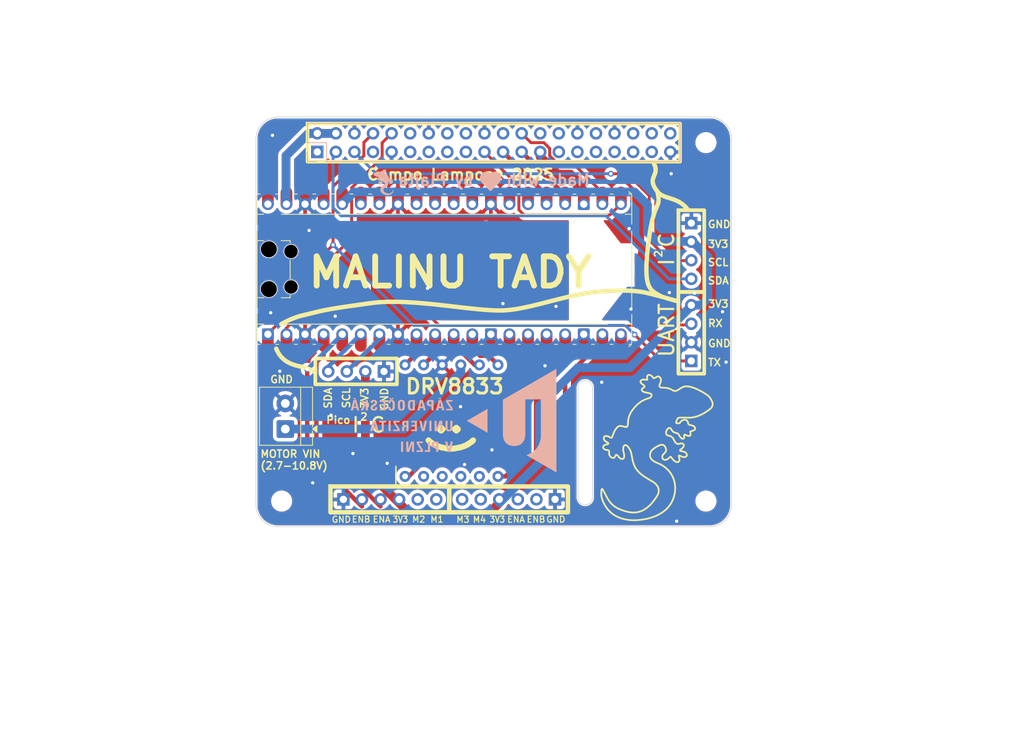
<source format=kicad_pcb>
(kicad_pcb (version 20241229) (generator "pcbnew") (generator_version "9.0")
  (title_block (date "15 nov 2012"))
  (layers (0 "F.Cu" signal) (2 "B.Cu" signal) (13 "F.Paste" user) (15 "B.Paste" user) (5 "F.SilkS" user "F.Silkscreen") (7 "B.SilkS" user "B.Silkscreen") (1 "F.Mask" user) (3 "B.Mask" user) (25 "Edge.Cuts" user))
  (net 0 "")
  (net 1 "GND")
  (net 2 "/GPIO2{slash}SDA1")
  (net 3 "/GPIO3{slash}SCL1")
  (net 4 "/GPIO4{slash}GPCLK0")
  (net 5 "/GPIO14{slash}TXD0")
  (net 6 "/GPIO15{slash}RXD0")
  (net 7 "/GPIO17")
  (net 8 "/GPIO18{slash}PCM.CLK")
  (net 9 "/GPIO27")
  (net 10 "/GPIO22")
  (net 11 "/GPIO23")
  (net 12 "/GPIO24")
  (net 13 "/GPIO10{slash}SPI0.MOSI")
  (net 14 "/GPIO9{slash}SPI0.MISO")
  (net 15 "/GPIO25")
  (net 16 "/GPIO11{slash}SPI0.SCLK")
  (net 17 "/GPIO8{slash}SPI0.CE0")
  (net 18 "/GPIO7{slash}SPI0.CE1")
  (net 19 "/ID_SDA")
  (net 20 "/ID_SCL")
  (net 21 "/GPIO5")
  (net 22 "/GPIO6")
  (net 23 "/GPIO12{slash}PWM0")
  (net 24 "/GPIO13{slash}PWM1")
  (net 25 "/GPIO19{slash}PCM.FS")
  (net 26 "/GPIO16")
  (net 27 "/GPIO26")
  (net 28 "/GPIO20{slash}PCM.DIN")
  (net 29 "/GPIO21{slash}PCM.DOUT")
  (net 30 "+5V")
  (net 31 "/EN2B")
  (net 32 "/G6")
  (net 33 "+3.3V")
  (net 34 "/EN2A")
  (net 35 "/EN1A")
  (net 38 "/G15")
  (net 40 "/SDA")
  (net 41 "/SCL")
  (net 43 "/EN1B")
  (net 47 "/M1")
  (net 48 "/M2")
  (net 49 "/M4")
  (net 50 "/M3")
  (net 51 "/MVIN")
  (net 54 "/IN3")
  (net 55 "/IN4")
  (net 56 "/EEP")
  (net 57 "/IN1")
  (net 58 "/ULT")
  (net 59 "/IN2")
  (footprint "Connector_PinHeader_2.54mm:PinHeader_1x04_P2.54mm_Vertical" (layer "F.Cu") (at 159.5 58.5)
    (property "Reference" "J7" (hide yes))
    (property "Value" "I2C")
  )
  (footprint "MountingHole:MountingHole_2.7mm_M2.5" (layer "F.Cu") (at 161.5 47.5)
    (property "Reference" "MH2" (hide yes))
    (property "Value" "MountingHole_2.7mm_M2.5" (hide yes))
  )
  (footprint "footprints:DRV8833" (layer "F.Cu") (at 126.72 85.5 90)
    (property "Reference" "U1" (hide yes))
    (property "Value" "~")
  )
  (footprint "TerminalBlock_4Ucon:TerminalBlock_4Ucon_1x02_P3.50mm_Horizontal" (layer "F.Cu") (at 104 86.65 90)
    (property "Reference" "J4" (hide yes))
    (property "Value" "MOTOR PWR")
  )
  (footprint "Module:RaspberryPi_Pico_Common_Unspecified" (layer "F.Cu") (at 125.75 64.8 90)
    (property "Reference" "A1" (hide yes))
    (property "Value" "RaspberryPi_Pico")
  )
  (footprint "Connector_PinHeader_2.54mm:PinHeader_1x04_P2.54mm_Vertical" (layer "F.Cu") (at 159.5 77.33942 180)
    (property "Reference" "J6" (hide yes))
    (property "Value" "UART")
  )
  (footprint "MountingHole:MountingHole_2.7mm_M2.5" (layer "F.Cu") (at 103.5 96.5)
    (property "Reference" "MH3" (hide yes))
    (property "Value" "MountingHole_2.7mm_M2.5" (hide yes))
  )
  (footprint "Connector_PinHeader_2.54mm:PinHeader_1x06_P2.54mm_Vertical" (layer "F.Cu") (at 111.94 96.27 90)
    (property "Reference" "J1" (hide yes))
    (property "Value" "MOTOR 1")
  )
  (footprint "MountingHole:MountingHole_2.7mm_M2.5" (layer "F.Cu") (at 161.5 96.5)
    (property "Reference" "MH4" (hide yes))
    (property "Value" "MountingHole_2.7mm_M2.5" (hide yes))
  )
  (footprint "Connector_PinHeader_2.54mm:PinHeader_1x04_P2.54mm_Vertical" (layer "F.Cu") (at 117.487973 78.777681 -90)
    (property "Reference" "J5" (hide yes))
    (property "Value" "I2C")
  )
  (footprint "Connector_PinHeader_2.54mm:PinHeader_1x06_P2.54mm_Vertical" (layer "F.Cu") (at 140.87 96.26 -90)
    (property "Reference" "J2" (hide yes))
    (property "Value" "MOTOR 2")
  )
  (footprint "Connector_PinSocket_2.54mm:PinSocket_2x20_P2.54mm_Vertical" (layer "B.Cu") (at 108.37 48.77 -90)
    (property "Reference" "J3" (hide yes))
    (property "Value" "GPIO" (hide yes))
  )
  (gr_curve (pts (xy 155.41 68.54) (xy 153.14 68.01) (xy 152.49 67.53) (xy 147.62 67.8)) (stroke (width 0.6)) (layer "F.SilkS"))
  (gr_curve (pts (xy 134.07 70.42) (xy 130.09 70.69) (xy 121.35 68.64) (xy 115.67 69.44)) (stroke (width 0.6)) (layer "F.SilkS"))
  (gr_poly (pts (xy 153.75 79.25) (xy 153.781191 79.253345) (xy 153.812988 79.259127) (xy 153.845245 79.267312) (xy 153.877813 79.277867) (xy 153.910546 79.29076) (xy 153.943294 79.305959) (xy 153.975911 79.323431) (xy 154.008249 79.343143) (xy 154.04016 79.365063) (xy 154.071497 79.389159) (xy 154.102111 79.415397) (xy 154.131855 79.443746) (xy 154.160582 79.474173) (xy 154.188143 79.506645) (xy 154.214392 79.54113) (xy 154.239179 79.577596) (xy 154.261747 79.609401) (xy 154.284684 79.635248) (xy 154.307991 79.655518) (xy 154.331669 79.670594) (xy 154.355718 79.680858) (xy 154.380141 79.686692) (xy 154.404937 79.688478) (xy 154.430107 79.686599) (xy 154.455654 79.681437) (xy 154.481577 79.673373) (xy 154.507877 79.662791) (xy 154.534557 79.650073) (xy 154.589055 79.619755) (xy 154.645079 79.585477) (xy 154.702637 79.550298) (xy 154.761737 79.517274) (xy 154.791867 79.502526) (xy 154.822386 79.489463) (xy 154.853294 79.478469) (xy 154.884593 79.469924) (xy 154.916282 79.464212) (xy 154.948364 79.461714) (xy 154.980839 79.462813) (xy 155.013709 79.467891) (xy 155.046973 79.47733) (xy 155.080634 79.491512) (xy 155.114691 79.51082) (xy 155.149147 79.535635) (xy 155.208553 79.588941) (xy 155.256421 79.644058) (xy 155.293628 79.700757) (xy 155.321053 79.758808) (xy 155.339572 79.817981) (xy 155.350065 79.878047) (xy 155.353409 79.938776) (xy 155.350481 79.999937) (xy 155.342161 80.061302) (xy 155.329325 80.12264) (xy 155.293619 80.244318) (xy 155.206652 80.477244) (xy 155.169437 80.584815) (xy 155.15547 80.635573) (xy 155.145766 80.684008) (xy 155.141204 80.729888) (xy 155.142662 80.772983) (xy 155.151017 80.813065) (xy 155.167148 80.849904) (xy 155.191932 80.883269) (xy 155.226247 80.912931) (xy 155.270972 80.93866) (xy 155.326983 80.960226) (xy 155.39516 80.9774) (xy 155.476379 80.989952) (xy 155.571519 80.997651) (xy 155.681458 81.000269) (xy 155.762333 81.001218) (xy 155.841268 81.004073) (xy 155.918297 81.008839) (xy 155.993451 81.015523) (xy 156.066764 81.024133) (xy 156.138267 81.034676) (xy 156.207994 81.047157) (xy 156.275977 81.061585) (xy 156.342248 81.077967) (xy 156.40684 81.096309) (xy 156.469786 81.116618) (xy 156.531117 81.138902) (xy 156.590868 81.163166) (xy 156.64907 81.189419) (xy 156.705755 81.217668) (xy 156.760957 81.247918) (xy 156.810439 81.27629) (xy 156.856099 81.301955) (xy 156.898248 81.325034) (xy 156.937195 81.345649) (xy 156.973249 81.363919) (xy 157.00672 81.379966) (xy 157.037916 81.393911) (xy 157.067147 81.405875) (xy 157.094723 81.415978) (xy 157.120952 81.424342) (xy 157.146143 81.431087) (xy 157.170607 81.436335) (xy 157.194653 81.440206) (xy 157.218589 81.442821) (xy 157.242725 81.444302) (xy 157.267371 81.444768) (xy 157.300092 81.444122) (xy 157.331866 81.442052) (xy 157.363124 81.438364) (xy 157.394296 81.432862) (xy 157.425813 81.425351) (xy 157.458103 81.415635) (xy 157.491599 81.40352) (xy 157.526729 81.388809) (xy 157.563924 81.371307) (xy 157.603614 81.35082) (xy 157.646229 81.327152) (xy 157.692201 81.300107) (xy 157.741958 81.26949) (xy 157.795931 81.235106) (xy 157.918246 81.154255) (xy 158.02419 81.084736) (xy 158.131768 81.018746) (xy 158.186884 80.987721) (xy 158.243264 80.958356) (xy 158.301195 80.930908) (xy 158.360961 80.905637) (xy 158.42285 80.882801) (xy 158.487145 80.86266) (xy 158.554133 80.845473) (xy 158.624098 80.831498) (xy 158.697328 80.820994) (xy 158.774106 80.81422) (xy 158.85472 80.811435) (xy 158.939453 80.812898) (xy 159.042374 80.820459) (xy 159.150242 80.834431) (xy 159.262525 80.854464) (xy 159.378686 80.880211) (xy 159.498193 80.911323) (xy 159.62051 80.947451) (xy 159.745103 80.988247) (xy 159.871437 81.033361) (xy 159.998978 81.082445) (xy 160.127192 81.13515) (xy 160.255544 81.191129) (xy 160.3835 81.250031) (xy 160.636086 81.375213) (xy 160.880673 81.507908) (xy 161.172506 81.673773) (xy 161.321978 81.762734) (xy 161.396421 81.809113) (xy 161.470218 81.856907) (xy 161.543032 81.906228) (xy 161.614524 81.957187) (xy 161.684358 82.009897) (xy 161.752194 82.064469) (xy 161.817696 82.121015) (xy 161.880526 82.179647) (xy 161.940346 82.240477) (xy 161.996818 82.303617) (xy 162.016445 82.327099) (xy 162.036879 82.352681) (xy 162.058792 82.381702) (xy 162.08286 82.415505) (xy 162.109755 82.455428) (xy 162.140151 82.502814) (xy 162.174723 82.559002) (xy 162.214145 82.625334) (xy 162.260612 82.708261) (xy 162.302563 82.791452) (xy 162.339241 82.874872) (xy 162.369891 82.958487) (xy 162.393759 83.042263) (xy 162.402913 83.0842) (xy 162.410087 83.126165) (xy 162.415189 83.168153) (xy 162.418122 83.21016) (xy 162.418793 83.252181) (xy 162.417107 83.294213) (xy 162.41297 83.33625) (xy 162.406287 83.37829) (xy 162.396964 83.420326) (xy 162.384906 83.462356) (xy 162.37002 83.504375) (xy 162.35221 83.546378) (xy 162.331382 83.588362) (xy 162.307442 83.630321) (xy 162.280295 83.672253) (xy 162.249847 83.714152) (xy 162.216003 83.756014) (xy 162.178669 83.797835) (xy 162.137751 83.839611) (xy 162.093154 83.881337) (xy 162.044784 83.923009) (xy 161.992545 83.964623) (xy 161.820528 84.093128) (xy 161.647558 84.215252) (xy 161.473617 84.330724) (xy 161.298687 84.439274) (xy 161.122752 84.540632) (xy 160.945793 84.634526) (xy 160.767795 84.720688) (xy 160.588738 84.798845) (xy 160.408606 84.868729) (xy 160.227382 84.930068) (xy 160.045048 84.982592) (xy 159.861586 85.026032) (xy 159.67698 85.060115) (xy 159.491211 85.084573) (xy 159.304263 85.099135) (xy 159.116119 85.10353) (xy 158.967295 85.100875) (xy 158.807023 85.095405) (xy 158.465331 85.083959) (xy 158.290509 85.081951) (xy 158.117435 85.085067) (xy 158.032584 85.089166) (xy 157.949408 85.095291) (xy 157.868318 85.103688) (xy 157.789728 85.114607) (xy 157.771937 85.118264) (xy 157.754824 85.123427) (xy 157.738363 85.13003) (xy 157.722534 85.138004) (xy 157.707313 85.147282) (xy 157.692678 85.157796) (xy 157.678606 85.16948) (xy 157.665075 85.182264) (xy 157.652061 85.196082) (xy 157.639542 85.210866) (xy 157.6159 85.24306) (xy 157.593966 85.278307) (xy 157.57356 85.316065) (xy 157.554501 85.355792) (xy 157.536607 85.39695) (xy 157.503592 85.481388) (xy 157.443579 85.643613) (xy 157.436244 85.663205) (xy 157.430196 85.681554) (xy 157.425399 85.698705) (xy 157.421819 85.714699) (xy 157.419422 85.729582) (xy 157.418172 85.743395) (xy 157.418037 85.756182) (xy 157.418981 85.767987) (xy 157.420969 85.778853) (xy 157.423968 85.788823) (xy 157.427943 85.79794) (xy 157.432859 85.806249) (xy 157.438682 85.813791) (xy 157.445378 85.820611) (xy 157.452913 85.826751) (xy 157.461251 85.832255) (xy 157.470358 85.837167) (xy 157.4802 85.841529) (xy 157.490742 85.845386) (xy 157.50195 85.848779) (xy 157.526227 85.854351) (xy 157.552755 85.858592) (xy 157.581257 85.861849) (xy 157.611459 85.864467) (xy 157.675859 85.869176) (xy 157.710016 85.871371) (xy 157.740824 85.872518) (xy 157.768507 85.87263) (xy 157.793288 85.871723) (xy 157.815392 85.869812) (xy 157.835042 85.866913) (xy 157.852463 85.863041) (xy 157.867877 85.85821) (xy 157.88151 85.852437) (xy 157.893585 85.845736) (xy 157.904326 85.838123) (xy 157.913957 85.829612) (xy 157.922702 85.82022) (xy 157.930785 85.809961) (xy 157.945858 85.786905) (xy 157.977911 85.731063) (xy 157.998472 85.698521) (xy 158.01067 85.681148) (xy 158.024446 85.663061) (xy 158.040021 85.644275) (xy 158.057622 85.624806) (xy 158.077471 85.604667) (xy 158.099792 85.583876) (xy 158.12481 85.562446) (xy 158.152749 85.540393) (xy 158.183831 85.517733) (xy 158.218282 85.494481) (xy 158.256846 85.47268) (xy 158.295667 85.453128) (xy 158.334626 85.435841) (xy 158.373609 85.420836) (xy 158.412499 85.408127) (xy 158.451179 85.397733) (xy 158.489534 85.389669) (xy 158.527448 85.383951) (xy 158.564803 85.380596) (xy 158.601483 85.37962) (xy 158.637374 85.381039) (xy 158.672357 85.384869) (xy 158.706317 85.391127) (xy 158.739137 85.39983) (xy 158.770702 85.410992) (xy 158.800895 85.424631) (xy 158.82053 85.43555) (xy 158.839522 85.447412) (xy 158.857826 85.460127) (xy 158.875398 85.473606) (xy 158.892193 85.487758) (xy 158.908168 85.502494) (xy 158.923278 85.517724) (xy 158.937479 85.533358) (xy 158.950726 85.549307) (xy 158.962976 85.565481) (xy 158.974184 85.58179) (xy 158.984306 85.598145) (xy 158.993298 85.614456) (xy 159.001116 85.630632) (xy 159.007714 85.646585) (xy 159.01305 85.662225) (xy 159.03117 85.721885) (xy 159.039428 85.750592) (xy 159.047266 85.778965) (xy 159.054769 85.807315) (xy 159.062023 85.835954) (xy 159.07613 85.895344) (xy 159.082998 85.918508) (xy 159.092535 85.939993) (xy 159.104587 85.959895) (xy 159.119002 85.97831) (xy 159.135625 85.995335) (xy 159.154303 86.011064) (xy 159.174883 86.025595) (xy 159.19721 86.039023) (xy 159.221131 86.051445) (xy 159.246494 86.062956) (xy 159.300926 86.083632) (xy 159.359279 86.101818) (xy 159.420323 86.118284) (xy 159.545573 86.149128) (xy 159.607323 86.165043) (xy 159.66685 86.182312) (xy 159.722926 86.201703) (xy 159.774324 86.223984) (xy 159.797885 86.236449) (xy 159.819815 86.249925) (xy 159.839961 86.264507) (xy 159.85817 86.280293) (xy 159.898925 86.318483) (xy 159.919218 86.338089) (xy 159.929128 86.348149) (xy 159.938799 86.358429) (xy 159.948168 86.368967) (xy 159.957176 86.379799) (xy 159.96576 86.390962) (xy 159.973859 86.402493) (xy 159.981411 86.41443) (xy 159.988355 86.426808) (xy 159.99463 86.439666) (xy 160.000173 86.453039) (xy 160.005026 86.466928) (xy 160.00927 86.481244) (xy 160.012906 86.49589) (xy 160.015938 86.51077) (xy 160.018366 86.525789) (xy 160.020194 86.54085) (xy 160.021422 86.555858) (xy 160.022052 86.570717) (xy 160.022088 86.58533) (xy 160.02153 86.599603) (xy 160.02038 86.613439) (xy 160.018641 86.626741) (xy 160.016314 86.639415) (xy 160.013402 86.651364) (xy 160.009906 86.662493) (xy 160.005829 86.672705) (xy 159.996104 86.694165) (xy 159.99071 86.70456) (xy 159.984303 86.714969) (xy 159.976389 86.72557) (xy 159.966474 86.73654) (xy 159.954064 86.748059) (xy 159.938665 86.760304) (xy 159.919784 86.773452) (xy 159.896927 86.787683) (xy 159.869599 86.803175) (xy 159.837307 86.820104) (xy 159.799557 86.838651) (xy 159.755854 86.858991) (xy 159.705707 86.881304) (xy 159.648619 86.905768) (xy 159.631488 86.911948) (xy 159.61129 86.917655) (xy 159.588644 86.923071) (xy 159.564171 86.928379) (xy 159.512221 86.939401) (xy 159.485982 86.945479) (xy 159.460394 86.952179) (xy 159.436076 86.959684) (xy 159.413647 86.968175) (xy 159.403335 86.972848) (xy 159.393728 86.977836) (xy 159.384902 86.983162) (xy 159.376936 86.988848) (xy 159.369908 86.994918) (xy 159.363893 87.001395) (xy 159.358971 87.0083) (xy 159.355218 87.015658) (xy 159.352712 87.02349) (xy 159.35153 87.03182) (xy 159.351749 87.040671) (xy 159.353448 87.050065) (xy 159.368144 87.11072) (xy 159.374528 87.139528) (xy 159.380264 87.16734) (xy 159.38535 87.194168) (xy 159.389781 87.220025) (xy 159.393554 87.244924) (xy 159.396666 87.268878) (xy 159.399113 87.291899) (xy 159.400892 87.314) (xy 159.401999 87.335194) (xy 159.402431 87.355494) (xy 159.402185 87.374911) (xy 159.401256 87.39346) (xy 159.399642 87.411153) (xy 159.397339 87.428002) (xy 159.394344 87.44402) (xy 159.390653 87.459221) (xy 159.386262 87.473616) (xy 159.381169 87.487218) (xy 159.375369 87.500041) (xy 159.368859 87.512096) (xy 159.361637 87.523397) (xy 159.353697 87.533957) (xy 159.345038 87.543787) (xy 159.335655 87.552902) (xy 159.325544 87.561312) (xy 159.314704 87.569033) (xy 159.303129 87.576075) (xy 159.290817 87.582452) (xy 159.277764 87.588176) (xy 159.263967 87.593261) (xy 159.249941 87.59718) (xy 159.23476 87.599938) (xy 159.218503 87.601589) (xy 159.201247 87.602186) (xy 159.164053 87.600432) (xy 159.123803 87.595104) (xy 159.081122 87.586632) (xy 159.036633 87.575442) (xy 158.990964 87.561964) (xy 158.944737 87.546625) (xy 158.898578 87.529854) (xy 158.853112 87.512079) (xy 158.766758 87.475229) (xy 158.690674 87.4395) (xy 158.629858 87.408318) (xy 158.626257 87.406605) (xy 158.622511 87.405261) (xy 158.618638 87.404278) (xy 158.614654 87.403648) (xy 158.610573 87.403363) (xy 158.606412 87.403414) (xy 158.602186 87.403793) (xy 158.597911 87.404493) (xy 158.593604 87.405505) (xy 158.589279 87.406822) (xy 158.584953 87.408435) (xy 158.580642 87.410336) (xy 158.576361 87.412517) (xy 158.572125 87.41497) (xy 158.567952 87.417686) (xy 158.563856 87.420659) (xy 158.559853 87.42388) (xy 158.55596 87.42734) (xy 158.552192 87.431032) (xy 158.548564 87.434947) (xy 158.545093 87.439078) (xy 158.541795 87.443416) (xy 158.538684 87.447953) (xy 158.535777 87.452682) (xy 158.533091 87.457594) (xy 158.530639 87.462681) (xy 158.528439 87.467935) (xy 158.526506 87.473347) (xy 158.524856 87.478911) (xy 158.523505 87.484618) (xy 158.522468 87.490459) (xy 158.521762 87.496427) (xy 158.519795 87.529609) (xy 158.519423 87.563615) (xy 158.520219 87.598141) (xy 158.521759 87.632881) (xy 158.525374 87.701782) (xy 158.526598 87.735331) (xy 158.526868 87.767873) (xy 158.525758 87.799103) (xy 158.522844 87.828714) (xy 158.520578 87.842817) (xy 158.517701 87.856401) (xy 158.514161 87.869428) (xy 158.509905 87.88186) (xy 158.504878 87.893658) (xy 158.49903 87.904785) (xy 158.492305 87.915201) (xy 158.484651 87.924869) (xy 158.476016 87.933752) (xy 158.466345 87.941809) (xy 158.455586 87.949004) (xy 158.443686 87.955299) (xy 158.41367 87.967348) (xy 158.384081 87.975404) (xy 158.354932 87.97967) (xy 158.326235 87.98035) (xy 158.298002 87.977647) (xy 158.270245 87.971764) (xy 158.242977 87.962904) (xy 158.21621 87.951272) (xy 158.189956 87.937071) (xy 158.164228 87.920503) (xy 158.139038 87.901772) (xy 158.114398 87.881082) (xy 158.090321 87.858636) (xy 158.066819 87.834637) (xy 158.021589 87.782796) (xy 157.978805 87.727185) (xy 157.938568 87.669431) (xy 157.900975 87.611161) (xy 157.866125 87.554003) (xy 157.805047 87.449529) (xy 157.756121 87.369025) (xy 157.735545 87.340776) (xy 157.713685 87.315858) (xy 157.690605 87.293986) (xy 157.666367 87.274871) (xy 157.641033 87.258225) (xy 157.614665 87.243761) (xy 157.587326 87.231193) (xy 157.559078 87.220231) (xy 157.500106 87.201979) (xy 157.438246 87.186705) (xy 157.307859 87.155893) (xy 157.240329 87.135754) (xy 157.206199 87.123494) (xy 157.171907 87.109393) (xy 157.137517 87.09316) (xy 157.103091 87.074509) (xy 157.068692 87.053153) (xy 157.034381 87.028804) (xy 157.000221 87.001174) (xy 156.966274 86.969977) (xy 156.932603 86.934923) (xy 156.899269 86.895727) (xy 156.866336 86.8521) (xy 156.833866 86.803755) (xy 156.801921 86.750404) (xy 156.770563 86.69176) (xy 156.7354 86.631118) (xy 156.69786 86.582619) (xy 156.658329 86.54561) (xy 156.617191 86.519442) (xy 156.574833 86.503465) (xy 156.531639 86.497026) (xy 156.487994 86.499476) (xy 156.444284 86.510165) (xy 156.400894 86.52844) (xy 156.358209 86.553653) (xy 156.316614 86.585152) (xy 156.276494 86.622287) (xy 156.238236 86.664407) (xy 156.202222 86.710862) (xy 156.16884 86.761) (xy 156.138474 86.814171) (xy 156.11151 86.869726) (xy 156.088332 86.927012) (xy 156.069325 86.98538) (xy 156.054876 87.044178) (xy 156.045369 87.102757) (xy 156.041189 87.160465) (xy 156.042722 87.216653) (xy 156.050353 87.270669) (xy 156.064466 87.321862) (xy 156.085448 87.369583) (xy 156.113683 87.41318) (xy 156.149557 87.452004) (xy 156.193454 87.485402) (xy 156.24576 87.512726) (xy 156.30686 87.533323) (xy 156.37714 87.546544) (xy 156.468671 87.561719) (xy 156.55231 87.583145) (xy 156.628587 87.610319) (xy 156.698031 87.642737) (xy 156.761172 87.679897) (xy 156.818539 87.721295) (xy 156.870663 87.766428) (xy 156.918072 87.814792) (xy 156.961298 87.865885) (xy 157.000868 87.919204) (xy 157.037314 87.974244) (xy 157.071164 88.030504) (xy 157.133198 88.144666) (xy 157.191208 88.257665) (xy 157.249431 88.365476) (xy 157.279946 88.416177) (xy 157.312104 88.464072) (xy 157.346434 88.508657) (xy 157.383465 88.549428) (xy 157.423728 88.585883) (xy 157.467752 88.617518) (xy 157.516067 88.64383) (xy 157.569203 88.664317) (xy 157.627688 88.678473) (xy 157.692054 88.685798) (xy 157.762829 88.685787) (xy 157.840544 88.677936) (xy 157.925728 88.661744) (xy 158.01891 88.636706) (xy 158.056389 88.626762) (xy 158.093444 88.619781) (xy 158.129889 88.615689) (xy 158.165537 88.614409) (xy 158.200204 88.615866) (xy 158.233703 88.619983) (xy 158.265849 88.626686) (xy 158.296456 88.635897) (xy 158.325338 88.647543) (xy 158.352309 88.661546) (xy 158.377184 88.677831) (xy 158.399777 88.696322) (xy 158.419903 88.716944) (xy 158.437375 88.73962) (xy 158.452007 88.764275) (xy 158.463615 88.790834) (xy 158.472012 88.819219) (xy 158.477012 88.849357) (xy 158.47843 88.88117) (xy 158.47608 88.914583) (xy 158.469776 88.949521) (xy 158.459333 88.985907) (xy 158.444565 89.023665) (xy 158.425285 89.062721) (xy 158.401309 89.102998) (xy 158.372451 89.144421) (xy 158.338524 89.186913) (xy 158.299343 89.230399) (xy 158.254723 89.274803) (xy 158.204477 89.320049) (xy 158.148419 89.366062) (xy 158.086365 89.412766) (xy 158.039819 89.448299) (xy 158.003947 89.479888) (xy 157.978143 89.507864) (xy 157.961805 89.532559) (xy 157.954328 89.554303) (xy 157.955108 89.573425) (xy 157.96354 89.590258) (xy 157.979021 89.605131) (xy 158.000946 89.618375) (xy 158.02871 89.63032) (xy 158.099344 89.651639) (xy 158.284108 89.693239) (xy 158.388571 89.718811) (xy 158.494645 89.75109) (xy 158.546774 89.770571) (xy 158.597494 89.79272) (xy 158.6462 89.817869) (xy 158.692287 89.846347) (xy 158.735152 89.878485) (xy 158.774189 89.914614) (xy 158.808796 89.955065) (xy 158.838368 90.000167) (xy 158.8623 90.050252) (xy 158.879989 90.10565) (xy 158.89083 90.166692) (xy 158.89422 90.233708) (xy 158.892293 90.25022) (xy 158.88627 90.272933) (xy 158.875487 90.300213) (xy 158.85928 90.330426) (xy 158.836987 90.361938) (xy 158.807942 90.393115) (xy 158.771484 90.422322) (xy 158.750268 90.435677) (xy 158.726949 90.447926) (xy 158.701445 90.458866) (xy 158.673673 90.468292) (xy 158.64355 90.476) (xy 158.610993 90.481787) (xy 158.575919 90.485446) (xy 158.538245 90.486775) (xy 158.497889 90.485569) (xy 158.454767 90.481624) (xy 158.408796 90.474735) (xy 158.359894 90.464699) (xy 158.307977 90.45131) (xy 158.252963 90.434365) (xy 158.194769 90.41366) (xy 158.133312 90.38899) (xy 158.068508 90.36015) (xy 158.000276 90.326937) (xy 157.951218 90.30369) (xy 157.910013 90.287583) (xy 157.87611 90.278222) (xy 157.848958 90.275212) (xy 157.828009 90.278159) (xy 157.812711 90.286669) (xy 157.802514 90.300347) (xy 157.796868 90.3188) (xy 157.795224 90.341633) (xy 157.79703 90.368453) (xy 157.808794 90.432471) (xy 157.849524 90.590993) (xy 157.869687 90.679189) (xy 157.883847 90.769135) (xy 157.887301 90.813778) (xy 157.887603 90.857677) (xy 157.884203 90.900437) (xy 157.876552 90.941663) (xy 157.864099 90.980961) (xy 157.846294 91.017938) (xy 157.822587 91.052198) (xy 157.792427 91.083347) (xy 157.755265 91.110992) (xy 157.71055 91.134737) (xy 157.657732 91.15419) (xy 157.596261 91.168955) (xy 157.572998 91.172065) (xy 157.549066 91.172906) (xy 157.524509 91.171549) (xy 157.499373 91.168063) (xy 157.473704 91.162517) (xy 157.447545 91.154983) (xy 157.420942 91.14553) (xy 157.39394 91.134228) (xy 157.33892 91.106357) (xy 157.282845 91.071929) (xy 157.226075 91.031504) (xy 157.168971 90.985642) (xy 157.111892 90.934903) (xy 157.055201 90.879845) (xy 156.999256 90.82103) (xy 156.944419 90.759016) (xy 156.89105 90.694363) (xy 156.839509 90.627631) (xy 156.790157 90.559379) (xy 156.743353 90.490168) (xy 156.730543 90.472452) (xy 156.717738 90.458467) (xy 156.704876 90.448026) (xy 156.691896 90.440942) (xy 156.678736 90.437029) (xy 156.665334 90.436099) (xy 156.651629 90.437967) (xy 156.637558 90.442445) (xy 156.62306 90.449347) (xy 156.608073 90.458487) (xy 156.576386 90.48273) (xy 156.542003 90.513682) (xy 156.50443 90.549849) (xy 156.463173 90.589737) (xy 156.417738 90.631854) (xy 156.36763 90.674706) (xy 156.312357 90.716799) (xy 156.282629 90.737094) (xy 156.251425 90.75664) (xy 156.218681 90.775249) (xy 156.184338 90.792735) (xy 156.148333 90.808912) (xy 156.110604 90.823592) (xy 156.07109 90.836589) (xy 156.029728 90.847716) (xy 155.990794 90.855532) (xy 155.952933 90.860168) (xy 155.916215 90.86174) (xy 155.880714 90.860366) (xy 155.846501 90.856164) (xy 155.813648 90.84925) (xy 155.782228 90.839742) (xy 155.752311 90.827756) (xy 155.723971 90.813412) (xy 155.697279 90.796824) (xy 155.672307 90.778112) (xy 155.649127 90.757392) (xy 155.627812 90.734781) (xy 155.608432 90.710397) (xy 155.591061 90.684357) (xy 155.57577 90.656778) (xy 155.562631 90.627777) (xy 155.551716 90.597473) (xy 155.543098 90.565981) (xy 155.536847 90.53342) (xy 155.533037 90.499906) (xy 155.531738 90.465557) (xy 155.533024 90.43049) (xy 155.536966 90.394822) (xy 155.543636 90.358671) (xy 155.553106 90.322154) (xy 155.565449 90.285388) (xy 155.580735 90.24849) (xy 155.599037 90.211578) (xy 155.620428 90.17477) (xy 155.644978 90.138181) (xy 155.672761 90.10193) (xy 155.943813 89.828551) (xy 155.974547 89.789514) (xy 155.988717 89.769241) (xy 156.001957 89.748418) (xy 156.014171 89.727006) (xy 156.025258 89.70497) (xy 156.035122 89.682273) (xy 156.043663 89.658877) (xy 156.050783 89.634748) (xy 156.056384 89.609847) (xy 156.060367 89.584138) (xy 156.062634 89.557585) (xy 156.063087 89.530151) (xy 156.061628 89.501799) (xy 156.058157 89.472492) (xy 156.052577 89.442195) (xy 156.031502 89.354917) (xy 156.007848 89.275244) (xy 155.981768 89.202891) (xy 155.953414 89.137574) (xy 155.922941 89.079007) (xy 155.890502 89.026908) (xy 155.856249 88.980992) (xy 155.820337 88.940974) (xy 155.782917 88.90657) (xy 155.744144 88.877497) (xy 155.704171 88.853468) (xy 155.66315 88.834201) (xy 155.621235 88.819411) (xy 155.57858 88.808814) (xy 155.535337 88.802125) (xy 155.49166 88.79906) (xy 155.447701 88.799335) (xy 155.403615 88.802666) (xy 155.359554 88.808768) (xy 155.315671 88.817356) (xy 155.272121 88.828148) (xy 155.229055 88.840857) (xy 155.144991 88.870894) (xy 155.064706 88.905193) (xy 154.989425 88.941479) (xy 154.858778 89.010917) (xy 154.698135 89.101601) (xy 154.619094 89.148959) (xy 154.541525 89.197808) (xy 154.465889 89.248256) (xy 154.39265 89.300413) (xy 154.322271 89.354386) (xy 154.255213 89.410286) (xy 154.191941 89.468222) (xy 154.132916 89.528303) (xy 154.078602 89.590637) (xy 154.053356 89.622683) (xy 154.029461 89.655334) (xy 154.006975 89.688602) (xy 153.985956 89.722503) (xy 153.966462 89.757048) (xy 153.94855 89.792253) (xy 153.932279 89.82813) (xy 153.917706 89.864693) (xy 153.904889 89.901956) (xy 153.893886 89.939932) (xy 153.875525 90.020352) (xy 153.863019 90.097645) (xy 153.856157 90.171905) (xy 153.854728 90.243222) (xy 153.858521 90.311689) (xy 153.867324 90.377396) (xy 153.880927 90.440435) (xy 153.89912 90.500899) (xy 153.92169 90.558879) (xy 153.948427 90.614465) (xy 153.979121 90.667751) (xy 154.013559 90.718827) (xy 154.051532 90.767785) (xy 154.092828 90.814717) (xy 154.137236 90.859714) (xy 154.184546 90.902869) (xy 154.287025 90.984015) (xy 154.398578 91.058888) (xy 154.517516 91.128221) (xy 154.642154 91.192748) (xy 154.770801 91.2532) (xy 154.901772 91.310311) (xy 155.163932 91.417442) (xy 155.406654 91.543811) (xy 155.633651 91.680704) (xy 155.845133 91.827487) (xy 156.041308 91.983523) (xy 156.222384 92.148177) (xy 156.38857 92.320812) (xy 156.540073 92.500793) (xy 156.677103 92.687484) (xy 156.799868 92.880249) (xy 156.908576 93.078452) (xy 157.003435 93.281457) (xy 157.084655 93.488628) (xy 157.152443 93.69933) (xy 157.207009 93.912927) (xy 157.248559 94.128782) (xy 157.277304 94.34626) (xy 157.293451 94.564724) (xy 157.297208 94.78354) (xy 157.288784 95.002071) (xy 157.268388 95.219682) (xy 157.236228 95.435735) (xy 157.192512 95.649597) (xy 157.137449 95.860629) (xy 157.071247 96.068198) (xy 156.994115 96.271667) (xy 156.906261 96.470399) (xy 156.807893 96.66376) (xy 156.69922 96.851113) (xy 156.58045 97.031822) (xy 156.451792 97.205252) (xy 156.313455 97.370766) (xy 156.165645 97.527729) (xy 156.016148 97.669191) (xy 155.857726 97.804776) (xy 155.690607 97.934375) (xy 155.515018 98.057879) (xy 155.331188 98.17518) (xy 155.139345 98.286166) (xy 154.939716 98.39073) (xy 154.73253 98.488761) (xy 154.518013 98.580152) (xy 154.296395 98.664791) (xy 154.067903 98.74257) (xy 153.832764 98.81338) (xy 153.591208 98.877112) (xy 153.343461 98.933655) (xy 153.089751 98.982902) (xy 152.830307 99.024741) (xy 152.562157 99.059773) (xy 152.302806 99.085716) (xy 152.052124 99.102941) (xy 151.809976 99.111814) (xy 151.576231 99.112705) (xy 151.350756 99.105982) (xy 151.133418 99.092013) (xy 150.924085 99.071168) (xy 150.722624 99.043813) (xy 150.528903 99.010319) (xy 150.342788 98.971053) (xy 150.164148 98.926385) (xy 149.992849 98.876681) (xy 149.828759 98.822311) (xy 149.671745 98.763644) (xy 149.521675 98.701048) (xy 149.378416 98.63489) (xy 149.241836 98.565541) (xy 149.111802 98.493368) (xy 148.98818 98.41874) (xy 148.87084 98.342024) (xy 148.759647 98.263591) (xy 148.65447 98.183808) (xy 148.555175 98.103043) (xy 148.373704 97.940044) (xy 148.214172 97.777541) (xy 148.075519 97.618482) (xy 147.956683 97.465816) (xy 147.831077 97.286861) (xy 147.718396 97.111002) (xy 147.618125 96.938327) (xy 147.529749 96.768921) (xy 147.452755 96.602872) (xy 147.386626 96.440266) (xy 147.33085 96.281189) (xy 147.28491 96.125729) (xy 147.248294 95.973971) (xy 147.220485 95.826004) (xy 147.200969 95.681912) (xy 147.189233 95.541783) (xy 147.184761 95.405704) (xy 147.187038 95.273761) (xy 147.195551 95.14604) (xy 147.209784 95.022629) (xy 147.213468 95.002659) (xy 147.217372 94.983864) (xy 147.221492 94.966244) (xy 147.225828 94.949799) (xy 147.230375 94.934529) (xy 147.235133 94.920435) (xy 147.240099 94.907517) (xy 147.245272 94.895775) (xy 147.250647 94.88521) (xy 147.256225 94.875822) (xy 147.262002 94.867611) (xy 147.267976 94.860577) (xy 147.274145 94.854721) (xy 147.280507 94.850043) (xy 147.287059 94.846543) (xy 147.2938 94.844221) (xy 147.300727 94.843078) (xy 147.307839 94.843115) (xy 147.315132 94.84433) (xy 147.322604 94.846726) (xy 147.330255 94.850301) (xy 147.33808 94.855056) (xy 147.346079 94.860992) (xy 147.354248 94.868108) (xy 147.362586 94.876406) (xy 147.371091 94.885884) (xy 147.37976 94.896545) (xy 147.388592 94.908387) (xy 147.397583 94.921411) (xy 147.406732 94.935617) (xy 147.416036 94.951006) (xy 147.425494 94.967578) (xy 147.641052 95.372666) (xy 147.84336 95.764024) (xy 147.94523 95.953571) (xy 148.05061 96.138506) (xy 148.161773 96.318434) (xy 148.280994 96.492963) (xy 148.410546 96.661698) (xy 148.479907 96.743771) (xy 148.552704 96.824248) (xy 148.629221 96.90308) (xy 148.709742 96.980217) (xy 148.794551 97.055612) (xy 148.883933 97.129214) (xy 148.978172 97.200974) (xy 149.077552 97.270843) (xy 149.182357 97.338772) (xy 149.292872 97.404712) (xy 149.409381 97.468614) (xy 149.532168 97.530428) (xy 149.661517 97.590105) (xy 149.797713 97.647597) (xy 150.115255 97.76859) (xy 150.43296 97.873139) (xy 150.75075 97.957906) (xy 151.068545 98.019549) (xy 151.22742 98.040656) (xy 151.386267 98.05473) (xy 151.545076 98.061353) (xy 151.703837 98.060109) (xy 151.862541 98.050578) (xy 152.021177 98.032345) (xy 152.179736 98.004991) (xy 152.338208 97.968099) (xy 152.496583 97.921252) (xy 152.654852 97.864032) (xy 152.813003 97.796021) (xy 152.971029 97.716803) (xy 153.128918 97.625959) (xy 153.28666 97.523073) (xy 153.444247 97.407727) (xy 153.601668 97.279502) (xy 153.758914 97.137983) (xy 153.915974 96.982751) (xy 154.072839 96.813389) (xy 154.229498 96.629479) (xy 154.385943 96.430605) (xy 154.542163 96.216348) (xy 154.698148 95.98629) (xy 154.853889 95.740016) (xy 154.897099 95.664716) (xy 154.93472 95.589471) (xy 154.966861 95.514351) (xy 154.99363 95.439431) (xy 155.015136 95.364782) (xy 155.031486 95.290477) (xy 155.04279 95.216589) (xy 155.049154 95.143191) (xy 155.050687 95.070354) (xy 155.047498 94.998152) (xy 155.039695 94.926657) (xy 155.027385 94.855943) (xy 155.010678 94.78608) (xy 154.989681 94.717143) (xy 154.964503 94.649204) (xy 154.935252 94.582334) (xy 154.902036 94.516608) (xy 154.864963 94.452097) (xy 154.824142 94.388875) (xy 154.77968 94.327013) (xy 154.731687 94.266584) (xy 154.68027 94.207662) (xy 154.625537 94.150318) (xy 154.567597 94.094625) (xy 154.506558 94.040657) (xy 154.442528 93.988484) (xy 154.375616 93.938181) (xy 154.305929 93.889819) (xy 154.233576 93.843472) (xy 154.158665 93.799212) (xy 154.081304 93.757111) (xy 154.001602 93.717242) (xy 153.717095 93.544835) (xy 153.463128 93.389224) (xy 153.21018 93.230262) (xy 152.928733 93.047805) (xy 152.856389 92.996126) (xy 152.776862 92.935234) (xy 152.692966 92.867622) (xy 152.607514 92.795783) (xy 152.523321 92.722208) (xy 152.4432 92.64939) (xy 152.369966 92.579821) (xy 152.306433 92.515993) (xy 152.217774 92.4206) (xy 152.134431 92.324051) (xy 152.056213 92.225935) (xy 151.98293 92.12584) (xy 151.914391 92.023354) (xy 151.850405 91.918066) (xy 151.790781 91.809565) (xy 151.73533 91.697438) (xy 151.683859 91.581274) (xy 151.636179 91.460662) (xy 151.592099 91.335189) (xy 151.551428 91.204445) (xy 151.513975 91.068017) (xy 151.47955 90.925495) (xy 151.447962 90.776465) (xy 151.41902 90.620518) (xy 151.37706 90.387757) (xy 151.33843 90.189859) (xy 151.319962 90.102461) (xy 151.301846 90.02195) (xy 151.28392 89.947718) (xy 151.266025 89.879156) (xy 151.247999 89.815653) (xy 151.229683 89.756602) (xy 151.210915 89.701392) (xy 151.191536 89.649414) (xy 151.171385 89.60006) (xy 151.150302 89.55272) (xy 151.128125 89.506784) (xy 151.104695 89.461643) (xy 151.04827 89.361008) (xy 150.992607 89.270235) (xy 150.937823 89.189063) (xy 150.884032 89.11723) (xy 150.83135 89.054476) (xy 150.77989 89.00054) (xy 150.729768 88.955161) (xy 150.6811 88.918077) (xy 150.633999 88.889028) (xy 150.588581 88.867752) (xy 150.544961 88.853988) (xy 150.503254 88.847476) (xy 150.463574 88.847954) (xy 150.426037 88.855161) (xy 150.390758 88.868836) (xy 150.357851 88.888718) (xy 150.327432 88.914546) (xy 150.299616 88.946059) (xy 150.274516 88.982995) (xy 150.252249 89.025095) (xy 150.23293 89.072096) (xy 150.216673 89.123737) (xy 150.203592 89.179758) (xy 150.193805 89.239898) (xy 150.187424 89.303895) (xy 150.184565 89.371488) (xy 150.185344 89.442416) (xy 150.189874 89.516419) (xy 150.198271 89.593235) (xy 150.21065 89.672602) (xy 150.227126 89.754261) (xy 150.247814 89.83795) (xy 150.273734 89.940673) (xy 150.294266 90.036263) (xy 150.309651 90.124901) (xy 150.320131 90.206768) (xy 150.325948 90.282045) (xy 150.327345 90.350912) (xy 150.324565 90.41355) (xy 150.317849 90.47014) (xy 150.307439 90.520862) (xy 150.293578 90.565898) (xy 150.276508 90.605428) (xy 150.256472 90.639632) (xy 150.233711 90.668693) (xy 150.208468 90.692789) (xy 150.180985 90.712103) (xy 150.151504 90.726814) (xy 150.120268 90.737104) (xy 150.087518 90.743153) (xy 150.053498 90.745142) (xy 150.018449 90.743253) (xy 149.982613 90.737664) (xy 149.946233 90.728558) (xy 149.909551 90.716115) (xy 149.87281 90.700516) (xy 149.836251 90.681941) (xy 149.800117 90.660571) (xy 149.764649 90.636588) (xy 149.730091 90.610171) (xy 149.696685 90.581502) (xy 149.664672 90.550761) (xy 149.634295 90.518129) (xy 149.605797 90.483787) (xy 149.525055 90.384187) (xy 149.48888 90.342444) (xy 149.455318 90.305797) (xy 149.424229 90.27404) (xy 149.395474 90.246966) (xy 149.368915 90.224368) (xy 149.344412 90.206041) (xy 149.321826 90.191778) (xy 149.301019 90.181371) (xy 149.281851 90.174616) (xy 149.264183 90.171305) (xy 149.247877 90.171232) (xy 149.232793 90.17419) (xy 149.218792 90.179973) (xy 149.205736 90.188375) (xy 149.193485 90.199189) (xy 149.181901 90.212208) (xy 149.170844 90.227227) (xy 149.160176 90.244038) (xy 149.139448 90.282213) (xy 149.118606 90.32508) (xy 149.096538 90.37099) (xy 149.072133 90.418288) (xy 149.044277 90.465325) (xy 149.028708 90.488229) (xy 149.011859 90.510448) (xy 148.99344 90.530929) (xy 148.973567 90.548518) (xy 148.95236 90.563305) (xy 148.929937 90.575375) (xy 148.906419 90.584817) (xy 148.881924 90.591717) (xy 148.856572 90.596164) (xy 148.830482 90.598243) (xy 148.803772 90.598043) (xy 148.776564 90.595651) (xy 148.748975 90.591154) (xy 148.721124 90.58464) (xy 148.693132 90.576195) (xy 148.665117 90.565907) (xy 148.637199 90.553864) (xy 148.609497 90.540152) (xy 148.582129 90.52486) (xy 148.555216 90.508074) (xy 148.528877 90.489881) (xy 148.50323 90.470369) (xy 148.478396 90.449626) (xy 148.454493 90.427738) (xy 148.43164 90.404793) (xy 148.409957 90.380878) (xy 148.389563 90.356081) (xy 148.370578 90.330488) (xy 148.35312 90.304188) (xy 148.337309 90.277267) (xy 148.323264 90.249812) (xy 148.311104 90.221912) (xy 148.300949 90.193653) (xy 148.292917 90.165123) (xy 148.283157 90.126692) (xy 148.275801 90.089625) (xy 148.270578 90.053897) (xy 148.267219 90.019484) (xy 148.265012 89.95451) (xy 148.267023 89.894513) (xy 148.275064 89.788686) (xy 148.276777 89.742476) (xy 148.276112 89.720963) (xy 148.274073 89.70048) (xy 148.27039 89.681003) (xy 148.264794 89.662509) (xy 148.257015 89.644972) (xy 148.246783 89.628371) (xy 148.233828 89.61268) (xy 148.21788 89.597877) (xy 148.198669 89.583937) (xy 148.175927 89.570836) (xy 148.149382 89.558551) (xy 148.118765 89.547057) (xy 148.083806 89.536332) (xy 148.044237 89.526351) (xy 147.999785 89.51709) (xy 147.950183 89.508526) (xy 147.895159 89.500635) (xy 147.834445 89.493393) (xy 147.802441 89.485635) (xy 147.769639 89.476159) (xy 147.736435 89.464943) (xy 147.703227 89.451964) (xy 147.670411 89.4372) (xy 147.638383 89.420628) (xy 147.607539 89.402226) (xy 147.592685 89.392331) (xy 147.578277 89.38197) (xy 147.564363 89.37114) (xy 147.550992 89.359838) (xy 147.538216 89.348062) (xy 147.526082 89.335808) (xy 147.514641 89.323074) (xy 147.503942 89.309857) (xy 147.494036 89.296154) (xy 147.48497 89.281962) (xy 147.476795 89.267279) (xy 147.469561 89.252101) (xy 147.463317 89.236426) (xy 147.458113 89.220251) (xy 147.453998 89.203572) (xy 147.451021 89.186389) (xy 147.449233 89.168696) (xy 147.448683 89.150493) (xy 147.450108 89.119626) (xy 147.454266 89.090295) (xy 147.460978 89.062464) (xy 147.470068 89.036094) (xy 147.481357 89.011149) (xy 147.494669 88.987591) (xy 147.509826 88.965384) (xy 147.526651 88.944491) (xy 147.544965 88.924873) (xy 147.564593 88.906495) (xy 147.585355 88.889319) (xy 147.607076 88.873307) (xy 147.629577 88.858424) (xy 147.65268 88.844631) (xy 147.699987 88.820168) (xy 147.747576 88.799623) (xy 147.794028 88.782698) (xy 147.837924 88.769096) (xy 147.877843 88.758521) (xy 147.940075 88.745262) (xy 147.969368 88.740545) (xy 148.00023 88.73521) (xy 148.03101 88.727603) (xy 148.060715 88.717761) (xy 148.088354 88.70572) (xy 148.101089 88.698885) (xy 148.112936 88.691515) (xy 148.123769 88.683612) (xy 148.133467 88.675181) (xy 148.141903 88.666228) (xy 148.148955 88.656756) (xy 148.154499 88.64677) (xy 148.158409 88.636274) (xy 148.160564 88.625273) (xy 148.160837 88.613772) (xy 148.159107 88.601775) (xy 148.155247 88.589286) (xy 148.149135 88.576309) (xy 148.140646 88.562851) (xy 148.129657 88.548914) (xy 148.116043 88.534503) (xy 148.09968 88.519623) (xy 148.080445 88.504278) (xy 148.058213 88.488473) (xy 148.032861 88.472213) (xy 148.004264 88.455501) (xy 147.972298 88.438342) (xy 147.93684 88.420741) (xy 147.897765 88.402702) (xy 147.869064 88.386799) (xy 147.84182 88.370824) (xy 147.815999 88.354778) (xy 147.791569 88.338663) (xy 147.768499 88.322481) (xy 147.746754 88.306233) (xy 147.726304 88.289922) (xy 147.707115 88.273548) (xy 147.689155 88.257114) (xy 147.672391 88.240622) (xy 147.656792 88.224072) (xy 147.642324 88.207468) (xy 147.628955 88.19081) (xy 147.616653 88.174101) (xy 147.605385 88.157341) (xy 147.595119 88.140534) (xy 147.585822 88.12368) (xy 147.577462 88.106781) (xy 147.570006 88.08984) (xy 147.563422 88.072857) (xy 147.557678 88.055834) (xy 147.55274 88.038774) (xy 147.545157 88.004547) (xy 147.540411 87.97019) (xy 147.538245 87.935716) (xy 147.538397 87.90114) (xy 147.540609 87.866474) (xy 147.543535 87.83978) (xy 147.548756 87.812943) (xy 147.556464 87.786292) (xy 147.566851 87.760157) (xy 147.580108 87.734869) (xy 147.587873 87.722644) (xy 147.596428 87.710755) (xy 147.605796 87.699242) (xy 147.616001 87.688146) (xy 147.627068 87.677509) (xy 147.63902 87.667372) (xy 147.651881 87.657775) (xy 147.665676 87.648761) (xy 147.680427 87.640371) (xy 147.69616 87.632645) (xy 147.712898 87.625624) (xy 147.730665 87.619351) (xy 147.749485 87.613866) (xy 147.769382 87.60921) (xy 147.79038 87.605425) (xy 147.812502 87.602552) (xy 147.835774 87.600632) (xy 147.860218 87.599706) (xy 147.885859 87.599815) (xy 147.91272 87.601001) (xy 147.940827 87.603305) (xy 147.970201 87.606767) (xy 148.00361 87.612325) (xy 148.036463 87.619757) (xy 148.068747 87.628854) (xy 148.100451 87.639408) (xy 148.131562 87.65121) (xy 148.162068 87.664051) (xy 148.191956 87.677722) (xy 148.221215 87.692015) (xy 148.431158 87.803695) (xy 148.454202 87.814192) (xy 148.476494 87.823222) (xy 148.498022 87.830578) (xy 148.518773 87.836052) (xy 148.538737 87.839433) (xy 148.5579 87.840514) (xy 148.57625 87.839086) (xy 148.593775 87.83494) (xy 148.610462 87.827868) (xy 148.626301 87.81766) (xy 148.641278 87.804108) (xy 148.65538 87.787003) (xy 148.668597 87.766136) (xy 148.680915 87.7413) (xy 148.692323 87.712284) (xy 148.702808 87.678881) (xy 148.733485 87.587187) (xy 148.768739 87.48915) (xy 148.807341 87.387801) (xy 148.848064 87.286173) (xy 148.88968 87.187298) (xy 148.930961 87.09421) (xy 148.97068 87.009939) (xy 149.007608 86.937519) (xy 149.029912 86.895505) (xy 149.051645 86.855685) (xy 149.07291 86.817906) (xy 149.093804 86.782018) (xy 149.114429 86.747869) (xy 149.134884 86.715309) (xy 149.155269 86.684185) (xy 149.175684 86.654348) (xy 149.19623 86.625645) (xy 149.217006 86.597926) (xy 149.238112 86.57104) (xy 149.259648 86.544835) (xy 149.281715 86.51916) (xy 149.304411 86.493864) (xy 149.327838 86.468796) (xy 149.352095 86.443805) (xy 149.386516 86.410161) (xy 149.420215 86.379437) (xy 149.453329 86.351578) (xy 149.485991 86.326529) (xy 149.518337 86.304232) (xy 149.550502 86.284634) (xy 149.58262 86.267677) (xy 149.614827 86.253305) (xy 149.647256 86.241464) (xy 149.680044 86.232097) (xy 149.713325 86.225149) (xy 149.747234 86.220563) (xy 149.781906 86.218284) (xy 149.817475 86.218256) (xy 149.854076 86.220424) (xy 149.891845 86.22473) (xy 149.930872 86.23006) (xy 149.96683 86.235818) (xy 150.003048 86.242729) (xy 150.042856 86.25152) (xy 150.089585 86.262914) (xy 150.146565 86.277639) (xy 150.304595 86.31998) (xy 150.373702 86.337767) (xy 150.436562 86.351101) (xy 150.465745 86.356032) (xy 150.493479 86.35977) (xy 150.519803 86.362289) (xy 150.544754 86.363562) (xy 150.568371 86.363564) (xy 150.59069 86.362267) (xy 150.61175 86.359645) (xy 150.631589 86.355671) (xy 150.650244 86.35032) (xy 150.667754 86.343565) (xy 150.684155 86.335379) (xy 150.699486 86.325735) (xy 150.713784 86.314608) (xy 150.727088 86.301971) (xy 150.739435 86.287797) (xy 150.750862 86.272061) (xy 150.761409 86.254735) (xy 150.771112 86.235793) (xy 150.780009 86.215209) (xy 150.788138 86.192956) (xy 150.795537 86.169007) (xy 150.802243 86.143337) (xy 150.808295 86.115919) (xy 150.81373 86.086726) (xy 150.822901 86.022911) (xy 150.830058 85.95168) (xy 150.84286 85.797879) (xy 150.854193 85.670494) (xy 150.864521 85.565137) (xy 150.874309 85.477415) (xy 150.884023 85.402939) (xy 150.894128 85.337318) (xy 150.905089 85.276162) (xy 150.91737 85.215081) (xy 150.937722 85.126883) (xy 150.960152 85.040738) (xy 150.984768 84.95643) (xy 151.011678 84.873743) (xy 151.040987 84.792461) (xy 151.072803 84.712367) (xy 151.107232 84.633245) (xy 151.144383 84.554879) (xy 151.184361 84.477053) (xy 151.227274 84.399549) (xy 151.273228 84.322153) (xy 151.322331 84.244647) (xy 151.37469 84.166816) (xy 151.430412 84.088443) (xy 151.489603 84.009312) (xy 151.55237 83.929206) (xy 151.67165 83.783328) (xy 151.788702 83.648251) (xy 151.903473 83.523496) (xy 152.015909 83.408581) (xy 152.125957 83.303025) (xy 152.233563 83.206348) (xy 152.338672 83.118068) (xy 152.441233 83.037705) (xy 152.541189 82.964778) (xy 152.638489 82.898805) (xy 152.733079 82.839306) (xy 152.824904 82.785801) (xy 152.91391 82.737807) (xy 153.000045 82.694845) (xy 153.083255 82.656432) (xy 153.163485 82.622089) (xy 153.314793 82.563688) (xy 153.45354 82.515793) (xy 153.691631 82.436134) (xy 153.790116 82.396674) (xy 153.834031 82.375354) (xy 153.874322 82.352333) (xy 153.910935 82.327128) (xy 153.943818 82.299261) (xy 153.972915 82.268249) (xy 153.998175 82.233612) (xy 154.034813 82.170056) (xy 154.060292 82.112342) (xy 154.075236 82.06011) (xy 154.080268 82.013) (xy 154.076011 81.970653) (xy 154.063088 81.932709) (xy 154.042122 81.898808) (xy 154.013738 81.86859) (xy 153.978557 81.841696) (xy 153.937204 81.817766) (xy 153.890301 81.796439) (xy 153.838472 81.777357) (xy 153.722527 81.744487) (xy 153.594356 81.716278) (xy 153.321276 81.662327) (xy 153.186339 81.63083) (xy 153.059119 81.592481) (xy 152.999961 81.569837) (xy 152.944601 81.544402) (xy 152.893664 81.515814) (xy 152.847772 81.483715) (xy 152.807548 81.447744) (xy 152.773616 81.407542) (xy 152.746599 81.362749) (xy 152.72712 81.313005) (xy 152.724646 81.279297) (xy 152.727011 81.247931) (xy 152.733774 81.218738) (xy 152.744494 81.19155) (xy 152.758728 81.166195) (xy 152.776035 81.142506) (xy 152.795973 81.120311) (xy 152.818099 81.099443) (xy 152.867154 81.061006) (xy 152.919663 81.025839) (xy 153.020913 80.959893) (xy 153.062584 80.926402) (xy 153.079635 80.908934) (xy 153.093574 80.890758) (xy 153.103959 80.871705) (xy 153.110348 80.851606) (xy 153.1123 80.83029) (xy 153.109373 80.80759) (xy 153.101125 80.783334) (xy 153.087115 80.757353) (xy 153.0669 80.729479) (xy 153.040038 80.699542) (xy 153.006089 80.667371) (xy 152.96461 80.632799) (xy 152.915159 80.595654) (xy 152.857295 80.555769) (xy 152.810049 80.523279) (xy 152.766566 80.490746) (xy 152.726887 80.458236) (xy 152.691054 80.425817) (xy 152.674593 80.409662) (xy 152.65911 80.393555) (xy 152.644608 80.377505) (xy 152.631095 80.36152) (xy 152.618575 80.345608) (xy 152.607052 80.329777) (xy 152.596533 80.314037) (xy 152.587023 80.298395) (xy 152.578527 80.28286) (xy 152.57105 80.267441) (xy 152.564597 80.252145) (xy 152.559174 80.236982) (xy 152.554785 80.221959) (xy 152.551437 80.207085) (xy 152.549134 80.192369) (xy 152.547881 80.177819) (xy 152.547685 80.163443) (xy 152.548549 80.149251) (xy 152.550479 80.135249) (xy 152.553481 80.121447) (xy 152.557559 80.107853) (xy 152.56272 80.094476) (xy 152.568967 80.081324) (xy 152.576307 80.068405) (xy 152.59318 80.047265) (xy 152.610441 80.027601) (xy 152.628078 80.009373) (xy 152.646077 79.992539) (xy 152.664427 79.977059) (xy 152.683114 79.962891) (xy 152.702126 79.949994) (xy 152.721451 79.938328) (xy 152.741076 79.927851) (xy 152.760988 79.918522) (xy 152.781175 79.910301) (xy 152.801623 79.903145) (xy 152.822322 79.897015) (xy 152.843257 79.891869) (xy 152.885787 79.884366) (xy 152.929114 79.880307) (xy 152.973136 79.879364) (xy 153.017753 79.881209) (xy 153.062864 79.885514) (xy 153.108369 79.891951) (xy 153.154165 79.900191) (xy 153.200154 79.909906) (xy 153.246233 79.920769) (xy 153.277139 79.925428) (xy 153.305343 79.92884) (xy 153.330959 79.931026) (xy 153.354099 79.932005) (xy 153.374876 79.9318) (xy 153.393402 79.93043) (xy 153.409789 79.927917) (xy 153.424151 79.924281) (xy 153.436601 79.919543) (xy 153.44725 79.913724) (xy 153.456211 79.906845) (xy 153.463598 79.898926) (xy 153.469522 79.889988) (xy 153.474096 79.880052) (xy 153.477434 79.869139) (xy 153.479646 79.85727) (xy 153.480847 79.844465) (xy 153.481149 79.830745) (xy 153.479506 79.800644) (xy 153.475617 79.767132) (xy 153.470384 79.730377) (xy 153.459489 79.6478) (xy 153.455629 79.60231) (xy 153.454029 79.554243) (xy 153.45542 79.514196) (xy 153.459782 79.477106) (xy 153.466966 79.442938) (xy 153.476824 79.411662) (xy 153.48921 79.383244) (xy 153.503975 79.357652) (xy 153.520972 79.334854) (xy 153.540053 79.314816) (xy 153.56107 79.297506) (xy 153.583876 79.282892) (xy 153.608323 79.270942) (xy 153.634263 79.261622) (xy 153.661548 79.2549) (xy 153.690031 79.250744) (xy 153.719565 79.249122)) (stroke (width 0.238124)) (fill no) (layer "F.SilkS"))
  (gr_rect (start 110.17 94.5) (end 126.4 98.03) (stroke (width 0.6)) (fill no) (layer "F.SilkS"))
  (gr_curve (pts (xy 147.62 67.8) (xy 142.75 68.07) (xy 138.05 70.15) (xy 134.07 70.42)) (stroke (width 0.6)) (layer "F.SilkS"))
  (gr_curve (pts (xy 153.63 61.24) (xy 152.86 67.58) (xy 153.82 67.61) (xy 155.41 68.54)) (stroke (width 0.6)) (layer "F.SilkS"))
  (gr_curve (pts (xy 102.76 75.66) (xy 103.32 77.08) (xy 104.47 77.78) (xy 105.89 78.06)) (stroke (width 0.6)) (layer "F.SilkS"))
  (gr_curve (pts (xy 154.86 54.18) (xy 155.66 55.31) (xy 157.732781 54.83) (xy 159.02 56.67)) (stroke (width 0.6)) (layer "F.SilkS"))
  (gr_curve (pts (xy 106.66 71.05) (xy 105 71.36) (xy 103.44648 72.31) (xy 103.44648 72.31)) (stroke (width 0.6)) (layer "F.SilkS"))
  (gr_curve (pts (xy 154.86 54.18) (xy 155.45 56.83) (xy 154.4 54.9) (xy 153.63 61.24)) (stroke (width 0.6)) (layer "F.SilkS"))
  (gr_rect (start 157.73 67.91) (end 161.267219 79.085976) (stroke (width 0.5)) (fill no) (layer "F.SilkS"))
  (gr_curve (pts (xy 105.89 78.06) (xy 107.31 78.34) (xy 107.85 78.78) (xy 108.03 78.83)) (stroke (width 0.6)) (layer "F.SilkS"))
  (gr_curve (pts (xy 155.41 68.54) (xy 155.41 68.54) (xy 156.83 68.97) (xy 157.67 69.19)) (stroke (width 0.6)) (layer "F.SilkS"))
  (gr_rect (start 108.1 77) (end 119.26 80.54) (stroke (width 0.5)) (fill no) (layer "F.SilkS"))
  (gr_curve (pts (xy 115.67 69.44) (xy 109.99 70.24) (xy 109.75 70.26) (xy 106.66 71.05)) (stroke (width 0.6)) (layer "F.SilkS"))
  (gr_rect (start 126.41 94.5) (end 142.64 98.03) (stroke (width 0.6)) (fill no) (layer "F.SilkS"))
  (gr_curve (pts (xy 154.28 50.16) (xy 155.44 52.12) (xy 153.2 52.05) (xy 154.86 54.18)) (stroke (width 0.6)) (layer "F.SilkS"))
  (gr_rect (start 107.04 44.9) (end 157.96 50.1) (stroke (width 0.5)) (fill no) (layer "F.SilkS"))
  (gr_rect (start 157.732781 56.73) (end 161.27 67.905976) (stroke (width 0.5)) (fill no) (layer "F.SilkS"))
  (gr_poly (pts (xy 126.557679 86.506163) (xy 126.556813 86.537701) (xy 126.554252 86.5668) (xy 126.552356 86.580451) (xy 126.550059 86.593514) (xy 126.54737 86.605994) (xy 126.544294 86.617899) (xy 126.540841 86.629236) (xy 126.537018 86.640012) (xy 126.532832 86.650234) (xy 126.52829 86.659909) (xy 126.523401 86.669043) (xy 126.518173 86.677645) (xy 126.512611 86.68572) (xy 126.506725 86.693276) (xy 126.500522 86.70032) (xy 126.494009 86.706859) (xy 126.487194 86.712899) (xy 126.480084 86.718449) (xy 126.472687 86.723514) (xy 126.465011 86.728102) (xy 126.457063 86.73222) (xy 126.448851 86.735875) (xy 126.440382 86.739074) (xy 126.431664 86.741823) (xy 126.413512 86.746002) (xy 126.394454 86.748469) (xy 126.374551 86.749279) (xy 126.362691 86.749026) (xy 126.351236 86.748269) (xy 126.340187 86.747011) (xy 126.329539 86.745255) (xy 126.319293 86.743005) (xy 126.309445 86.740262) (xy 126.299993 86.737031) (xy 126.290936 86.733314) (xy 126.282272 86.729114) (xy 126.273998 86.724434) (xy 126.266113 86.719277) (xy 126.258615 86.713646) (xy 126.251502 86.707545) (xy 126.244772 86.700976) (xy 126.238422 86.693942) (xy 126.232452 86.686446) (xy 126.226859 86.678491) (xy 126.22164 86.670081) (xy 126.216795 86.661217) (xy 126.212321 86.651904) (xy 126.208216 86.642145) (xy 126.204478 86.631941) (xy 126.201106 86.621297) (xy 126.198097 86.610215) (xy 126.195449 86.598699) (xy 126.193161 86.58675) (xy 126.19123 86.574373) (xy 126.189654 86.56157) (xy 126.188432 86.548345) (xy 126.187562 86.5347) (xy 126.186868 86.506163) (xy 126.186868 85.52004) (xy 125.889903 85.52004) (xy 125.889903 86.525763) (xy 125.891341 86.565635) (xy 125.895771 86.605437) (xy 125.90337 86.644822) (xy 125.908412 86.66425) (xy 125.914313 86.683445) (xy 125.921094 86.702363) (xy 125.928777 86.720962) (xy 125.937384 86.739197) (xy 125.946938 86.757027) (xy 125.957459 86.774407) (xy 125.968971 86.791295) (xy 125.981495 86.807647) (xy 125.995054 86.823421) (xy 126.009668 86.838573) (xy 126.025361 86.85306) (xy 126.042153 86.866839) (xy 126.060069 86.879867) (xy 126.079128 86.8921) (xy 126.099353 86.903496) (xy 126.120767 86.914012) (xy 126.143391 86.923604) (xy 126.167247 86.932228) (xy 126.192358 86.939843) (xy 126.218744 86.946405) (xy 126.246429 86.95187) (xy 126.275434 86.956196) (xy 126.305782 86.95934) (xy 126.337493 86.961257) (xy 126.370591 86.961906) (xy 126.400718 86.961412) (xy 126.429851 86.959938) (xy 126.457992 86.957497) (xy 126.485145 86.954103) (xy 126.51131 86.949769) (xy 126.536492 86.944509) (xy 126.560691 86.938334) (xy 126.583912 86.93126) (xy 126.606156 86.923298) (xy 126.627425 86.914462) (xy 126.647723 86.904766) (xy 126.667051 86.894222) (xy 126.685413 86.882844) (xy 126.70281 86.870645) (xy 126.719245 86.857639) (xy 126.734721 86.843838) (xy 126.749239 86.829255) (xy 126.762803 86.813905) (xy 126.775415 86.797799) (xy 126.787078 86.780952) (xy 126.797793 86.763377) (xy 126.807563 86.745087) (xy 126.816392 86.726095) (xy 126.82428 86.706414) (xy 126.831231 86.686057) (xy 126.837248 86.665039) (xy 126.842332 86.643371) (xy 126.846486 86.621068) (xy 126.849712 86.598142) (xy 126.852014 86.574607) (xy 126.853853 86.525763) (xy 126.853853 85.52004) (xy 126.557679 85.52004)) (fill yes) (layer "B.SilkS"))
  (gr_poly (pts (xy 116.920559 82.902066) (xy 117.398475 82.902066) (xy 117.398475 83.251694) (xy 116.95758 83.251694) (xy 116.95758 83.469469) (xy 117.398475 83.469469) (xy 117.398475 83.884428) (xy 116.905314 83.884428) (xy 116.905314 84.102401) (xy 117.694847 84.102401) (xy 117.694847 82.683302) (xy 116.920559 82.683302)) (fill yes) (layer "B.SilkS"))
  (gr_poly (pts (xy 124.692837 86.502496) (xy 124.689273 86.502496) (xy 124.689273 85.519937) (xy 124.412303 85.519937) (xy 124.412303 86.938442) (xy 124.802514 86.938442) (xy 125.188769 85.901241) (xy 125.193321 85.901241) (xy 125.193321 86.938442) (xy 125.470094 86.938442) (xy 125.470094 85.519937) (xy 125.069389 85.519937)) (fill yes) (layer "B.SilkS"))
  (gr_poly (pts (xy 125.159864 82.612624) (xy 125.361801 82.612624) (xy 125.185205 82.398809) (xy 124.884478 82.398809)) (fill yes) (layer "B.SilkS"))
  (gr_poly (pts (xy 116.842933 85.756227) (xy 117.172564 85.756227) (xy 117.172564 86.938545) (xy 117.468937 86.938545) (xy 117.468937 85.756227) (xy 117.798767 85.756227) (xy 117.798767 85.52004) (xy 116.842933 85.52004)) (fill yes) (layer "B.SilkS"))
  (gr_poly (pts (xy 126.000552 82.940852) (xy 126.597255 83.884608) (xy 125.986696 83.884608) (xy 125.986696 84.102581) (xy 126.882739 84.102581) (xy 126.882739 83.843429) (xy 126.28663 82.902049) (xy 126.854823 82.902049) (xy 126.854823 82.683482) (xy 126.000552 82.683482)) (fill yes) (layer "B.SilkS"))
  (gr_poly (pts (xy 124.359123 88.357092) (xy 124.335171 88.358524) (xy 124.312164 88.360896) (xy 124.290093 88.364194) (xy 124.268945 88.368406) (xy 124.248711 88.373518) (xy 124.229378 88.379517) (xy 124.210938 88.386391) (xy 124.193377 88.394127) (xy 124.176686 88.402711) (xy 124.160854 88.412131) (xy 124.14587 88.422374) (xy 124.131722 88.433427) (xy 124.118401 88.445276) (xy 124.105895 88.45791) (xy 124.094193 88.471314) (xy 124.083285 88.485477) (xy 124.073159 88.500384) (xy 124.063805 88.516024) (xy 124.055212 88.532384) (xy 124.047369 88.549449) (xy 124.040264 88.567208) (xy 124.033889 88.585647) (xy 124.02823 88.604754) (xy 124.023278 88.624515) (xy 124.019021 88.644918) (xy 124.015449 88.665949) (xy 124.012551 88.687597) (xy 124.008733 88.732686) (xy 124.00748 88.780084) (xy 124.008091 88.811275) (xy 124.010175 88.844151) (xy 124.014101 88.878202) (xy 124.020243 88.912917) (xy 124.028971 88.947786) (xy 124.040659 88.9823) (xy 124.047728 88.999264) (xy 124.055676 89.015947) (xy 124.06455 89.032287) (xy 124.074396 89.048219) (xy 124.08526 89.063679) (xy 124.09719 89.078604) (xy 124.11023 89.09293) (xy 124.124429 89.106593) (xy 124.139832 89.11953) (xy 124.156486 89.131676) (xy 124.174437 89.142968) (xy 124.193733 89.153342) (xy 124.214418 89.162734) (xy 124.23654 89.171081) (xy 124.260146 89.178319) (xy 124.285281 89.184384) (xy 124.311992 89.189212) (xy 124.340326 89.192739) (xy 124.370329 89.194903) (xy 124.402047 89.195638) (xy 124.621405 89.195638) (xy 124.621405 89.772344) (xy 124.916392 89.772344) (xy 124.916392 88.573989) (xy 124.621405 88.573989) (xy 124.621405 88.978258) (xy 124.456491 88.978258) (xy 124.448277 88.977978) (xy 124.440231 88.97715) (xy 124.43236 88.975793) (xy 124.424669 88.973924) (xy 124.417165 88.971561) (xy 124.409853 88.968724) (xy 124.402741 88.965429) (xy 124.395833 88.961696) (xy 124.389136 88.957543) (xy 124.382655 88.952987) (xy 124.376398 88.948047) (xy 124.37037 88.942741) (xy 124.364577 88.937087) (xy 124.359024 88.931104) (xy 124.353719 88.92481) (xy 124.348668 88.918222) (xy 124.343875 88.911359) (xy 124.339348 88.90424) (xy 124.335092 88.896882) (xy 124.331114 88.889304) (xy 124.327419 88.881524) (xy 124.324013 88.87356) (xy 124.320903 88.86543) (xy 124.318095 88.857152) (xy 124.315595 88.848746) (xy 124.313408 88.840228) (xy 124.311541 88.831617) (xy 124.31 88.822931) (xy 124.308791 88.814189) (xy 124.30792 88.805408) (xy 124.307393 88.796607) (xy 124.307216 88.787805) (xy 124.307593 88.766217) (xy 124.308797 88.745186) (xy 124.310934 88.724827) (xy 124.314111 88.705254) (xy 124.318436 88.686585) (xy 124.324014 88.668933) (xy 124.327308 88.660524) (xy 124.330954 88.652414) (xy 124.334968 88.644616) (xy 124.339363 88.637144) (xy 124.344151 88.630014) (xy 124.349346 88.623239) (xy 124.354962 88.616833) (xy 124.361012 88.610813) (xy 124.36751 88.605191) (xy 124.374468 88.599982) (xy 124.3819 88.5952) (xy 124.389819 88.590861) (xy 124.398239 88.586978) (xy 124.407174 88.583566) (xy 124.416636 88.58064) (xy 124.426639 88.578213) (xy 124.437196 88.5763) (xy 124.448321 88.574916) (xy 124.460027 88.574075) (xy 124.472328 88.573792) (xy 124.621405 88.573989) (xy 124.916392 88.573989) (xy 124.916392 88.356611) (xy 124.916194 88.356611) (xy 124.384031 88.356611)) (fill yes) (layer "B.SilkS"))
  (gr_poly (pts (xy 120.817555 89.336949) (xy 120.813398 89.336949) (xy 120.813398 88.356765) (xy 120.537814 88.356765) (xy 120.537814 89.7723) (xy 120.927829 89.7723) (xy 121.31428 88.737078) (xy 121.317447 88.737078) (xy 121.317447 89.7723) (xy 121.594615 89.7723) (xy 121.594615 88.356765) (xy 121.19391 88.356765)) (fill yes) (layer "B.SilkS"))
  (gr_poly (pts (xy 121.181409 82.684239) (xy 121.147635 82.686502) (xy 121.115628 82.690257) (xy 121.085344 82.695489) (xy 121.056738 82.702185) (xy 121.029765 82.71033) (xy 121.004381 82.719911) (xy 120.980541 82.730913) (xy 120.958199 82.743322) (xy 120.937312 82.757125) (xy 120.917835 82.772307) (xy 120.899722 82.788855) (xy 120.88293 82.806754) (xy 120.867412 82.82599) (xy 120.853125 82.846549) (xy 120.840023 82.868417) (xy 120.828063 82.891581) (xy 120.817198 82.916026) (xy 120.807385 82.941738) (xy 120.798578 82.968702) (xy 120.790734 82.996906) (xy 120.783806 83.026335) (xy 120.77775 83.056975) (xy 120.772522 83.088812) (xy 120.76437 83.156021) (xy 120.75899 83.227849) (xy 120.756025 83.304184) (xy 120.755116 83.384915) (xy 120.75467 83.478391) (xy 120.755374 83.53216) (xy 120.757819 83.589091) (xy 120.762847 83.64804) (xy 120.771298 83.707864) (xy 120.784014 83.767419) (xy 120.792235 83.796739) (xy 120.801838 83.825562) (xy 120.812928 83.853745) (xy 120.82561 83.881147) (xy 120.83999 83.907624) (xy 120.856173 83.933032) (xy 120.874263 83.957229) (xy 120.894367 83.980073) (xy 120.916589 84.001419) (xy 120.941034 84.021126) (xy 120.967809 84.039049) (xy 120.997017 84.055046) (xy 121.028764 84.068975) (xy 121.063156 84.080692) (xy 121.100297 84.090054) (xy 121.140293 84.096918) (xy 121.183249 84.101141) (xy 121.229271 84.102581) (xy 121.71273 84.102581) (xy 121.71273 83.884608) (xy 121.415567 83.884608) (xy 121.271637 83.884608) (xy 121.255167 83.884208) (xy 121.239526 83.882996) (xy 121.224693 83.880958) (xy 121.210647 83.878078) (xy 121.19737 83.874341) (xy 121.18484 83.869731) (xy 121.173039 83.864233) (xy 121.161945 83.857832) (xy 121.151539 83.850512) (xy 121.141801 83.842258) (xy 121.132711 83.833054) (xy 121.124249 83.822886) (xy 121.116395 83.811737) (xy 121.109128 83.799593) (xy 121.10243 83.786438) (xy 121.096279 83.772256) (xy 121.090656 83.757033) (xy 121.085541 83.740753) (xy 121.080913 83.7234) (xy 121.076754 83.704959) (xy 121.073042 83.685416) (xy 121.069758 83.664753) (xy 121.066881 83.642957) (xy 121.064393 83.620012) (xy 121.062272 83.595902) (xy 121.060499 83.570612) (xy 121.057915 83.51643) (xy 121.056483 83.457343) (xy 121.056041 83.393229) (xy 121.056444 83.297094) (xy 121.059267 83.206234) (xy 121.062342 83.163509) (xy 121.06693 83.122975) (xy 121.073332 83.084922) (xy 121.081852 83.049641) (xy 121.092791 83.017422) (xy 121.099263 83.002552) (xy 121.106453 82.988556) (xy 121.114399 82.975472) (xy 121.123139 82.963334) (xy 121.132711 82.95218) (xy 121.143153 82.942046) (xy 121.154502 82.932969) (xy 121.166796 82.924983) (xy 121.180073 82.918127) (xy 121.194371 82.912436) (xy 121.209728 82.907946) (xy 121.226182 82.904694) (xy 121.243769 82.902716) (xy 121.262529 82.902049) (xy 121.415567 82.902049) (xy 121.415567 83.884608) (xy 121.71273 83.884608) (xy 121.71273 82.683482) (xy 121.216996 82.683482)) (fill yes) (layer "B.SilkS"))
  (gr_poly (pts (xy 123.501233 89.536113) (xy 123.058358 89.536113) (xy 123.058358 89.7723) (xy 123.797604 89.7723) (xy 123.797604 88.356765) (xy 123.501233 88.356765)) (fill yes) (layer "B.SilkS"))
  (gr_poly (pts (xy 131.416649 51.612936) (xy 131.380814 51.615602) (xy 131.345283 51.620016) (xy 131.310117 51.626152) (xy 131.275375 51.633986) (xy 131.241116 51.643493) (xy 131.2074 51.654648) (xy 131.174287 51.667428) (xy 131.141836 51.681806) (xy 131.110107 51.697758) (xy 131.07916 51.715261) (xy 131.049054 51.734288) (xy 131.019848 51.754815) (xy 130.991604 51.776818) (xy 130.964379 51.800272) (xy 130.938235 51.825152) (xy 130.913355 51.851297) (xy 130.889901 51.878521) (xy 130.867898 51.906766) (xy 130.84737 51.935971) (xy 130.828343 51.966077) (xy 130.810841 51.997024) (xy 130.794888 52.028753) (xy 130.78051 52.061204) (xy 130.767731 52.094317) (xy 130.756575 52.128033) (xy 130.747068 52.162292) (xy 130.739234 52.197035) (xy 130.733098 52.232201) (xy 130.728685 52.267731) (xy 130.726019 52.303566) (xy 130.725124 52.339646) (xy 130.725703 52.367839) (xy 130.727416 52.39562) (xy 130.730225 52.422994) (xy 130.734093 52.449968) (xy 130.738983 52.476547) (xy 130.744859 52.502738) (xy 130.751682 52.528547) (xy 130.759417 52.553979) (xy 130.768025 52.579042) (xy 130.777471 52.60374) (xy 130.798725 52.652069) (xy 130.822881 52.699014) (xy 130.849644 52.744624) (xy 130.878717 52.788947) (xy 130.909803 52.832032) (xy 130.942606 52.873927) (xy 130.97683 52.914681) (xy 131.012178 52.954341) (xy 131.048353 52.992958) (xy 131.122 53.06725) (xy 132.048041 53.993292) (xy 132.974083 53.06725) (xy 133.048109 52.993392) (xy 133.084396 52.954946) (xy 133.11981 52.915425) (xy 133.154062 52.87478) (xy 133.18686 52.832962) (xy 133.217915 52.789924) (xy 133.246934 52.745616) (xy 133.273628 52.699991) (xy 133.297706 52.652999) (xy 133.318878 52.604593) (xy 133.336851 52.554723) (xy 133.351337 52.503343) (xy 133.362043 52.450402) (xy 133.365889 52.423331) (xy 133.368681 52.395852) (xy 133.370382 52.367959) (xy 133.370958 52.339646) (xy 133.370063 52.303566) (xy 133.367397 52.267731) (xy 133.362984 52.232201) (xy 133.356848 52.197035) (xy 133.349014 52.162292) (xy 133.339507 52.128033) (xy 133.328351 52.094317) (xy 133.315572 52.061204) (xy 133.301194 52.028753) (xy 133.285241 51.997024) (xy 133.267739 51.966077) (xy 133.248712 51.935971) (xy 133.228184 51.906766) (xy 133.206181 51.878521) (xy 133.182727 51.851297) (xy 133.157847 51.825152) (xy 133.131703 51.800272) (xy 133.104478 51.776818) (xy 133.076234 51.754815) (xy 133.047029 51.734288) (xy 133.016923 51.715261) (xy 132.985975 51.697758) (xy 132.954247 51.681806) (xy 132.921796 51.667428) (xy 132.888682 51.654648) (xy 132.854966 51.643493) (xy 132.820707 51.633986) (xy 132.785965 51.626152) (xy 132.750799 51.620016) (xy 132.715268 51.615602) (xy 132.679433 51.612936) (xy 132.643354 51.612042) (xy 132.600478 51.612833) (xy 132.559064 51.615272) (xy 132.51896 51.619454) (xy 132.480015 51.625478) (xy 132.442077 51.633439) (xy 132.404996 51.643435) (xy 132.36862 51.655563) (xy 132.332799 51.66992) (xy 132.297381 51.686601) (xy 132.262214 51.705706) (xy 132.227148 51.727329) (xy 132.192032 51.751568) (xy 132.156715 51.778521) (xy 132.121044 51.808283) (xy 132.08487 51.840952) (xy 132.048041 51.876625) (xy 132.011212 51.840952) (xy 131.975038 51.808283) (xy 131.939368 51.778521) (xy 131.90405 51.751568) (xy 131.868934 51.727329) (xy 131.833868 51.705706) (xy 131.798702 51.686601) (xy 131.763283 51.66992) (xy 131.727462 51.655563) (xy 131.691086 51.643435) (xy 131.654005 51.633439) (xy 131.616067 51.625478) (xy 131.577122 51.619454) (xy 131.537018 51.615272) (xy 131.495604 51.612833) (xy 131.452729 51.612042)) (stroke (width 0.264583) (color 128 128 128 1)) (fill yes) (layer "B.SilkS"))
  (gr_poly (pts (xy 121.953073 88.613585) (xy 122.548588 89.554569) (xy 121.93882 89.554569) (xy 121.93882 89.772146) (xy 122.833079 89.772146) (xy 122.833079 89.513588) (xy 122.238951 88.573989) (xy 122.805957 88.573989) (xy 122.805957 88.356611) (xy 121.953073 88.356611)) (fill yes) (layer "B.SilkS"))
  (gr_poly (pts (xy 119.816031 89.772519) (xy 120.112204 89.772519) (xy 120.112204 88.356785) (xy 119.816031 88.356785)) (fill yes) (layer "B.SilkS"))
  (gr_poly (pts (xy 124.582167 84.102401) (xy 124.894575 84.102401) (xy 124.97337 83.787419) (xy 125.377836 83.787419) (xy 125.458215 84.102401) (xy 125.751024 84.102401) (xy 125.603564 83.569645) (xy 125.318443 83.569645) (xy 125.035138 83.569645) (xy 125.179266 82.956708) (xy 125.183226 82.956708) (xy 125.318443 83.569645) (xy 125.603564 83.569645) (xy 125.358236 82.683302) (xy 124.966836 82.683302)) (fill yes) (layer "B.SilkS"))
  (gr_poly (pts (xy 115.586017 86.938442) (xy 115.897633 86.938442) (xy 115.976426 86.623857) (xy 116.380696 86.623857) (xy 116.461273 86.938442) (xy 116.753882 86.938442) (xy 116.606341 86.405884) (xy 116.322291 86.405884) (xy 116.039779 86.405884) (xy 116.18153 85.793145) (xy 116.185688 85.793145) (xy 116.322291 86.405884) (xy 116.606341 86.405884) (xy 116.360898 85.519937) (xy 115.970686 85.519937)) (fill yes) (layer "B.SilkS"))
  (gr_poly (pts (xy 118.112242 86.938287) (xy 118.409008 86.938287) (xy 118.409008 85.519782) (xy 118.112242 85.519782)) (fill yes) (layer "B.SilkS"))
  (gr_poly (pts (xy 128.806063 85.52314) (xy 131.6403 87.160607) (xy 131.6403 83.887059)) (fill yes) (layer "B.SilkS"))
  (gr_poly (pts (xy 120.275394 85.520317) (xy 120.257084 85.521456) (xy 120.239226 85.523351) (xy 120.22183 85.525997) (xy 120.204906 85.529391) (xy 120.188463 85.53353) (xy 120.172513 85.53841) (xy 120.157065 85.544028) (xy 120.142128 85.55038) (xy 120.127714 85.557463) (xy 120.113833 85.565274) (xy 120.100493 85.573808) (xy 120.087707 85.583063) (xy 120.075482 85.593034) (xy 120.063831 85.603719) (xy 120.052762 85.615114) (xy 120.042285 85.627216) (xy 120.032412 85.64002) (xy 120.023151 85.653524) (xy 120.014514 85.667724) (xy 120.006509 85.682616) (xy 119.999148 85.698198) (xy 119.99244 85.714465) (xy 119.986396 85.731414) (xy 119.981024 85.749041) (xy 119.976336 85.767344) (xy 119.972342 85.786319) (xy 119.969052 85.805961) (xy 119.966475 85.826269) (xy 119.964621 85.847237) (xy 119.963502 85.868864) (xy 119.963127 85.891144) (xy 119.963961 85.924457) (xy 119.966515 85.95663) (xy 119.970866 85.987576) (xy 119.977091 86.017209) (xy 119.985267 86.045442) (xy 119.995471 86.072187) (xy 120.001358 86.084976) (xy 120.007781 86.09736) (xy 120.014749 86.109328) (xy 120.022273 86.120871) (xy 120.030362 86.131978) (xy 120.039025 86.142636) (xy 120.048272 86.152837) (xy 120.058114 86.162568) (xy 120.068559 86.171818) (xy 120.079617 86.180578) (xy 120.091297 86.188837) (xy 120.103611 86.196582) (xy 120.116566 86.203804) (xy 120.130173 86.210492) (xy 120.144441 86.216635) (xy 120.15938 86.222221) (xy 120.175 86.227241) (xy 120.191311 86.231683) (xy 120.208321 86.235537) (xy 120.22604 86.238791) (xy 120.22604 86.243147) (xy 120.196102 86.246979) (xy 120.177864 86.249998) (xy 120.158067 86.254206) (xy 120.137177 86.259944) (xy 120.11566 86.267552) (xy 120.104812 86.272165) (xy 120.093982 86.277373) (xy 120.083228 86.283219) (xy 120.072608 86.289746) (xy 120.062181 86.296996) (xy 120.052005 86.305012) (xy 120.042138 86.313836) (xy 120.032638 86.323511) (xy 120.023563 86.33408) (xy 120.014972 86.345586) (xy 120.006923 86.35807) (xy 119.999474 86.371575) (xy 119.992683 86.386145) (xy 119.986609 86.401821) (xy 119.98131 86.418647) (xy 119.976844 86.436664) (xy 119.973268 86.455916) (xy 119.970642 86.476444) (xy 119.969024 86.498293) (xy 119.968472 86.521503) (xy 119.967198 86.616436) (xy 119.965298 86.677531) (xy 119.962285 86.741678) (xy 119.957955 86.804348) (xy 119.952103 86.861017) (xy 119.948542 86.885687) (xy 119.944524 86.907158) (xy 119.940024 86.924866) (xy 119.935016 86.938244) (xy 120.22604 86.938442) (xy 120.232684 86.92204) (xy 120.238338 86.905439) (xy 120.243079 86.888659) (xy 120.246986 86.871717) (xy 120.250135 86.854635) (xy 120.252604 86.83743) (xy 120.25447 86.820121) (xy 120.255812 86.802729) (xy 120.256705 86.785271) (xy 120.257228 86.767768) (xy 120.257473 86.732701) (xy 120.256926 86.662858) (xy 120.256682 86.601063) (xy 120.256948 86.571465) (xy 120.257981 86.542968) (xy 120.260161 86.515745) (xy 120.263869 86.489972) (xy 120.269485 86.465824) (xy 120.273129 86.454413) (xy 120.277392 86.443475) (xy 120.282322 86.43303) (xy 120.287968 86.4231) (xy 120.294377 86.413708) (xy 120.301596 86.404875) (xy 120.309673 86.396623) (xy 120.318656 86.388974) (xy 120.328592 86.38195) (xy 120.339528 86.375572) (xy 120.351513 86.369863) (xy 120.364594 86.364844) (xy 120.378819 86.360537) (xy 120.394234 86.356964) (xy 120.410889 86.354147) (xy 120.42883 86.352108) (xy 120.448104 86.350868) (xy 120.46876 86.35045) (xy 120.545179 86.35045) (xy 120.545179 86.938442) (xy 120.545576 86.938442) (xy 120.841946 86.938442) (xy 120.841946 86.132675) (xy 120.545576 86.132675) (xy 120.414317 86.132675) (xy 120.403448 86.132335) (xy 120.393069 86.131333) (xy 120.383171 86.129694) (xy 120.373744 86.127446) (xy 120.36478 86.124614) (xy 120.356267 86.121227) (xy 120.348198 86.117309) (xy 120.340561 86.112887) (xy 120.333348 86.107989) (xy 120.32655 86.102639) (xy 120.320156 86.096866) (xy 120.314157 86.090696) (xy 120.308544 86.084154) (xy 120.303306 86.077267) (xy 120.298436 86.070063) (xy 120.293922 86.062567) (xy 120.289755 86.054806) (xy 120.285927 86.046806) (xy 120.282427 86.038595) (xy 120.279245 86.030198) (xy 120.276373 86.021641) (xy 120.273801 86.012952) (xy 120.269518 85.995283) (xy 120.266319 85.977401) (xy 120.264128 85.959519) (xy 120.26287 85.941849) (xy 120.262468 85.924602) (xy 120.263131 85.900196) (xy 120.265103 85.877726) (xy 120.266571 85.867202) (xy 120.268355 85.857143) (xy 120.270452 85.847543) (xy 120.272859 85.838395) (xy 120.275571 85.829695) (xy 120.278586 85.821435) (xy 120.2819 85.813608) (xy 120.28551 85.80621) (xy 120.289411 85.799234) (xy 120.293601 85.792673) (xy 120.298075 85.786521) (xy 120.302831 85.780772) (xy 120.307865 85.775419) (xy 120.313173 85.770458) (xy 120.318751 85.76588) (xy 120.324597 85.761681) (xy 120.330707 85.757853) (xy 120.337077 85.754391) (xy 120.343704 85.751288) (xy 120.350584 85.748539) (xy 120.357714 85.746136) (xy 120.365089 85.744073) (xy 120.380566 85.740946) (xy 120.396984 85.739106) (xy 120.414317 85.738504) (xy 120.545576 85.738504) (xy 120.545576 86.132675) (xy 120.841946 86.132675) (xy 120.841946 85.519937) (xy 120.294145 85.519937)) (fill yes) (layer "B.SilkS"))
  (gr_poly (pts (xy 133.735017 82.641709) (xy 133.739966 82.641709) (xy 133.739966 87.382267) (xy 133.745706 87.491494) (xy 133.755575 87.597514) (xy 133.769573 87.700244) (xy 133.7877 87.799604) (xy 133.809956 87.895514) (xy 133.83634 87.987891) (xy 133.866852 88.076655) (xy 133.901491 88.161726) (xy 133.940258 88.243022) (xy 133.983151 88.320462) (xy 134.030172 88.393966) (xy 134.081319 88.463452) (xy 134.10844 88.496664) (xy 134.136592 88.52884) (xy 134.165776 88.559972) (xy 134.195991 88.590049) (xy 134.227238 88.619061) (xy 134.259516 88.646998) (xy 134.292825 88.673849) (xy 134.327166 88.699605) (xy 134.549691 88.82928) (xy 134.5885 88.846028) (xy 134.628166 88.861813) (xy 134.668696 88.876619) (xy 134.710099 88.89043) (xy 134.752383 88.903229) (xy 134.795554 88.915001) (xy 134.839622 88.925728) (xy 134.884594 88.935395) (xy 134.930478 88.943986) (xy 134.977281 88.951484) (xy 135.025012 88.957873) (xy 135.073678 88.963137) (xy 135.123287 88.967259) (xy 135.173847 88.970224) (xy 135.225366 88.972015) (xy 135.277851 88.972615) (xy 135.369839 88.970821) (xy 135.458976 88.965469) (xy 135.545265 88.956607) (xy 135.628705 88.94428) (xy 135.7093 88.928536) (xy 135.78705 88.909421) (xy 135.861957 88.886982) (xy 135.934024 88.861266) (xy 136.003251 88.832319) (xy 136.06964 88.800188) (xy 136.133193 88.76492) (xy 136.193912 88.726561) (xy 136.251797 88.685158) (xy 136.306851 88.640758) (xy 136.359076 88.593408) (xy 136.408473 88.543154) (xy 136.455043 88.490042) (xy 136.498788 88.434121) (xy 136.539711 88.375435) (xy 136.577811 88.314033) (xy 136.613092 88.24996) (xy 136.645555 88.183263) (xy 136.675201 88.113989) (xy 136.702032 88.042186) (xy 136.72605 87.967898) (xy 136.747256 87.891174) (xy 136.765652 87.812059) (xy 136.781239 87.730601) (xy 136.803996 87.560841) (xy 136.815538 87.382267) (xy 136.815538 82.58964) (xy 138.935475 82.58964) (xy 138.935673 87.48759) (xy 138.93193 87.624542) (xy 138.923508 87.757868) (xy 138.910497 87.887594) (xy 138.892988 88.013748) (xy 138.871069 88.13636) (xy 138.844831 88.255456) (xy 138.814363 88.371064) (xy 138.779757 88.483212) (xy 138.741101 88.59193) (xy 138.698485 88.697243) (xy 138.652001 88.799181) (xy 138.601736 88.89777) (xy 138.547782 88.99304) (xy 138.490229 89.085019) (xy 138.429166 89.173733) (xy 138.364683 89.259211) (xy 138.29687 89.341481) (xy 138.225817 89.420571) (xy 138.151614 89.496509) (xy 138.074351 89.569323) (xy 137.994118 89.63904) (xy 137.911005 89.70569) (xy 137.825102 89.769298) (xy 137.736499 89.829895) (xy 137.55155 89.942162) (xy 137.35688 90.042716) (xy 137.153208 90.131779) (xy 136.941253 90.209574) (xy 141.062539 92.58906) (xy 141.062539 78.410941)) (fill yes) (layer "B.SilkS"))
  (gr_poly (pts (xy 118.766891 85.777014) (xy 119.363395 86.719978) (xy 118.753032 86.719978) (xy 118.753032 86.938545) (xy 119.647888 86.938545) (xy 119.647888 86.679789) (xy 119.053164 85.738408) (xy 119.620964 85.738408) (xy 119.620964 85.52004) (xy 118.766891 85.52004)) (fill yes) (layer "B.SilkS"))
  (gr_poly (pts (xy 113.515356 82.612624) (xy 113.717291 82.612624) (xy 113.540103 82.398809) (xy 113.24017 82.398809)) (fill yes) (layer "B.SilkS"))
  (gr_poly (pts (xy 114.988403 83.291074) (xy 114.984445 83.291074) (xy 114.636599 82.683482) (xy 114.309738 82.683482) (xy 114.706881 83.320176) (xy 114.309738 84.102581) (xy 114.644519 84.102581) (xy 114.984445 83.375016) (xy 114.988403 83.375016) (xy 114.988403 84.102581) (xy 115.284378 84.102581) (xy 115.284378 82.683482) (xy 114.988403 82.683482)) (fill yes) (layer "B.SilkS"))
  (gr_poly (pts (xy 112.93746 84.102401) (xy 113.24967 84.102401) (xy 113.328268 83.787419) (xy 113.733526 83.787419) (xy 113.813311 84.102401) (xy 114.105725 84.102401) (xy 113.958563 83.569645) (xy 113.673935 83.569645) (xy 113.391024 83.569645) (xy 113.534561 82.956708) (xy 113.538122 82.956708) (xy 113.673935 83.569645) (xy 113.958563 83.569645) (xy 113.71373 82.683302) (xy 113.322131 82.683302)) (fill yes) (layer "B.SilkS"))
  (gr_poly (pts (xy 123.688856 86.938287) (xy 123.985029 86.938287) (xy 123.985029 85.519782) (xy 123.688856 85.519782)) (fill yes) (layer "B.SilkS"))
  (gr_poly (pts (xy 122.033847 84.102401) (xy 122.34665 84.102401) (xy 122.425247 83.787419) (xy 122.829318 83.787419) (xy 122.91029 84.102401) (xy 123.202704 84.102401) (xy 123.055318 83.569644) (xy 122.770916 83.569644) (xy 122.487611 83.569644) (xy 122.631738 82.956708) (xy 122.635301 82.956708) (xy 122.770916 83.569644) (xy 123.055318 83.569644) (xy 122.810115 82.683302) (xy 122.419507 82.683302)) (fill yes) (layer "B.SilkS"))
  (gr_poly (pts (xy 118.460967 82.660349) (xy 118.434118 82.661812) (xy 118.408316 82.664242) (xy 118.38355 82.667637) (xy 118.359814 82.671989) (xy 118.337098 82.677293) (xy 118.315394 82.683545) (xy 118.294693 82.690739) (xy 118.274985 82.698869) (xy 118.256263 82.707931) (xy 118.238518 82.717919) (xy 118.221741 82.728828) (xy 118.205923 82.740653) (xy 118.191056 82.753388) (xy 118.177131 82.767027) (xy 118.164139 82.781567) (xy 118.152072 82.797001) (xy 118.14092 82.813324) (xy 118.130676 82.83053) (xy 118.12133 82.848615) (xy 118.112873 82.867574) (xy 118.105298 82.8874) (xy 118.098595 82.908089) (xy 118.092756 82.929635) (xy 118.087771 82.952033) (xy 118.083633 82.975278) (xy 118.080333 82.999365) (xy 118.077861 83.024288) (xy 118.075369 83.07662) (xy 118.076088 83.132234) (xy 118.36672 83.132234) (xy 118.367115 83.098122) (xy 118.368323 83.066716) (xy 118.370376 83.037945) (xy 118.373306 83.01174) (xy 118.377147 82.988032) (xy 118.381931 82.96675) (xy 118.387692 82.947825) (xy 118.394462 82.931188) (xy 118.402273 82.916769) (xy 118.406579 82.91037) (xy 118.411158 82.904498) (xy 118.416014 82.899147) (xy 118.421151 82.894306) (xy 118.426573 82.889968) (xy 118.432284 82.886124) (xy 118.438288 82.882764) (xy 118.44459 82.87988) (xy 118.451193 82.877464) (xy 118.458101 82.875507) (xy 118.472851 82.872934) (xy 118.488871 82.872092) (xy 118.504078 82.872555) (xy 118.518456 82.873948) (xy 118.53203 82.876282) (xy 118.544821 82.879565) (xy 118.556852 82.883806) (xy 118.568146 82.889014) (xy 118.578726 82.895198) (xy 118.588614 82.902367) (xy 118.597832 82.91053) (xy 118.606404 82.919695) (xy 118.614351 82.929872) (xy 118.621697 82.94107) (xy 118.628465 82.953298) (xy 118.634676 82.966564) (xy 118.640353 82.980878) (xy 118.64552 82.996248) (xy 118.650198 83.012684) (xy 118.65441 83.030194) (xy 118.658179 83.048788) (xy 118.661528 83.068474) (xy 118.664479 83.089261) (xy 118.667054 83.111159) (xy 118.669277 83.134175) (xy 118.67117 83.15832) (xy 118.674056 83.21003) (xy 118.675894 83.26636) (xy 118.676864 83.327382) (xy 118.677147 83.393167) (xy 118.675902 83.519852) (xy 118.674073 83.576139) (xy 118.671198 83.627817) (xy 118.667095 83.674955) (xy 118.661581 83.717624) (xy 118.654474 83.755896) (xy 118.645594 83.789839) (xy 118.634759 83.819525) (xy 118.621785 83.845025) (xy 118.61444 83.856226) (xy 118.606492 83.866408) (xy 118.597919 83.875578) (xy 118.588698 83.883745) (xy 118.578806 83.890919) (xy 118.568221 83.897107) (xy 118.556919 83.902319) (xy 118.544878 83.906564) (xy 118.532076 83.90985) (xy 118.518489 83.912186) (xy 118.488871 83.914045) (xy 118.476352 83.913533) (xy 118.464649 83.912025) (xy 118.453734 83.909568) (xy 118.443579 83.906204) (xy 118.434155 83.901979) (xy 118.425434 83.896936) (xy 118.417389 83.891121) (xy 118.409989 83.884577) (xy 118.403208 83.87735) (xy 118.397017 83.869483) (xy 118.391388 83.861021) (xy 118.386292 83.852009) (xy 118.381701 83.842491) (xy 118.377588 83.832511) (xy 118.373923 83.822114) (xy 118.370678 83.811344) (xy 118.367825 83.800246) (xy 118.365337 83.788864) (xy 118.361338 83.765427) (xy 118.358454 83.741387) (xy 118.356461 83.717101) (xy 118.355131 83.692924) (xy 118.354238 83.669211) (xy 118.352861 83.624602) (xy 118.060052 83.624602) (xy 118.061825 83.692843) (xy 118.067118 83.755228) (xy 118.071072 83.784288) (xy 118.075891 83.811959) (xy 118.081571 83.838267) (xy 118.088106 83.863236) (xy 118.095492 83.886892) (xy 118.103723 83.909259) (xy 118.112796 83.930363) (xy 118.122704 83.950229) (xy 118.133443 83.968881) (xy 118.145008 83.986345) (xy 118.157395 84.002646) (xy 118.170598 84.017809) (xy 118.184612 84.031859) (xy 118.199433 84.044821) (xy 118.215055 84.05672) (xy 118.231474 84.067582) (xy 118.248686 84.07743) (xy 118.266684 84.086291) (xy 118.285464 84.094188) (xy 118.305021 84.101148) (xy 118.325351 84.107196) (xy 118.346448 84.112356) (xy 118.390925 84.120113) (xy 118.438412 84.12462) (xy 118.488871 84.126078) (xy 118.533244 84.12503) (xy 118.574844 84.12193) (xy 118.613761 84.116841) (xy 118.650084 84.109827) (xy 118.683904 84.100954) (xy 118.715309 84.090285) (xy 118.744388 84.077885) (xy 118.771232 84.063817) (xy 118.79593 84.048147) (xy 118.818571 84.030938) (xy 118.839244 84.012255) (xy 118.858039 83.992162) (xy 118.875046 83.970723) (xy 118.890353 83.948002) (xy 118.904051 83.924064) (xy 118.916228 83.898974) (xy 118.926975 83.872794) (xy 118.93638 83.845591) (xy 118.944533 83.817427) (xy 118.951523 83.788367) (xy 118.957441 83.758475) (xy 118.962374 83.727817) (xy 118.969648 83.664455) (xy 118.97406 83.598794) (xy 118.976325 83.53135) (xy 118.977279 83.393167) (xy 118.976325 83.253831) (xy 118.97406 83.186034) (xy 118.969648 83.120148) (xy 118.962374 83.056672) (xy 118.951523 82.996103) (xy 118.93638 82.938939) (xy 118.926975 82.911789) (xy 118.916228 82.885678) (xy 118.904051 82.860667) (xy 118.890353 82.836819) (xy 118.875046 82.814195) (xy 118.858039 82.792858) (xy 118.839244 82.772871) (xy 118.818571 82.754295) (xy 118.79593 82.737193) (xy 118.771232 82.721626) (xy 118.744388 82.707658) (xy 118.715309 82.695351) (xy 118.683904 82.684766) (xy 118.650084 82.675966) (xy 118.613761 82.669013) (xy 118.574844 82.66397) (xy 118.533244 82.660898) (xy 118.488871 82.659861)) (fill yes) (layer "B.SilkS"))
  (gr_poly (pts (xy 116.033888 82.661415) (xy 115.984777 82.666044) (xy 115.961522 82.669537) (xy 115.939138 82.673825) (xy 115.917628 82.678915) (xy 115.896996 82.684813) (xy 115.877245 82.691527) (xy 115.858377 82.699062) (xy 115.840397 82.707426) (xy 115.823307 82.716626) (xy 115.80711 82.726668) (xy 115.791811 82.737559) (xy 115.777412 82.749306) (xy 115.763916 82.761916) (xy 115.751326 82.775395) (xy 115.739647 82.78975) (xy 115.72888 82.804989) (xy 115.719029 82.821117) (xy 115.710099 82.838141) (xy 115.70209 82.856069) (xy 115.695008 82.874907) (xy 115.688855 82.894662) (xy 115.683634 82.915341) (xy 115.679348 82.93695) (xy 115.676002 82.959496) (xy 115.673597 82.982987) (xy 115.672138 83.007428) (xy 115.671628 83.032826) (xy 115.672069 83.059189) (xy 115.673465 83.086523) (xy 115.963105 83.086523) (xy 115.963324 83.066628) (xy 115.964062 83.046844) (xy 115.965447 83.027332) (xy 115.967603 83.008255) (xy 115.970658 82.989774) (xy 115.974736 82.97205) (xy 115.979963 82.955247) (xy 115.986466 82.939526) (xy 115.990236 82.932121) (xy 115.994371 82.925048) (xy 115.998888 82.918326) (xy 116.003803 82.911975) (xy 116.00913 82.906017) (xy 116.014887 82.90047) (xy 116.021089 82.895356) (xy 116.027751 82.890694) (xy 116.034889 82.886505) (xy 116.042519 82.882808) (xy 116.050657 82.879625) (xy 116.059318 82.876975) (xy 116.068518 82.874879) (xy 116.078274 82.873357) (xy 116.088599 82.872429) (xy 116.099511 82.872115) (xy 116.108504 82.872271) (xy 116.117254 82.872737) (xy 116.125758 82.873512) (xy 116.134013 82.874595) (xy 116.142017 82.875984) (xy 116.149767 82.877677) (xy 116.15726 82.879673) (xy 116.164494 82.88197) (xy 116.171465 82.884568) (xy 116.178171 82.887463) (xy 116.184609 82.890656) (xy 116.190776 82.894144) (xy 116.196669 82.897925) (xy 116.202286 82.901999) (xy 116.207624 82.906364) (xy 116.21268 82.911017) (xy 116.217451 82.915959) (xy 116.221934 82.921186) (xy 116.226127 82.926699) (xy 116.230027 82.932494) (xy 116.233631 82.938571) (xy 116.236936 82.944928) (xy 116.23994 82.951564) (xy 116.242639 82.958476) (xy 116.245031 82.965664) (xy 116.247114 82.973126) (xy 116.248883 82.980861) (xy 116.250337 82.988866) (xy 116.251473 82.997141) (xy 116.252288 83.005684) (xy 116.252779 83.014493) (xy 116.252943 83.023567) (xy 116.251231 83.047957) (xy 116.24624 83.070771) (xy 116.238188 83.09215) (xy 116.227295 83.112234) (xy 116.213779 83.131161) (xy 116.197858 83.149071) (xy 116.179751 83.166105) (xy 116.159677 83.1824) (xy 116.137855 83.198098) (xy 116.114502 83.213337) (xy 116.06408 83.242999) (xy 115.954493 83.302962) (xy 115.898825 83.335496) (xy 115.844905 83.371222) (xy 115.819148 83.390629) (xy 115.794484 83.411254) (xy 115.771131 83.433234) (xy 115.749308 83.45671) (xy 115.729234 83.48182) (xy 115.711127 83.508706) (xy 115.695207 83.537505) (xy 115.68169 83.568359) (xy 115.670797 83.601405) (xy 115.662746 83.636785) (xy 115.657754 83.674637) (xy 115.656042 83.7151) (xy 115.656803 83.748626) (xy 115.659084 83.780302) (xy 115.662829 83.810181) (xy 115.66798 83.838314) (xy 115.67448 83.864753) (xy 115.682272 83.88955) (xy 115.691299 83.912754) (xy 115.701503 83.934419) (xy 115.712828 83.954595) (xy 115.725217 83.973334) (xy 115.738612 83.990687) (xy 115.752956 84.006706) (xy 115.768192 84.021442) (xy 115.784263 84.034946) (xy 115.801112 84.047271) (xy 115.818681 84.058467) (xy 115.836914 84.068586) (xy 115.855754 84.077679) (xy 115.875142 84.085799) (xy 115.895023 84.092995) (xy 115.915339 84.09932) (xy 115.936033 84.104825) (xy 115.978325 84.113582) (xy 116.021443 84.119676) (xy 116.064931 84.12352) (xy 116.10833 84.125524) (xy 116.151184 84.126101) (xy 116.184711 84.125473) (xy 116.216533 84.123613) (xy 116.246689 84.120555) (xy 116.275218 84.116332) (xy 116.302159 84.110979) (xy 116.32755 84.104531) (xy 116.351431 84.097022) (xy 116.373839 84.088485) (xy 116.394814 84.078956) (xy 116.414395 84.068467) (xy 116.43262 84.057054) (xy 116.449529 84.044751) (xy 116.465159 84.031591) (xy 116.47955 84.01761) (xy 116.492741 84.002841) (xy 116.50477 83.987319) (xy 116.515676 83.971077) (xy 116.525497 83.954151) (xy 116.534274 83.936574) (xy 116.542044 83.91838) (xy 116.548846 83.899603) (xy 116.55472 83.880279) (xy 116.559703 83.860441) (xy 116.563835 83.840123) (xy 116.569699 83.798185) (xy 116.572624 83.754739) (xy 116.572918 83.710059) (xy 116.570894 83.664419) (xy 116.274919 83.664419) (xy 116.274337 83.714017) (xy 116.273278 83.737724) (xy 116.271414 83.760524) (xy 116.268523 83.78228) (xy 116.264384 83.802855) (xy 116.258778 83.822116) (xy 116.255355 83.83121) (xy 116.251483 83.839925) (xy 116.247133 83.848243) (xy 116.242278 83.856147) (xy 116.236891 83.863621) (xy 116.230944 83.870647) (xy 116.224409 83.877208) (xy 116.217259 83.883288) (xy 116.209465 83.888869) (xy 116.201002 83.893935) (xy 116.19184 83.898469) (xy 116.181953 83.902453) (xy 116.171313 83.90587) (xy 116.159891 83.908705) (xy 116.147662 83.910939) (xy 116.134596 83.912555) (xy 116.120667 83.913538) (xy 116.105847 83.913869) (xy 116.09664 83.913679) (xy 116.087729 83.913114) (xy 116.079114 83.91218) (xy 116.070793 83.910883) (xy 116.062768 83.90923) (xy 116.055037 83.907227) (xy 116.047601 83.904879) (xy 116.040459 83.902195) (xy 116.033611 83.899179) (xy 116.027057 83.895838) (xy 116.020796 83.892179) (xy 116.014829 83.888207) (xy 116.009155 83.88393) (xy 116.003775 83.879352) (xy 115.998686 83.874482) (xy 115.993891 83.869324) (xy 115.989388 83.863886) (xy 115.985176 83.858173) (xy 115.981257 83.852193) (xy 115.97763 83.84595) (xy 115.974293 83.839452) (xy 115.971249 83.832705) (xy 115.968495 83.825714) (xy 115.966032 83.818488) (xy 115.963859 83.811031) (xy 115.961977 83.80335) (xy 115.960385 83.795451) (xy 115.959083 83.787341) (xy 115.958071 83.779026) (xy 115.957348 83.770512) (xy 115.95677 83.752914) (xy 115.958483 83.729635) (xy 115.963476 83.707641) (xy 115.97153 83.686814) (xy 115.982427 83.667037) (xy 115.995947 83.64819) (xy 116.011873 83.630155) (xy 116.029986 83.612815) (xy 116.050067 83.596052) (xy 116.095257 83.563779) (xy 116.145695 83.532393) (xy 116.255319 83.468496) (xy 116.311005 83.434093) (xy 116.364942 83.396794) (xy 116.390708 83.376762) (xy 116.415381 83.355652) (xy 116.438741 83.333344) (xy 116.460571 83.309721) (xy 116.480652 83.284665) (xy 116.498765 83.258057) (xy 116.514691 83.229779) (xy 116.528211 83.199713) (xy 116.539108 83.16774) (xy 116.547162 83.133743) (xy 116.552155 83.097604) (xy 116.553868 83.059203) (xy 116.552579 83.018112) (xy 116.54857 82.978269) (xy 116.545478 82.958876) (xy 116.541625 82.939866) (xy 116.536985 82.921266) (xy 116.531531 82.903098) (xy 116.525235 82.885388) (xy 116.518071 82.868158) (xy 116.510011 82.851434) (xy 116.50103 82.83524) (xy 116.491101 82.8196) (xy 116.480195 82.804538) (xy 116.468287 82.790078) (xy 116.45535 82.776245) (xy 116.441357 82.763062) (xy 116.42628 82.750555) (xy 116.410094 82.738746) (xy 116.39277 82.727661) (xy 116.374283 82.717324) (xy 116.354606 82.707759) (xy 116.333711 82.698989) (xy 116.311572 82.69104) (xy 116.288162 82.683936) (xy 116.263454 82.6777) (xy 116.237421 82.672357) (xy 116.210036 82.667931) (xy 116.181273 82.664447) (xy 116.151105 82.661928) (xy 116.119504 82.660399) (xy 116.086444 82.659884)) (fill yes) (layer "B.SilkS"))
  (gr_poly (pts (xy 118.491841 82.514546) (xy 118.35504 82.398729) (xy 118.132711 82.398729) (xy 118.33148 82.612545) (xy 118.655566 82.612545) (xy 118.853544 82.398729) (xy 118.631611 82.398729)) (fill yes) (layer "B.SilkS"))
  (gr_poly (pts (xy 119.820928 82.660898) (xy 119.77921 82.66397) (xy 119.740183 82.669013) (xy 119.703756 82.675966) (xy 119.669841 82.684766) (xy 119.638347 82.695351) (xy 119.609185 82.707658) (xy 119.582265 82.721626) (xy 119.557497 82.737193) (xy 119.534792 82.754295) (xy 119.51406 82.772871) (xy 119.495211 82.792858) (xy 119.478157 82.814195) (xy 119.462806 82.836819) (xy 119.449069 82.860667) (xy 119.436857 82.885678) (xy 119.42608 82.911789) (xy 119.416648 82.938939) (xy 119.408472 82.967064) (xy 119.401462 82.996103) (xy 119.395528 83.025993) (xy 119.39058 83.056672) (xy 119.383286 83.120148) (xy 119.378862 83.186034) (xy 119.37659 83.253831) (xy 119.375633 83.393167) (xy 119.37659 83.53135) (xy 119.378862 83.598794) (xy 119.383286 83.664455) (xy 119.39058 83.727817) (xy 119.401462 83.788367) (xy 119.416648 83.845591) (xy 119.42608 83.872794) (xy 119.436857 83.898974) (xy 119.449069 83.924064) (xy 119.462806 83.948002) (xy 119.478157 83.970723) (xy 119.495211 83.992162) (xy 119.51406 84.012255) (xy 119.534792 84.030938) (xy 119.557497 84.048147) (xy 119.582265 84.063817) (xy 119.609185 84.077885) (xy 119.638347 84.090285) (xy 119.669841 84.100954) (xy 119.703756 84.109827) (xy 119.740183 84.116841) (xy 119.77921 84.12193) (xy 119.820928 84.12503) (xy 119.865426 84.126078) (xy 119.909835 84.12503) (xy 119.951469 84.12193) (xy 119.990417 84.116841) (xy 120.026771 84.109827) (xy 120.060618 84.100954) (xy 120.092048 84.090285) (xy 120.121152 84.077885) (xy 120.148017 84.063817) (xy 120.172735 84.048147) (xy 120.195394 84.030938) (xy 120.216084 84.012255) (xy 120.234895 83.992162) (xy 120.251916 83.970723) (xy 120.267235 83.948002) (xy 120.280944 83.924064) (xy 120.293132 83.898974) (xy 120.303887 83.872794) (xy 120.3133 83.845591) (xy 120.321459 83.817427) (xy 120.328456 83.788367) (xy 120.334378 83.758475) (xy 120.339315 83.727817) (xy 120.346595 83.664455) (xy 120.35101 83.598794) (xy 120.353278 83.53135) (xy 120.354232 83.393167) (xy 120.054298 83.393167) (xy 120.053044 83.519852) (xy 120.051204 83.576139) (xy 120.048312 83.627817) (xy 120.044188 83.674955) (xy 120.038648 83.717624) (xy 120.031511 83.755896) (xy 120.022596 83.789839) (xy 120.011721 83.819525) (xy 119.998703 83.845025) (xy 119.991334 83.856226) (xy 119.983361 83.866408) (xy 119.974762 83.875578) (xy 119.965514 83.883745) (xy 119.955593 83.890919) (xy 119.944978 83.897107) (xy 119.933645 83.902319) (xy 119.921573 83.906564) (xy 119.908737 83.90985) (xy 119.895116 83.912186) (xy 119.865426 83.914045) (xy 119.850202 83.913582) (xy 119.835807 83.912186) (xy 119.822217 83.90985) (xy 119.809411 83.906564) (xy 119.797366 83.902319) (xy 119.786059 83.897107) (xy 119.775468 83.890919) (xy 119.765569 83.883745) (xy 119.756341 83.875578) (xy 119.74776 83.866408) (xy 119.739804 83.856226) (xy 119.73245 83.845025) (xy 119.725676 83.832794) (xy 119.719459 83.819525) (xy 119.713776 83.80521) (xy 119.708605 83.789839) (xy 119.703922 83.773404) (xy 119.699706 83.755896) (xy 119.695934 83.737305) (xy 119.692582 83.717624) (xy 119.689629 83.696844) (xy 119.687051 83.674955) (xy 119.684827 83.651949) (xy 119.682932 83.627817) (xy 119.680044 83.576139) (xy 119.678206 83.519852) (xy 119.677236 83.458885) (xy 119.676953 83.393167) (xy 119.678206 83.266304) (xy 119.680044 83.209957) (xy 119.682932 83.158237) (xy 119.687051 83.111071) (xy 119.692582 83.068387) (xy 119.699706 83.030112) (xy 119.708605 82.996174) (xy 119.719459 82.9665) (xy 119.73245 82.941018) (xy 119.739804 82.929826) (xy 119.74776 82.919655) (xy 119.756341 82.910496) (xy 119.765569 82.902339) (xy 119.775468 82.895176) (xy 119.786059 82.888997) (xy 119.797366 82.883794) (xy 119.809411 82.879557) (xy 119.822217 82.876278) (xy 119.835807 82.873946) (xy 119.865426 82.872092) (xy 119.880687 82.872555) (xy 119.895116 82.873948) (xy 119.908737 82.876282) (xy 119.921573 82.879565) (xy 119.933645 82.883806) (xy 119.944978 82.889014) (xy 119.955593 82.895198) (xy 119.965514 82.902367) (xy 119.974762 82.91053) (xy 119.983361 82.919695) (xy 119.991334 82.929872) (xy 119.998703 82.94107) (xy 120.005491 82.953298) (xy 120.011721 82.966564) (xy 120.017415 82.980878) (xy 120.022596 82.996248) (xy 120.027288 83.012684) (xy 120.031511 83.030194) (xy 120.035291 83.048788) (xy 120.038648 83.068474) (xy 120.041606 83.089261) (xy 120.044188 83.111159) (xy 120.046415 83.134175) (xy 120.048312 83.15832) (xy 120.051204 83.21003) (xy 120.053044 83.26636) (xy 120.054015 83.327382) (xy 120.054298 83.393167) (xy 120.354232 83.393167) (xy 120.353278 83.253831) (xy 120.35101 83.186034) (xy 120.346595 83.120148) (xy 120.339315 83.056672) (xy 120.328456 82.996103) (xy 120.3133 82.938939) (xy 120.303887 82.911789) (xy 120.293132 82.885678) (xy 120.280944 82.860667) (xy 120.267235 82.836819) (xy 120.251916 82.814195) (xy 120.234895 82.792858) (xy 120.216084 82.772871) (xy 120.195394 82.754295) (xy 120.172735 82.737193) (xy 120.148017 82.721626) (xy 120.121152 82.707658) (xy 120.092048 82.695351) (xy 120.060618 82.684766) (xy 120.026771 82.675966) (xy 119.990417 82.669013) (xy 119.951469 82.66397) (xy 119.909835 82.660898) (xy 119.865426 82.659861)) (fill yes) (layer "B.SilkS"))
  (gr_poly (pts (xy 126.382887 89.386289) (xy 126.379324 89.386289) (xy 126.132644 88.356611) (xy 125.840429 88.356611) (xy 126.214804 89.772146) (xy 126.561859 89.772146) (xy 126.910693 88.356611) (xy 126.602641 88.356611)) (fill yes) (layer "B.SilkS"))
  (gr_poly (pts (xy 122.848977 86.551104) (xy 122.844819 86.551104) (xy 122.597151 85.52004) (xy 122.304739 85.52004) (xy 122.67951 86.938545) (xy 123.027356 86.938545) (xy 123.376587 85.52004) (xy 123.067941 85.52004)) (fill yes) (layer "B.SilkS"))
  (gr_poly (pts (xy 121.220123 85.738504) (xy 121.698434 85.738504) (xy 121.698434 86.087537) (xy 121.257737 86.087537) (xy 121.257737 86.305708) (xy 121.698434 86.305708) (xy 121.698434 86.720073) (xy 121.205471 86.720073) (xy 121.205471 86.938442) (xy 121.995399 86.938442) (xy 121.995399 85.519937) (xy 121.220123 85.519937)) (fill yes) (layer "B.SilkS"))
  (gr_poly (pts (xy 117.648041 51.121936) (xy 117.645968 51.122008) (xy 117.643687 51.122141) (xy 117.638401 51.122571) (xy 117.634895 51.122976) (xy 117.631363 51.123555) (xy 117.627811 51.124302) (xy 117.624244 51.125215) (xy 117.617083 51.127521) (xy 117.609919 51.130442) (xy 117.602789 51.133947) (xy 117.595732 51.138005) (xy 117.588787 51.142584) (xy 117.581992 51.147654) (xy 117.575386 51.153183) (xy 117.569006 51.159141) (xy 117.562892 51.165497) (xy 117.557082 51.17222) (xy 117.551614 51.179278) (xy 117.546526 51.186642) (xy 117.541858 51.194278) (xy 117.537648 51.202158) (xy 117.535704 51.20604) (xy 117.5337 51.209933) (xy 117.529613 51.217583) (xy 117.525593 51.22477) (xy 117.521843 51.231156) (xy 117.520135 51.233944) (xy 117.51857 51.236405) (xy 117.517176 51.238497) (xy 117.515978 51.240178) (xy 117.515002 51.241407) (xy 117.514273 51.242139) (xy 117.514009 51.242307) (xy 117.513817 51.242335) (xy 117.513699 51.242218) (xy 117.513659 51.241951) (xy 117.513647 51.241763) (xy 117.51361 51.241518) (xy 117.513455 51.240866) (xy 117.513187 51.240013) (xy 117.512796 51.238976) (xy 117.512552 51.238394) (xy 117.512273 51.237773) (xy 117.511959 51.237115) (xy 117.511608 51.236422) (xy 117.51122 51.235696) (xy 117.510793 51.23494) (xy 117.510326 51.234156) (xy 117.509818 51.233346) (xy 117.50927 51.232522) (xy 117.508681 51.231691) (xy 117.507373 51.229976) (xy 117.505872 51.228142) (xy 117.504158 51.22613) (xy 117.500006 51.221341) (xy 117.497526 51.218446) (xy 117.49475 51.21514) (xy 117.492721 51.213102) (xy 117.489636 51.210588) (xy 117.485602 51.207697) (xy 117.480723 51.20453) (xy 117.475106 51.201188) (xy 117.468856 51.19777) (xy 117.46208 51.194378) (xy 117.454882 51.191112) (xy 117.44737 51.188071) (xy 117.439648 51.185358) (xy 117.431822 51.183071) (xy 117.423999 51.181311) (xy 117.416284 51.18018) (xy 117.4125 51.179881) (xy 117.408782 51.179776) (xy 117.405145 51.179879) (xy 117.4016 51.180201) (xy 117.398162 51.180756) (xy 117.394843 51.181555) (xy 117.39107 51.182761) (xy 117.387554 51.184058) (xy 117.384255 51.185461) (xy 117.381131 51.186983) (xy 117.378141 51.188636) (xy 117.375244 51.190435) (xy 117.3724 51.192393) (xy 117.369566 51.194523) (xy 117.366702 51.196838) (xy 117.363766 51.199353) (xy 117.360718 51.20208) (xy 117.357516 51.205034) (xy 117.34235 51.219373) (xy 117.336222 51.225299) (xy 117.333536 51.227972) (xy 117.331074 51.2305) (xy 117.328812 51.232919) (xy 117.326728 51.235264) (xy 117.324801 51.237571) (xy 117.323006 51.239877) (xy 117.321323 51.242217) (xy 117.319729 51.244626) (xy 117.318202 51.247142) (xy 117.316719 51.2498) (xy 117.315258 51.252635) (xy 117.313797 51.255684) (xy 117.312313 51.258982) (xy 117.310784 51.262565) (xy 117.309149 51.266579) (xy 117.307759 51.270556) (xy 117.306598 51.274487) (xy 117.305653 51.278363) (xy 117.30491 51.282175) (xy 117.304353 51.285915) (xy 117.303969 51.289572) (xy 117.303744 51.293138) (xy 117.303663 51.296604) (xy 117.303713 51.299961) (xy 117.303878 51.3032) (xy 117.304145 51.306312) (xy 117.304499 51.309287) (xy 117.304926 51.312117) (xy 117.305412 51.314792) (xy 117.305943 51.317304) (xy 117.306141 51.318022) (xy 117.306445 51.318803) (xy 117.307361 51.32055) (xy 117.308661 51.322527) (xy 117.310314 51.324715) (xy 117.31229 51.327095) (xy 117.314558 51.329651) (xy 117.319848 51.335211) (xy 117.325939 51.34125) (xy 117.332589 51.34762) (xy 117.346583 51.360766) (xy 117.351997 51.365875) (xy 117.357217 51.370919) (xy 117.362223 51.375873) (xy 117.366992 51.380712) (xy 117.371502 51.38541) (xy 117.375734 51.389942) (xy 117.379664 51.394283) (xy 117.383272 51.398408) (xy 117.386536 51.402291) (xy 117.389435 51.405908) (xy 117.391947 51.409233) (xy 117.39405 51.412241) (xy 117.395723 51.414907) (xy 117.396945 51.417205) (xy 117.39738 51.418208) (xy 117.397694 51.41911) (xy 117.397884 51.419908) (xy 117.397948 51.420598) (xy 117.39786 51.420855) (xy 117.397602 51.421199) (xy 117.397181 51.421623) (xy 117.396607 51.422123) (xy 117.395031 51.423326) (xy 117.392938 51.42476) (xy 117.390396 51.42638) (xy 117.38747 51.428138) (xy 117.384227 51.429989) (xy 117.380732 51.431887) (xy 117.376505 51.433969) (xy 117.371889 51.435977) (xy 117.36692 51.437902) (xy 117.361634 51.439736) (xy 117.356064 51.441471) (xy 117.350247 51.443098) (xy 117.344218 51.44461) (xy 117.338011 51.445998) (xy 117.331662 51.447253) (xy 117.325206 51.448368) (xy 117.318678 51.449334) (xy 117.312113 51.450143) (xy 117.305546 51.450786) (xy 117.299013 51.451256) (xy 117.292548 51.451544) (xy 117.286188 51.451642) (xy 117.27181 51.451811) (xy 117.257777 51.452318) (xy 117.244083 51.453166) (xy 117.230722 51.454354) (xy 117.217689 51.455885) (xy 117.204977 51.457759) (xy 117.192581 51.459978) (xy 117.180496 51.462543) (xy 117.168714 51.465455) (xy 117.157231 51.468716) (xy 117.146041 51.472326) (xy 117.135137 51.476288) (xy 117.124515 51.480602) (xy 117.114168 51.485269) (xy 117.10409 51.490291) (xy 117.094277 51.495669) (xy 117.08548 51.500713) (xy 117.077363 51.505275) (xy 117.06987 51.509378) (xy 117.062946 51.513043) (xy 117.056536 51.516291) (xy 117.050586 51.519144) (xy 117.04504 51.521623) (xy 117.039843 51.52375) (xy 117.034941 51.525546) (xy 117.030278 51.527033) (xy 117.025799 51.528232) (xy 117.02145 51.529165) (xy 117.017176 51.529853) (xy 117.01292 51.530318) (xy 117.008629 51.530581) (xy 117.004248 51.530664) (xy 116.998431 51.530549) (xy 116.992782 51.530181) (xy 116.987225 51.529526) (xy 116.981683 51.528548) (xy 116.976081 51.527212) (xy 116.97034 51.525485) (xy 116.964385 51.523331) (xy 116.95814 51.520716) (xy 116.951527 51.517605) (xy 116.944471 51.513962) (xy 116.936895 51.509755) (xy 116.928723 51.504947) (xy 116.919877 51.499504) (xy 116.910282 51.493391) (xy 116.888537 51.479018) (xy 116.86633 51.464361) (xy 116.856838 51.458304) (xy 116.848148 51.452991) (xy 116.840055 51.448343) (xy 116.832354 51.444281) (xy 116.824841 51.440727) (xy 116.817311 51.437601) (xy 116.809559 51.434827) (xy 116.801381 51.432324) (xy 116.792573 51.430015) (xy 116.782928 51.427821) (xy 116.772244 51.425663) (xy 116.760315 51.423463) (xy 116.731903 51.418622) (xy 116.713233 51.415691) (xy 116.705219 51.414574) (xy 116.697949 51.413696) (xy 116.69132 51.413061) (xy 116.685231 51.412674) (xy 116.679578 51.412539) (xy 116.67426 51.41266) (xy 116.669172 51.413043) (xy 116.664214 51.413691) (xy 116.659283 51.41461) (xy 116.654275 51.415804) (xy 116.649088 51.417278) (xy 116.643621 51.419035) (xy 116.63777 51.421081) (xy 116.631432 51.42342) (xy 116.592032 51.438869) (xy 116.549698 51.456422) (xy 116.505836 51.47543) (xy 116.461852 51.495245) (xy 116.419151 51.515219) (xy 116.379139 51.534704) (xy 116.343221 51.55305) (xy 116.312804 51.569611) (xy 116.301071 51.576489) (xy 116.289213 51.583746) (xy 116.277314 51.591315) (xy 116.265459 51.599131) (xy 116.253734 51.607126) (xy 116.242222 51.615237) (xy 116.231011 51.623396) (xy 116.220183 51.631538) (xy 116.209824 51.639596) (xy 116.200019 51.647506) (xy 116.190853 51.655201) (xy 116.182411 51.662615) (xy 116.174778 51.669682) (xy 116.168039 51.676337) (xy 116.162278 51.682513) (xy 116.157581 51.688144) (xy 116.155564 51.690948) (xy 116.153043 51.694707) (xy 116.150191 51.699123) (xy 116.147179 51.703897) (xy 116.141367 51.713324) (xy 116.136979 51.7206) (xy 116.13435 51.724778) (xy 116.133108 51.726782) (xy 116.131923 51.728737) (xy 116.130799 51.730648) (xy 116.129744 51.732523) (xy 116.128762 51.734366) (xy 116.12786 51.736184) (xy 116.124232 51.74468) (xy 116.122737 51.747886) (xy 116.120948 51.751421) (xy 116.119935 51.753295) (xy 116.118838 51.755231) (xy 116.117653 51.757223) (xy 116.116377 51.759264) (xy 116.109857 51.76975) (xy 116.104054 51.780061) (xy 116.098961 51.790226) (xy 116.094575 51.800275) (xy 116.09089 51.810238) (xy 116.087901 51.820145) (xy 116.085603 51.830025) (xy 116.083992 51.839909) (xy 116.083062 51.849826) (xy 116.082808 51.859806) (xy 116.083225 51.869878) (xy 116.084309 51.880073) (xy 116.086055 51.89042) (xy 116.088457 51.900949) (xy 116.09151 51.911689) (xy 116.09521 51.922671) (xy 116.096399 51.925662) (xy 116.097843 51.928806) (xy 116.099531 51.932091) (xy 116.101454 51.935503) (xy 116.103602 51.939032) (xy 116.105966 51.942664) (xy 116.108534 51.946386) (xy 116.111297 51.950188) (xy 116.114245 51.954055) (xy 116.117369 51.957976) (xy 116.120658 51.961939) (xy 116.124103 51.96593) (xy 116.127693 51.969938) (xy 116.131419 51.97395) (xy 116.13527 51.977954) (xy 116.139237 51.981938) (xy 116.148614 51.990845) (xy 116.158305 51.999406) (xy 116.168434 52.007686) (xy 116.179123 52.015747) (xy 116.190495 52.023655) (xy 116.202672 52.031473) (xy 116.215779 52.039265) (xy 116.229936 52.047096) (xy 116.245268 52.055029) (xy 116.261896 52.063129) (xy 116.299535 52.080085) (xy 116.343834 52.098476) (xy 116.395777 52.118815) (xy 116.416401 52.126868) (xy 116.435354 52.134448) (xy 116.452396 52.141452) (xy 116.467285 52.147778) (xy 116.479779 52.153324) (xy 116.489638 52.157987) (xy 116.493503 52.159955) (xy 116.496619 52.161664) (xy 116.498955 52.163101) (xy 116.500481 52.164253) (xy 116.503701 52.166754) (xy 116.50751 52.169272) (xy 116.51186 52.171789) (xy 116.516705 52.17429) (xy 116.521998 52.176758) (xy 116.527692 52.179176) (xy 116.533741 52.181528) (xy 116.540098 52.183797) (xy 116.546717 52.185967) (xy 116.55355 52.188022) (xy 116.56055 52.189944) (xy 116.567672 52.191717) (xy 116.574869 52.193325) (xy 116.582093 52.194751) (xy 116.589298 52.195978) (xy 116.596437 52.196991) (xy 116.607299 52.198136) (xy 116.618243 52.198799) (xy 116.630147 52.198946) (xy 116.643886 52.198543) (xy 116.660337 52.197559) (xy 116.680376 52.195959) (xy 116.734726 52.190782) (xy 116.749591 52.189324) (xy 116.763635 52.188127) (xy 116.77691 52.187195) (xy 116.789468 52.186531) (xy 116.801361 52.186138) (xy 116.812642 52.18602) (xy 116.823362 52.186179) (xy 116.833574 52.186619) (xy 116.843329 52.187344) (xy 116.85268 52.188357) (xy 116.861679 52.18966) (xy 116.870378 52.191258) (xy 116.878828 52.193154) (xy 116.887083 52.195351) (xy 116.895194 52.197851) (xy 116.903212 52.20066) (xy 116.910798 52.203635) (xy 116.917993 52.206945) (xy 116.924791 52.210581) (xy 116.931183 52.214533) (xy 116.937164 52.218793) (xy 116.942726 52.223351) (xy 116.947863 52.228199) (xy 116.952566 52.233327) (xy 116.95683 52.238726) (xy 116.960646 52.244388) (xy 116.964009 52.250302) (xy 116.966911 52.256461) (xy 116.969345 52.262854) (xy 116.971303 52.269473) (xy 116.97278 52.276308) (xy 116.973768 52.283351) (xy 116.974386 52.289485) (xy 116.974526 52.291983) (xy 116.974482 52.294164) (xy 116.974376 52.295149) (xy 116.974204 52.296073) (xy 116.973961 52.29694) (xy 116.973639 52.297758) (xy 116.973233 52.29853) (xy 116.972735 52.299263) (xy 116.972139 52.299964) (xy 116.97144 52.300637) (xy 116.970629 52.301289) (xy 116.969701 52.301925) (xy 116.967468 52.303173) (xy 116.964687 52.304427) (xy 116.961306 52.305735) (xy 116.957274 52.307141) (xy 116.952538 52.308694) (xy 116.940748 52.31242) (xy 116.934249 52.31445) (xy 116.928474 52.316197) (xy 116.923364 52.317656) (xy 116.921041 52.318276) (xy 116.918863 52.318823) (xy 116.916822 52.319295) (xy 116.914911 52.319692) (xy 116.913125 52.320013) (xy 116.911454 52.320258) (xy 116.909892 52.320426) (xy 116.908432 52.320517) (xy 116.907066 52.320529) (xy 116.905788 52.320463) (xy 116.90459 52.320318) (xy 116.903465 52.320092) (xy 116.902406 52.319786) (xy 116.901405 52.319398) (xy 116.900456 52.318929) (xy 116.899551 52.318377) (xy 116.898684 52.317742) (xy 116.897846 52.317024) (xy 116.897031 52.316221) (xy 116.896231 52.315333) (xy 116.89544 52.314359) (xy 116.89465 52.3133) (xy 116.893854 52.312153) (xy 116.893045 52.310919) (xy 116.891359 52.308187) (xy 116.889113 52.304545) (xy 116.886527 52.300735) (xy 116.883637 52.296795) (xy 116.88048 52.292761) (xy 116.877094 52.288671) (xy 116.873515 52.284563) (xy 116.869779 52.280472) (xy 116.865924 52.276437) (xy 116.861986 52.272494) (xy 116.858002 52.268681) (xy 116.854009 52.265035) (xy 116.850044 52.261593) (xy 116.846144 52.258393) (xy 116.842344 52.255472) (xy 116.838683 52.252866) (xy 116.835197 52.250613) (xy 116.828341 52.246738) (xy 116.82144 52.243262) (xy 116.814513 52.240188) (xy 116.807583 52.237521) (xy 116.800669 52.235261) (xy 116.793793 52.233414) (xy 116.786974 52.23198) (xy 116.780234 52.230963) (xy 116.773593 52.230367) (xy 116.767072 52.230193) (xy 116.760692 52.230446) (xy 116.754472 52.231127) (xy 116.748435 52.232239) (xy 116.7426 52.233786) (xy 116.736989 52.235771) (xy 116.731621 52.238195) (xy 116.72813 52.240137) (xy 116.724754 52.242245) (xy 116.7215 52.244506) (xy 116.718376 52.246902) (xy 116.71539 52.249418) (xy 116.71255 52.252038) (xy 116.709864 52.254745) (xy 116.70734 52.257525) (xy 116.704985 52.26036) (xy 116.702807 52.263235) (xy 116.700814 52.266135) (xy 116.699015 52.269042) (xy 116.697416 52.271942) (xy 116.696026 52.274818) (xy 116.694853 52.277654) (xy 116.693905 52.280434) (xy 116.690683 52.291041) (xy 116.689215 52.296144) (xy 116.687822 52.301188) (xy 116.686488 52.306228) (xy 116.685198 52.31132) (xy 116.682691 52.321878) (xy 116.68205 52.324504) (xy 116.681379 52.32694) (xy 116.680691 52.329208) (xy 116.679995 52.331331) (xy 116.677367 52.338835) (xy 116.676804 52.34058) (xy 116.676302 52.342318) (xy 116.675871 52.344073) (xy 116.675522 52.345868) (xy 116.675267 52.347726) (xy 116.675117 52.349669) (xy 116.675083 52.351722) (xy 116.675177 52.353907) (xy 116.652035 52.3556) (xy 116.642829 52.356542) (xy 116.633667 52.357855) (xy 116.624608 52.359497) (xy 116.615714 52.361421) (xy 116.607044 52.363583) (xy 116.598657 52.365938) (xy 116.590616 52.368443) (xy 116.582978 52.371052) (xy 116.575806 52.37372) (xy 116.569158 52.376403) (xy 116.563095 52.379056) (xy 116.557678 52.381635) (xy 116.552965 52.384095) (xy 116.549018 52.386391) (xy 116.545897 52.388478) (xy 116.543661 52.390313) (xy 116.536416 52.397103) (xy 116.532808 52.400588) (xy 116.531046 52.402376) (xy 116.529327 52.404204) (xy 116.527661 52.406077) (xy 116.52606 52.408003) (xy 116.524534 52.409988) (xy 116.523094 52.412038) (xy 116.521752 52.41416) (xy 116.520517 52.41636) (xy 116.519402 52.418646) (xy 116.518416 52.421024) (xy 116.517553 52.423493) (xy 116.516799 52.426038) (xy 116.516153 52.428641) (xy 116.515614 52.431287) (xy 116.515182 52.433957) (xy 116.514857 52.436634) (xy 116.514639 52.439302) (xy 116.514527 52.441944) (xy 116.51452 52.444542) (xy 116.51462 52.447079) (xy 116.514824 52.449539) (xy 116.515133 52.451904) (xy 116.515547 52.454157) (xy 116.516064 52.456281) (xy 116.516686 52.45826) (xy 116.517411 52.460075) (xy 116.51914 52.46389) (xy 116.520098 52.465738) (xy 116.521238 52.467589) (xy 116.522645 52.469473) (xy 116.524407 52.471424) (xy 116.526613 52.473472) (xy 116.529351 52.475648) (xy 116.532708 52.477986) (xy 116.536771 52.480516) (xy 116.541629 52.48327) (xy 116.54737 52.48628) (xy 116.554081 52.489577) (xy 116.561851 52.493193) (xy 116.570766 52.49716) (xy 116.580915 52.501509) (xy 116.607202 52.512384) (xy 116.613746 52.515265) (xy 116.619832 52.518162) (xy 116.622633 52.51961) (xy 116.625236 52.521053) (xy 116.627612 52.522489) (xy 116.629734 52.523914) (xy 116.630125 52.524177) (xy 116.630446 52.524462) (xy 116.630696 52.524777) (xy 116.630878 52.525132) (xy 116.630991 52.525536) (xy 116.631036 52.525997) (xy 116.631015 52.526525) (xy 116.630927 52.527129) (xy 116.630774 52.527818) (xy 116.630557 52.528601) (xy 116.630276 52.529487) (xy 116.629932 52.530485) (xy 116.629059 52.532853) (xy 116.627944 52.535778) (xy 116.627056 52.538072) (xy 116.626134 52.540264) (xy 116.624207 52.544574) (xy 116.623215 52.546803) (xy 116.622212 52.549156) (xy 116.621204 52.551691) (xy 116.620196 52.554462) (xy 116.619789 52.555595) (xy 116.619363 52.556698) (xy 116.618456 52.558839) (xy 116.617479 52.560938) (xy 116.616435 52.563047) (xy 116.614165 52.567504) (xy 116.612946 52.569957) (xy 116.611677 52.572629) (xy 116.604722 52.584354) (xy 116.601223 52.590537) (xy 116.597953 52.596685) (xy 116.59646 52.599687) (xy 116.595093 52.602612) (xy 116.593874 52.605436) (xy 116.592825 52.608134) (xy 116.59197 52.610685) (xy 116.591331 52.613066) (xy 116.590931 52.615251) (xy 116.590827 52.616264) (xy 116.590792 52.61722) (xy 116.590821 52.618274) (xy 116.590907 52.619319) (xy 116.59105 52.620354) (xy 116.591248 52.621379) (xy 116.591501 52.622393) (xy 116.591808 52.623395) (xy 116.592169 52.624384) (xy 116.592583 52.62536) (xy 116.593049 52.626322) (xy 116.593566 52.627269) (xy 116.594751 52.629116) (xy 116.596134 52.630895) (xy 116.597707 52.632601) (xy 116.599465 52.634227) (xy 116.601403 52.635768) (xy 116.603515 52.637218) (xy 116.605794 52.638572) (xy 116.608236 52.639823) (xy 116.610833 52.640965) (xy 116.613582 52.641993) (xy 116.616475 52.642902) (xy 116.619608 52.643594) (xy 116.623061 52.644086) (xy 116.626803 52.644383) (xy 116.630802 52.64449) (xy 116.635028 52.644411) (xy 116.639449 52.644152) (xy 116.644035 52.643718) (xy 116.648754 52.643114) (xy 116.653576 52.642344) (xy 116.658469 52.641414) (xy 116.663403 52.640328) (xy 116.668346 52.639092) (xy 116.673268 52.63771) (xy 116.678137 52.636188) (xy 116.682923 52.634531) (xy 116.687595 52.632742) (xy 116.689288 52.632084) (xy 116.690877 52.631484) (xy 116.693759 52.630437) (xy 116.696269 52.629563) (xy 116.698437 52.628824) (xy 116.700291 52.628182) (xy 116.701862 52.627599) (xy 116.70255 52.627319) (xy 116.703177 52.627039) (xy 116.703748 52.626755) (xy 116.704267 52.626462) (xy 116.70693 52.624751) (xy 116.708063 52.624009) (xy 116.709083 52.623319) (xy 116.710007 52.622663) (xy 116.710437 52.622342) (xy 116.710849 52.622024) (xy 116.711245 52.621705) (xy 116.711626 52.621385) (xy 116.711995 52.621059) (xy 116.712353 52.620727) (xy 116.718906 52.615277) (xy 116.724065 52.61106) (xy 116.729706 52.606549) (xy 116.735246 52.602268) (xy 116.737797 52.600378) (xy 116.740104 52.598742) (xy 116.742096 52.597426) (xy 116.743699 52.596495) (xy 116.744333 52.596195) (xy 116.744842 52.596016) (xy 116.745217 52.595966) (xy 116.74545 52.596053) (xy 116.745498 52.596114) (xy 116.745536 52.596191) (xy 116.745584 52.596392) (xy 116.745595 52.596652) (xy 116.745569 52.596966) (xy 116.745509 52.597332) (xy 116.745415 52.597745) (xy 116.74529 52.598202) (xy 116.745133 52.598699) (xy 116.744946 52.599233) (xy 116.744731 52.599799) (xy 116.744488 52.600394) (xy 116.74422 52.601014) (xy 116.74361 52.602316) (xy 116.74291 52.603673) (xy 116.741924 52.605908) (xy 116.741083 52.608747) (xy 116.740386 52.612104) (xy 116.739832 52.615897) (xy 116.73942 52.62004) (xy 116.73915 52.62445) (xy 116.73902 52.629041) (xy 116.73903 52.63373) (xy 116.739178 52.638432) (xy 116.739465 52.643063) (xy 116.739889 52.647539) (xy 116.74045 52.651774) (xy 116.741146 52.655686) (xy 116.741976 52.659189) (xy 116.742941 52.6622) (xy 116.744039 52.664633) (xy 116.745375 52.666895) (xy 116.74684 52.669025) (xy 116.748427 52.671021) (xy 116.750133 52.672885) (xy 116.75195 52.674615) (xy 116.753875 52.676211) (xy 116.755901 52.677673) (xy 116.758022 52.679) (xy 116.760235 52.680193) (xy 116.762532 52.68125) (xy 116.764909 52.682172) (xy 116.76736 52.682959) (xy 116.769881 52.683609) (xy 116.772464 52.684123) (xy 116.775106 52.684501) (xy 116.7778 52.684741) (xy 116.780541 52.684845) (xy 116.783324 52.68481) (xy 116.786143 52.684638) (xy 116.788993 52.684328) (xy 116.791869 52.683879) (xy 116.794764 52.683292) (xy 116.797675 52.682565) (xy 116.800594 52.681699) (xy 116.806438 52.679547) (xy 116.809352 52.678261) (xy 116.812254 52.676834) (xy 116.815137 52.675266) (xy 116.817997 52.673557) (xy 116.820829 52.671706) (xy 116.823626 52.669713) (xy 116.82566 52.66811) (xy 116.828271 52.666138) (xy 116.831301 52.663924) (xy 116.834595 52.661596) (xy 116.837994 52.659281) (xy 116.841342 52.657107) (xy 116.844482 52.6552) (xy 116.845925 52.654386) (xy 116.847257 52.653688) (xy 116.850423 52.651786) (xy 116.854697 52.648964) (xy 116.865934 52.64104) (xy 116.879691 52.630867) (xy 116.894692 52.619402) (xy 116.909659 52.607597) (xy 116.923316 52.596406) (xy 116.934387 52.586784) (xy 116.938554 52.582859) (xy 116.941595 52.579684) (xy 116.944711 52.575926) (xy 116.948117 52.571657) (xy 116.955332 52.562459) (xy 116.958909 52.557965) (xy 116.96231 52.553831) (xy 116.963909 52.551966) (xy 116.965421 52.550273) (xy 116.96683 52.548779) (xy 116.968124 52.547511) (xy 116.969349 52.546253) (xy 116.970495 52.544973) (xy 116.972744 52.54237) (xy 116.973946 52.541055) (xy 116.975264 52.539738) (xy 116.976748 52.538424) (xy 116.978447 52.537116) (xy 116.98041 52.535821) (xy 116.982686 52.534541) (xy 116.985324 52.533283) (xy 116.988373 52.532051) (xy 116.991881 52.530849) (xy 116.9959 52.529682) (xy 117.000476 52.528555) (xy 117.005659 52.527473) (xy 117.0191 52.524825) (xy 117.030001 52.522746) (xy 117.038997 52.521143) (xy 117.046722 52.519924) (xy 117.053813 52.518995) (xy 117.060904 52.518266) (xy 117.06863 52.517642) (xy 117.077626 52.517031) (xy 117.082246 52.516607) (xy 117.086691 52.516077) (xy 117.090962 52.51544) (xy 117.095062 52.514694) (xy 117.098993 52.513839) (xy 117.102758 52.512874) (xy 117.106359 52.511798) (xy 117.109799 52.51061) (xy 117.11308 52.50931) (xy 117.116205 52.507897) (xy 117.119176 52.50637) (xy 117.121996 52.504728) (xy 117.124667 52.50297) (xy 117.127192 52.501095) (xy 117.129573 52.499103) (xy 117.131812 52.496993) (xy 117.132748 52.496104) (xy 117.133751 52.495237) (xy 117.134818 52.494395) (xy 117.135944 52.49358) (xy 117.137125 52.492795) (xy 117.138356 52.492042) (xy 117.139632 52.491324) (xy 117.140949 52.490643) (xy 117.142303 52.490002) (xy 117.143688 52.489403) (xy 117.145101 52.488849) (xy 117.146536 52.488341) (xy 117.14799 52.487884) (xy 117.149457 52.487478) (xy 117.150934 52.487127) (xy 117.152415 52.486833) (xy 117.153811 52.486576) (xy 117.155344 52.486233) (xy 117.15876 52.485316) (xy 117.16254 52.484134) (xy 117.166561 52.482741) (xy 117.170701 52.481189) (xy 117.174838 52.479531) (xy 117.178849 52.47782) (xy 117.182612 52.476109) (xy 117.185166 52.474806) (xy 117.187547 52.473531) (xy 117.189776 52.472267) (xy 117.191873 52.470993) (xy 117.193857 52.469694) (xy 117.195749 52.46835) (xy 117.197568 52.466943) (xy 117.199334 52.465455) (xy 117.201067 52.463868) (xy 117.202787 52.462163) (xy 117.204513 52.460323) (xy 117.206266 52.458329) (xy 117.208065 52.456163) (xy 117.209931 52.453807) (xy 117.211882 52.451242) (xy 117.213939 52.448451) (xy 117.217349 52.443707) (xy 117.220796 52.438601) (xy 117.224263 52.433167) (xy 117.227733 52.427439) (xy 117.234616 52.415237) (xy 117.241315 52.402272) (xy 117.247695 52.388818) (xy 117.253626 52.375148) (xy 117.258975 52.361538) (xy 117.26361 52.348262) (xy 117.263896 52.347549) (xy 117.264058 52.347254) (xy 117.264235 52.347002) (xy 117.264427 52.346793) (xy 117.264636 52.346629) (xy 117.264865 52.34651) (xy 117.265114 52.346437) (xy 117.265385 52.346411) (xy 117.265679 52.346433) (xy 117.265998 52.346504) (xy 117.266344 52.346625) (xy 117.26712 52.347021) (xy 117.26802 52.347627) (xy 117.269055 52.348452) (xy 117.270238 52.349502) (xy 117.271581 52.350786) (xy 117.273095 52.35231) (xy 117.276687 52.35611) (xy 117.281108 52.360962) (xy 117.288755 52.369677) (xy 117.295927 52.378257) (xy 117.302628 52.386704) (xy 117.308858 52.395023) (xy 117.314621 52.403215) (xy 117.319917 52.411286) (xy 117.32475 52.419237) (xy 117.329121 52.427073) (xy 117.333032 52.434796) (xy 117.336486 52.44241) (xy 117.339484 52.449918) (xy 117.342028 52.457323) (xy 117.344121 52.46463) (xy 117.345765 52.47184) (xy 117.346961 52.478958) (xy 117.347712 52.485986) (xy 117.347853 52.487835) (xy 117.347949 52.489474) (xy 117.347991 52.490919) (xy 117.347968 52.492187) (xy 117.347929 52.492759) (xy 117.347869 52.493292) (xy 117.347787 52.493789) (xy 117.347683 52.494251) (xy 117.347554 52.494681) (xy 117.347399 52.49508) (xy 117.347217 52.49545) (xy 117.347007 52.495794) (xy 117.346767 52.496112) (xy 117.346496 52.496408) (xy 117.346192 52.496683) (xy 117.345855 52.496939) (xy 117.345482 52.497178) (xy 117.345073 52.497402) (xy 117.344626 52.497613) (xy 117.344141 52.497813) (xy 117.343614 52.498004) (xy 117.343046 52.498188) (xy 117.341778 52.498542) (xy 117.340327 52.498891) (xy 117.338681 52.499251) (xy 117.336218 52.499804) (xy 117.332949 52.500398) (xy 117.329017 52.501017) (xy 117.32457 52.50165) (xy 117.31471 52.502902) (xy 117.304532 52.504049) (xy 117.296315 52.505114) (xy 117.288362 52.506522) (xy 117.280642 52.508293) (xy 117.273122 52.510447) (xy 117.265768 52.513003) (xy 117.258549 52.51598) (xy 117.251432 52.519397) (xy 117.244384 52.523275) (xy 117.237372 52.527632) (xy 117.230364 52.532489) (xy 117.223326 52.537863) (xy 117.216228 52.543776) (xy 117.209035 52.550246) (xy 117.201715 52.557292) (xy 117.194235 52.564935) (xy 117.186563 52.573193) (xy 117.180246 52.580493) (xy 117.172062 52.590598) (xy 117.162759 52.602505) (xy 117.153083 52.615209) (xy 117.143782 52.627706) (xy 117.135603 52.638991) (xy 117.129295 52.64806) (xy 117.127075 52.65145) (xy 117.125604 52.653909) (xy 117.095542 52.707429) (xy 117.083278 52.728659) (xy 117.070939 52.749491) (xy 117.059437 52.768156) (xy 117.049686 52.782884) (xy 117.048206 52.784976) (xy 117.046735 52.787011) (xy 117.045282 52.788978) (xy 117.043856 52.790866) (xy 117.042467 52.792665) (xy 117.041123 52.794364) (xy 117.039834 52.795952) (xy 117.038608 52.797419) (xy 117.037456 52.798753) (xy 117.036385 52.799944) (xy 117.035405 52.800982) (xy 117.034525 52.801855) (xy 117.033754 52.802553) (xy 117.033102 52.803064) (xy 117.032823 52.803247) (xy 117.032577 52.803379) (xy 117.032365 52.803459) (xy 117.032188 52.803487) (xy 117.032022 52.803477) (xy 117.031841 52.803451) (xy 117.03144 52.803345) (xy 117.030988 52.803174) (xy 117.03049 52.80294) (xy 117.029951 52.802646) (xy 117.029375 52.802296) (xy 117.028767 52.801893) (xy 117.028131 52.80144) (xy 117.027472 52.800942) (xy 117.026794 52.8004) (xy 117.026103 52.799818) (xy 117.025401 52.7992) (xy 117.024695 52.798549) (xy 117.023989 52.797869) (xy 117.023286 52.797161) (xy 117.022592 52.796431) (xy 117.0188 52.792721) (xy 117.014251 52.788819) (xy 117.00903 52.784771) (xy 117.00322 52.780622) (xy 116.996907 52.776419) (xy 116.990173 52.772207) (xy 116.983102 52.768032) (xy 116.975779 52.76394) (xy 116.968287 52.759977) (xy 116.96071 52.756189) (xy 116.953133 52.752622) (xy 116.945638 52.749322) (xy 116.938311 52.746334) (xy 116.931235 52.743704) (xy 116.924493 52.741479) (xy 116.91817 52.739704) (xy 116.912949 52.73854) (xy 116.907477 52.737585) (xy 116.901801 52.736837) (xy 116.895967 52.736296) (xy 116.890023 52.735957) (xy 116.884014 52.73582) (xy 116.877988 52.735882) (xy 116.871992 52.736141) (xy 116.866071 52.736596) (xy 116.860273 52.737243) (xy 116.854645 52.738082) (xy 116.849233 52.739109) (xy 116.844084 52.740323) (xy 116.839244 52.741722) (xy 116.834761 52.743304) (xy 116.830681 52.745066) (xy 116.82847 52.746188) (xy 116.826282 52.747431) (xy 116.82412 52.748787) (xy 116.821985 52.75025) (xy 116.817802 52.753466) (xy 116.813746 52.757018) (xy 116.809832 52.760848) (xy 116.806072 52.764896) (xy 116.802479 52.769102) (xy 116.799068 52.773409) (xy 116.79585 52.777756) (xy 116.79284 52.782084) (xy 116.790051 52.786333) (xy 116.787496 52.790446) (xy 116.785188 52.794361) (xy 116.783141 52.79802) (xy 116.779881 52.804333) (xy 116.77818 52.807792) (xy 116.777134 52.809958) (xy 116.775997 52.812398) (xy 116.774799 52.8151) (xy 116.773569 52.818051) (xy 116.772337 52.82124) (xy 116.771132 52.824653) (xy 116.769267 52.830674) (xy 116.767693 52.836636) (xy 116.766435 52.842536) (xy 116.765516 52.848373) (xy 116.764957 52.854144) (xy 116.764783 52.859847) (xy 116.765015 52.865481) (xy 116.765291 52.868271) (xy 116.765677 52.871043) (xy 116.766177 52.873797) (xy 116.766792 52.876531) (xy 116.767527 52.879247) (xy 116.768383 52.881944) (xy 116.769363 52.884621) (xy 116.770472 52.887278) (xy 116.77171 52.889915) (xy 116.773082 52.892532) (xy 116.77459 52.895128) (xy 116.776237 52.897704) (xy 116.778025 52.900259) (xy 116.779958 52.902792) (xy 116.782039 52.905304) (xy 116.78427 52.907793) (xy 116.786654 52.910261) (xy 116.789195 52.912707) (xy 116.791765 52.914929) (xy 116.794577 52.917142) (xy 116.797587 52.919331) (xy 116.80075 52.921482) (xy 116.804024 52.923579) (xy 116.807363 52.925608) (xy 116.810723 52.927555) (xy 116.81406 52.929404) (xy 116.820489 52.932754) (xy 116.826296 52.93554) (xy 116.831129 52.937645) (xy 116.833069 52.938406) (xy 116.834632 52.938953) (xy 116.835711 52.939327) (xy 116.836748 52.939744) (xy 116.837746 52.940201) (xy 116.838704 52.940696) (xy 116.839625 52.941226) (xy 116.840508 52.94179) (xy 116.841354 52.942384) (xy 116.842165 52.943006) (xy 116.84294 52.943654) (xy 116.843681 52.944324) (xy 116.844389 52.945015) (xy 116.845064 52.945725) (xy 116.846321 52.947187) (xy 116.847456 52.948691) (xy 116.848478 52.950217) (xy 116.849391 52.951745) (xy 116.850204 52.953255) (xy 116.850922 52.954728) (xy 116.851552 52.956142) (xy 116.8521 52.957478) (xy 116.852977 52.959837) (xy 116.85323 52.960668) (xy 116.853302 52.961473) (xy 116.8532 52.962254) (xy 116.852932 52.963012) (xy 116.852502 52.963749) (xy 116.851918 52.964468) (xy 116.850315 52.965856) (xy 116.848173 52.96719) (xy 116.845546 52.968484) (xy 116.842487 52.969753) (xy 116.839047 52.971012) (xy 116.831238 52.973554) (xy 116.822538 52.976225) (xy 116.81337 52.979141) (xy 116.808741 52.980726) (xy 116.804152 52.982415) (xy 116.798589 52.984698) (xy 116.793222 52.986994) (xy 116.788048 52.989307) (xy 116.783065 52.991636) (xy 116.778271 52.993984) (xy 116.773662 52.996351) (xy 116.769238 52.998738) (xy 116.764994 53.001148) (xy 116.760929 53.003581) (xy 116.75704 53.006038) (xy 116.753325 53.008521) (xy 116.74978 53.01103) (xy 116.746405 53.013568) (xy 116.743196 53.016135) (xy 116.74015 53.018733) (xy 116.737266 53.021362) (xy 116.732656 53.025942) (xy 116.72819 53.030545) (xy 116.723937 53.035118) (xy 116.71997 53.03961) (xy 116.718116 53.041809) (xy 116.716361 53.043968) (xy 116.714713 53.04608) (xy 116.713181 53.048139) (xy 116.711774 53.050139) (xy 116.710501 53.052072) (xy 116.709372 53.053933) (xy 116.708394 53.055714) (xy 116.707696 53.057107) (xy 116.707052 53.058476) (xy 116.706456 53.059822) (xy 116.705903 53.061148) (xy 116.704905 53.063753) (xy 116.704018 53.066309) (xy 116.702406 53.071359) (xy 116.701598 53.073893) (xy 116.700734 53.07646) (xy 116.697767 53.084575) (xy 116.69639 53.088597) (xy 116.695125 53.092591) (xy 116.694001 53.096551) (xy 116.69305 53.100472) (xy 116.692302 53.10435) (xy 116.691787 53.108179) (xy 116.691536 53.111956) (xy 116.691519 53.113822) (xy 116.69158 53.115674) (xy 116.691722 53.117511) (xy 116.691948 53.119331) (xy 116.692264 53.121134) (xy 116.692672 53.12292) (xy 116.693177 53.124688) (xy 116.693782 53.126437) (xy 116.694491 53.128167) (xy 116.695308 53.129877) (xy 116.696236 53.131567) (xy 116.69728 53.133236) (xy 116.698444 53.134883) (xy 116.69973 53.136509) (xy 116.703432 53.140467) (xy 116.707437 53.14398) (xy 116.711732 53.147046) (xy 116.716302 53.149663) (xy 116.721133 53.151828) (xy 116.726212 53.15354) (xy 116.731524 53.154796) (xy 116.737054 53.155594) (xy 116.74279 53.155933) (xy 116.748717 53.155809) (xy 116.754821 53.155222) (xy 116.761087 53.15417) (xy 116.767503 53.152649) (xy 116.774053 53.150658) (xy 116.780724 53.148195) (xy 116.787501 53.145257) (xy 116.791773 53.143138) (xy 116.795955 53.140973) (xy 116.804209 53.136678) (xy 116.808358 53.134636) (xy 116.812575 53.132722) (xy 116.814721 53.131827) (xy 116.816899 53.13098) (xy 116.819113 53.130187) (xy 116.821368 53.129453) (xy 116.847916 53.121793) (xy 116.851106 53.120772) (xy 116.854239 53.119702) (xy 116.857305 53.118572) (xy 116.860295 53.117373) (xy 116.863201 53.116094) (xy 116.866013 53.114725) (xy 116.868723 53.113255) (xy 116.871321 53.111673) (xy 116.872529 53.110955) (xy 116.873714 53.110283) (xy 116.874875 53.109653) (xy 116.876007 53.109065) (xy 116.877108 53.108517) (xy 116.878176 53.108007) (xy 116.880195 53.107093) (xy 116.88204 53.106312) (xy 116.883685 53.105648) (xy 116.886279 53.104618) (xy 116.888102 53.103894) (xy 116.889783 53.103292) (xy 116.891338 53.102811) (xy 116.892073 53.102614) (xy 116.892783 53.102447) (xy 116.893469 53.102308) (xy 116.894134 53.102199) (xy 116.894779 53.102118) (xy 116.895407 53.102065) (xy 116.896019 53.102041) (xy 116.896617 53.102044) (xy 116.897204 53.102075) (xy 116.897781 53.102133) (xy 116.898351 53.102218) (xy 116.898914 53.10233) (xy 116.899475 53.102469) (xy 116.900033 53.102634) (xy 116.900592 53.102825) (xy 116.901153 53.103042) (xy 116.90229 53.103553) (xy 116.903461 53.104165) (xy 116.90468 53.104876) (xy 116.905964 53.105684) (xy 116.907328 53.106586) (xy 116.908 53.107069) (xy 116.908607 53.107568) (xy 116.90915 53.108083) (xy 116.909632 53.108617) (xy 116.910056 53.109169) (xy 116.910423 53.109741) (xy 116.910736 53.110334) (xy 116.910997 53.110948) (xy 116.911207 53.111585) (xy 116.91137 53.112245) (xy 116.911488 53.112929) (xy 116.911562 53.113639) (xy 116.911588 53.115137) (xy 116.911468 53.116748) (xy 116.911218 53.118477) (xy 116.910856 53.120333) (xy 116.909865 53.124454) (xy 116.908637 53.129168) (xy 116.907311 53.134535) (xy 116.903436 53.149918) (xy 116.900961 53.159967) (xy 116.898466 53.171044) (xy 116.896203 53.182744) (xy 116.895238 53.1887) (xy 116.894425 53.194659) (xy 116.893797 53.20057) (xy 116.893385 53.206382) (xy 116.89322 53.212045) (xy 116.893335 53.217507) (xy 116.893782 53.224211) (xy 116.894035 53.227156) (xy 116.894318 53.229867) (xy 116.894639 53.232371) (xy 116.895006 53.234696) (xy 116.895427 53.23687) (xy 116.89591 53.23892) (xy 116.896462 53.240874) (xy 116.897091 53.24276) (xy 116.897806 53.244606) (xy 116.898613 53.246439) (xy 116.899521 53.248286) (xy 116.900538 53.250177) (xy 116.901672 53.252137) (xy 116.90293 53.254195) (xy 116.906132 53.259029) (xy 116.907795 53.261224) (xy 116.909501 53.263272) (xy 116.911252 53.265174) (xy 116.913048 53.266933) (xy 116.914892 53.268549) (xy 116.916785 53.270024) (xy 116.918728 53.271359) (xy 116.920723 53.272556) (xy 116.92277 53.273615) (xy 116.924872 53.274538) (xy 116.927029 53.275326) (xy 116.929244 53.275981) (xy 116.931517 53.276504) (xy 116.93385 53.276896) (xy 116.936245 53.277159) (xy 116.938702 53.277293) (xy 116.941224 53.277301) (xy 116.943811 53.277183) (xy 116.949187 53.276576) (xy 116.954842 53.275482) (xy 116.960787 53.273913) (xy 116.967033 53.271879) (xy 116.973592 53.269389) (xy 116.980475 53.266455) (xy 116.983072 53.265272) (xy 116.985717 53.264005) (xy 116.991071 53.261283) (xy 116.996379 53.258419) (xy 117.001482 53.255542) (xy 117.006223 53.25278) (xy 117.010443 53.250263) (xy 117.016693 53.246476) (xy 117.019945 53.244379) (xy 117.023397 53.241897) (xy 117.027048 53.239048) (xy 117.030895 53.235846) (xy 117.039169 53.228447) (xy 117.048203 53.219825) (xy 117.05798 53.210104) (xy 117.068483 53.199409) (xy 117.091603 53.175595) (xy 117.108106 53.159369) (xy 117.117701 53.166989) (xy 117.118791 53.167784) (xy 117.119938 53.168681) (xy 117.121131 53.169671) (xy 117.122362 53.170741) (xy 117.123622 53.171883) (xy 117.1249 53.173086) (xy 117.127473 53.175632) (xy 117.130007 53.178297) (xy 117.132425 53.180998) (xy 117.134652 53.183654) (xy 117.135669 53.184938) (xy 117.13661 53.18618) (xy 117.139647 53.189978) (xy 117.142823 53.193642) (xy 117.146125 53.197162) (xy 117.149539 53.200529) (xy 117.153053 53.203734) (xy 117.156652 53.206768) (xy 117.160324 53.209621) (xy 117.164056 53.212285) (xy 117.167834 53.214751) (xy 117.171645 53.217009) (xy 117.175476 53.219051) (xy 117.179314 53.220867) (xy 117.183145 53.222448) (xy 117.186956 53.223785) (xy 117.190734 53.224869) (xy 117.194466 53.225691) (xy 117.198013 53.226195) (xy 117.201623 53.226533) (xy 117.205284 53.226713) (xy 117.208986 53.226743) (xy 117.212716 53.226633) (xy 117.216464 53.226391) (xy 117.220219 53.226024) (xy 117.223971 53.225543) (xy 117.227707 53.224954) (xy 117.231417 53.224267) (xy 117.23509 53.223491) (xy 117.238715 53.222633) (xy 117.242281 53.221702) (xy 117.245777 53.220707) (xy 117.252514 53.218558) (xy 117.255874 53.217012) (xy 117.25914 53.215426) (xy 117.262314 53.213792) (xy 117.265398 53.212102) (xy 117.268394 53.21035) (xy 117.271304 53.208527) (xy 117.274129 53.206626) (xy 117.276872 53.204639) (xy 117.279534 53.20256) (xy 117.282117 53.20038) (xy 117.284623 53.198092) (xy 117.287054 53.195689) (xy 117.289412 53.193162) (xy 117.291699 53.190505) (xy 117.293916 53.18771) (xy 117.296066 53.184769) (xy 117.299667 53.179222) (xy 117.302747 53.173389) (xy 117.305307 53.167289) (xy 117.307346 53.160939) (xy 117.308866 53.154357) (xy 117.309867 53.147562) (xy 117.310351 53.140571) (xy 117.310318 53.133404) (xy 117.309769 53.126078) (xy 117.308705 53.118612) (xy 117.307127 53.111023) (xy 117.305035 53.10333) (xy 117.302431 53.095551) (xy 117.299315 53.087704) (xy 117.295687 53.079808) (xy 117.29155 53.07188) (xy 117.289329 53.068108) (xy 117.286815 53.064222) (xy 117.284036 53.060252) (xy 117.281024 53.05623) (xy 117.277809 53.052186) (xy 117.27442 53.048152) (xy 117.270888 53.044158) (xy 117.267244 53.040236) (xy 117.263516 53.036416) (xy 117.259737 53.03273) (xy 117.255935 53.029208) (xy 117.25214 53.025882) (xy 117.248384 53.022782) (xy 117.244696 53.01994) (xy 117.241107 53.017387) (xy 117.237646 53.015153) (xy 117.226075 53.008098) (xy 117.225792 52.959837) (xy 117.225875 52.947808) (xy 117.226121 52.936072) (xy 117.226531 52.924646) (xy 117.227102 52.913544) (xy 117.227834 52.902783) (xy 117.228724 52.892379) (xy 117.229773 52.882346) (xy 117.230978 52.872701) (xy 117.232339 52.86346) (xy 117.233854 52.854638) (xy 117.235522 52.846251) (xy 117.237341 52.838314) (xy 117.239312 52.830844) (xy 117.241431 52.823856) (xy 117.243698 52.817366) (xy 117.246112 52.811389) (xy 117.247373 52.808465) (xy 117.248547 52.805937) (xy 117.249694 52.803805) (xy 117.250875 52.802067) (xy 117.251496 52.801345) (xy 117.252148 52.800722) (xy 117.252838 52.800197) (xy 117.253574 52.79977) (xy 117.254362 52.799441) (xy 117.255211 52.79921) (xy 117.256127 52.799077) (xy 117.257119 52.799041) (xy 117.258194 52.799103) (xy 117.259358 52.799263) (xy 117.261987 52.799874) (xy 117.265066 52.800873) (xy 117.268655 52.802261) (xy 117.272812 52.804035) (xy 117.277598 52.806195) (xy 117.289292 52.811671) (xy 117.299426 52.816798) (xy 117.304389 52.81953) (xy 117.309348 52.822422) (xy 117.314353 52.825508) (xy 117.319455 52.828826) (xy 117.330144 52.836295) (xy 117.341812 52.845113) (xy 117.354856 52.855565) (xy 117.369673 52.867936) (xy 117.386659 52.882509) (xy 117.398599 52.892813) (xy 117.409895 52.902366) (xy 117.420592 52.911198) (xy 117.430734 52.919339) (xy 117.440365 52.926818) (xy 117.449529 52.933666) (xy 117.458271 52.939912) (xy 117.466634 52.945585) (xy 117.474663 52.950717) (xy 117.482402 52.955335) (xy 117.489896 52.959471) (xy 117.497189 52.963154) (xy 117.504324 52.966413) (xy 117.511347 52.969279) (xy 117.518301 52.971781) (xy 117.52523 52.973949) (xy 117.533003 52.976465) (xy 117.540539 52.979555) (xy 117.547822 52.983196) (xy 117.554833 52.987367) (xy 117.561554 52.992046) (xy 117.567969 52.99721) (xy 117.574058 53.002839) (xy 117.579805 53.008909) (xy 117.585191 53.015399) (xy 117.590199 53.022288) (xy 117.594811 53.029552) (xy 117.599009 53.037171) (xy 117.602776 53.045122) (xy 117.606093 53.053384) (xy 117.608943 53.061934) (xy 117.611308 53.070751) (xy 117.612281 53.075524) (xy 117.613083 53.080702) (xy 117.613716 53.086227) (xy 117.614183 53.092041) (xy 117.614484 53.098087) (xy 117.614622 53.104307) (xy 117.614597 53.110642) (xy 117.614412 53.117035) (xy 117.614069 53.123429) (xy 117.613568 53.129764) (xy 117.612912 53.135984) (xy 117.612102 53.14203) (xy 117.611139 53.147844) (xy 117.610027 53.153369) (xy 117.608765 53.158547) (xy 117.607357 53.16332) (xy 117.605561 53.16875) (xy 117.604689 53.171079) (xy 117.603785 53.173211) (xy 117.602811 53.175189) (xy 117.601731 53.177057) (xy 117.600507 53.178859) (xy 117.599102 53.180641) (xy 117.597478 53.182446) (xy 117.595599 53.184318) (xy 117.593428 53.186302) (xy 117.590926 53.188442) (xy 117.588057 53.190782) (xy 117.584784 53.193366) (xy 117.576877 53.199444) (xy 117.566812 53.206743) (xy 117.554564 53.214605) (xy 117.539114 53.223564) (xy 117.519445 53.234158) (xy 117.494536 53.24692) (xy 117.463371 53.262389) (xy 117.378192 53.303584) (xy 117.362149 53.311451) (xy 117.346897 53.319201) (xy 117.332379 53.326865) (xy 117.31854 53.334478) (xy 117.305322 53.342073) (xy 117.29267 53.349684) (xy 117.280527 53.357343) (xy 117.268837 53.365084) (xy 117.257544 53.37294) (xy 117.246591 53.380946) (xy 117.235922 53.389133) (xy 117.225481 53.397536) (xy 117.215212 53.406188) (xy 117.205058 53.415122) (xy 117.194963 53.424372) (xy 117.18487 53.433971) (xy 117.180892 53.437883) (xy 117.176856 53.442037) (xy 117.172788 53.446393) (xy 117.168716 53.450907) (xy 117.16067 53.460239) (xy 117.152938 53.469696) (xy 117.14574 53.478939) (xy 117.139297 53.487627) (xy 117.133829 53.495423) (xy 117.129554 53.501987) (xy 117.125451 53.508207) (xy 117.121056 53.515072) (xy 117.111919 53.529823) (xy 117.103203 53.544413) (xy 117.09597 53.55702) (xy 117.0897 53.568489) (xy 117.08327 53.579986) (xy 117.077476 53.590159) (xy 117.07311 53.59766) (xy 117.071075 53.601162) (xy 117.06863 53.605624) (xy 117.065867 53.610866) (xy 117.06288 53.61671) (xy 117.0566 53.629489) (xy 117.053493 53.636067) (xy 117.050532 53.642533) (xy 117.040924 53.665132) (xy 117.032309 53.688136) (xy 117.024681 53.711511) (xy 117.018031 53.735219) (xy 117.007639 53.783498) (xy 117.001077 53.832685) (xy 116.998287 53.882495) (xy 116.999211 53.932644) (xy 117.003793 53.982844) (xy 117.011974 54.032811) (xy 117.023697 54.082259) (xy 117.038904 54.130901) (xy 117.057539 54.178454) (xy 117.079544 54.224629) (xy 117.104861 54.269143) (xy 117.133432 54.31171) (xy 117.165201 54.352043) (xy 117.182267 54.371283) (xy 117.20011 54.389857) (xy 117.226687 54.415006) (xy 117.254851 54.43911) (xy 117.284561 54.46215) (xy 117.315777 54.484106) (xy 117.348458 54.50496) (xy 117.382563 54.524691) (xy 117.418053 54.54328) (xy 117.454886 54.560708) (xy 117.493022 54.576955) (xy 117.532421 54.592002) (xy 117.573042 54.605829) (xy 117.614844 54.618418) (xy 117.657788 54.629748) (xy 117.701832 54.6398) (xy 117.746936 54.648555) (xy 117.793059 54.655993) (xy 117.827066 54.660496) (xy 117.863134 54.664446) (xy 117.900438 54.667795) (xy 117.938156 54.670492) (xy 117.975464 54.672488) (xy 118.011539 54.673733) (xy 118.045556 54.674178) (xy 118.076692 54.673773) (xy 118.097481 54.672922) (xy 118.117218 54.671625) (xy 118.136095 54.669859) (xy 118.154303 54.667599) (xy 118.172036 54.664824) (xy 118.189484 54.661509) (xy 118.20684 54.657633) (xy 118.224295 54.653171) (xy 118.232606 54.650855) (xy 118.241182 54.648277) (xy 118.258761 54.642525) (xy 118.276298 54.636292) (xy 118.293063 54.629956) (xy 118.308322 54.623893) (xy 118.321344 54.618481) (xy 118.331396 54.614098) (xy 118.337748 54.61112) (xy 118.340686 54.609558) (xy 118.343749 54.608008) (xy 118.350152 54.604965) (xy 118.356763 54.602032) (xy 118.363389 54.59925) (xy 118.369835 54.596658) (xy 118.375907 54.594298) (xy 118.386156 54.590434) (xy 118.389293 54.589134) (xy 118.394167 54.587019) (xy 118.409997 54.580075) (xy 118.415339 54.577639) (xy 118.421283 54.574836) (xy 118.427626 54.571759) (xy 118.434166 54.568502) (xy 118.440702 54.565156) (xy 118.44703 54.561816) (xy 118.452949 54.558574) (xy 118.458257 54.555522) (xy 118.481 54.542043) (xy 118.489778 54.536724) (xy 118.499461 54.530686) (xy 118.508991 54.524277) (xy 118.519001 54.517066) (xy 118.5294 54.509136) (xy 118.540101 54.500572) (xy 118.551014 54.491457) (xy 118.562048 54.481875) (xy 118.573116 54.471911) (xy 118.584128 54.461647) (xy 118.594994 54.451169) (xy 118.605625 54.44056) (xy 118.615932 54.429903) (xy 118.625826 54.419283) (xy 118.635217 54.408784) (xy 118.644016 54.39849) (xy 118.652134 54.388484) (xy 118.659481 54.378851) (xy 118.672092 54.361238) (xy 118.684104 54.343638) (xy 118.69552 54.326045) (xy 118.706343 54.308449) (xy 118.716576 54.290846) (xy 118.726221 54.273227) (xy 118.735281 54.255586) (xy 118.74376 54.237916) (xy 118.75166 54.220209) (xy 118.758984 54.202459) (xy 118.765735 54.184659) (xy 118.771916 54.1668) (xy 118.77753 54.148878) (xy 118.782579 54.130884) (xy 118.787067 54.112811) (xy 118.790997 54.094653) (xy 118.792101 54.088084) (xy 118.793084 54.080348) (xy 118.794674 54.062078) (xy 118.795749 54.041249) (xy 118.796288 54.019264) (xy 118.796272 53.997532) (xy 118.79568 53.977456) (xy 118.794492 53.960443) (xy 118.793669 53.953524) (xy 118.79269 53.947898) (xy 118.791383 53.94206) (xy 118.7902 53.936901) (xy 118.789117 53.93238) (xy 118.788113 53.928455) (xy 118.787633 53.926703) (xy 118.787165 53.925084) (xy 118.786705 53.923593) (xy 118.786251 53.922225) (xy 118.785799 53.920974) (xy 118.785348 53.919836) (xy 118.784894 53.918805) (xy 118.784435 53.917876) (xy 118.783967 53.917044) (xy 118.783489 53.916303) (xy 118.782996 53.915649) (xy 118.782487 53.915075) (xy 118.781958 53.914578) (xy 118.781408 53.914151) (xy 118.780832 53.91379) (xy 118.780228 53.913489) (xy 118.779594 53.913242) (xy 118.778926 53.913046) (xy 118.778223 53.912894) (xy 118.77748 53.912781) (xy 118.776695 53.912703) (xy 118.775866 53.912653) (xy 118.774063 53.91262) (xy 118.769864 53.912843) (xy 118.765826 53.913517) (xy 118.761935 53.914644) (xy 118.758174 53.91623) (xy 118.754528 53.918278) (xy 118.750979 53.920792) (xy 118.747513 53.923776) (xy 118.744112 53.927235) (xy 118.740762 53.931173) (xy 118.737446 53.935593) (xy 118.734147 53.9405) (xy 118.730851 53.945899) (xy 118.72754 53.951792) (xy 118.724199 53.958184) (xy 118.720812 53.96508) (xy 118.717363 53.972483) (xy 118.70924 53.990449) (xy 118.706308 53.997029) (xy 118.703508 54.003495) (xy 118.702076 54.00705) (xy 118.700255 54.012344) (xy 118.698011 54.019678) (xy 118.695309 54.029352) (xy 118.692115 54.041669) (xy 118.688395 54.056927) (xy 118.684113 54.075429) (xy 118.679237 54.097475) (xy 118.675161 54.115649) (xy 118.672982 54.12448) (xy 118.670586 54.133181) (xy 118.669278 54.137492) (xy 118.667882 54.141784) (xy 118.666385 54.146058) (xy 118.664777 54.15032) (xy 118.663045 54.154572) (xy 118.661179 54.15882) (xy 118.659167 54.163066) (xy 118.656998 54.167316) (xy 118.654698 54.171205) (xy 118.65154 54.175789) (xy 118.647561 54.181019) (xy 118.642794 54.186848) (xy 118.631041 54.200109) (xy 118.616561 54.215189) (xy 118.599636 54.231701) (xy 118.580546 54.249264) (xy 118.559572 54.267491) (xy 118.536997 54.286) (xy 118.521892 54.297638) (xy 118.503686 54.31095) (xy 118.483349 54.32528) (xy 118.461855 54.339975) (xy 118.440176 54.354378) (xy 118.419284 54.367835) (xy 118.400151 54.379692) (xy 118.38375 54.389293) (xy 118.370427 54.396539) (xy 118.355484 54.404295) (xy 118.339627 54.412222) (xy 118.323566 54.419985) (xy 118.308008 54.427244) (xy 118.293659 54.433664) (xy 118.28123 54.438906) (xy 118.271426 54.442633) (xy 118.255386 54.448051) (xy 118.241695 54.452326) (xy 118.235497 54.454073) (xy 118.229605 54.455581) (xy 118.223926 54.456866) (xy 118.218368 54.457944) (xy 118.212836 54.458829) (xy 118.207237 54.459539) (xy 118.201477 54.460088) (xy 118.195464 54.460492) (xy 118.189103 54.460768) (xy 118.182302 54.46093) (xy 118.167003 54.460977) (xy 118.144729 54.460346) (xy 118.121088 54.45869) (xy 118.09624 54.456052) (xy 118.070347 54.452471) (xy 118.043569 54.447989) (xy 118.016067 54.442647) (xy 117.988002 54.436485) (xy 117.959535 54.429545) (xy 117.930826 54.421867) (xy 117.902037 54.413493) (xy 117.873328 54.404463) (xy 117.84486 54.394818) (xy 117.816794 54.3846) (xy 117.78929 54.373849) (xy 117.76251 54.362605) (xy 117.736615 54.350911) (xy 117.719635 54.342666) (xy 117.702709 54.333942) (xy 117.685898 54.32478) (xy 117.66926 54.315223) (xy 117.652858 54.305314) (xy 117.636751 54.295095) (xy 117.620999 54.284609) (xy 117.605663 54.273899) (xy 117.590804 54.263007) (xy 117.576481 54.251976) (xy 117.562755 54.240848) (xy 117.549686 54.229665) (xy 117.537335 54.218471) (xy 117.525763 54.207309) (xy 117.515028 54.196219) (xy 117.505192 54.185246) (xy 117.494366 54.172195) (xy 117.48421 54.159164) (xy 117.474714 54.146128) (xy 117.465866 54.133062) (xy 117.457658 54.119939) (xy 117.450076 54.106735) (xy 117.443112 54.093423) (xy 117.436753 54.079977) (xy 117.43099 54.066374) (xy 117.425812 54.052585) (xy 117.421207 54.038587) (xy 117.417166 54.024353) (xy 117.413676 54.009858) (xy 117.410728 53.995076) (xy 117.408311 53.979982) (xy 117.406415 53.964549) (xy 117.405397 53.953494) (xy 117.404782 53.942855) (xy 117.404577 53.932603) (xy 117.404787 53.922709) (xy 117.405419 53.913146) (xy 117.406479 53.903886) (xy 117.407973 53.894901) (xy 117.409907 53.886161) (xy 117.412288 53.87764) (xy 117.415121 53.86931) (xy 117.418413 53.861141) (xy 117.422171 53.853106) (xy 117.426399 53.845177) (xy 117.431105 53.837326) (xy 117.436295 53.829524) (xy 117.441975 53.821744) (xy 117.446698 53.815924) (xy 117.451868 53.81006) (xy 117.457437 53.804179) (xy 117.463352 53.798306) (xy 117.469566 53.792466) (xy 117.476027 53.786684) (xy 117.482686 53.780986) (xy 117.489493 53.775396) (xy 117.496398 53.769941) (xy 117.503352 53.764646) (xy 117.517204 53.754635) (xy 117.530651 53.745566) (xy 117.543292 53.737642) (xy 117.665013 53.663709) (xy 117.717423 53.631019) (xy 117.745244 53.613199) (xy 117.775561 53.593426) (xy 117.788422 53.584239) (xy 117.80256 53.573414) (xy 117.817475 53.561394) (xy 117.832667 53.548622) (xy 117.847634 53.535542) (xy 117.861878 53.522597) (xy 117.874897 53.510229) (xy 117.886192 53.498882) (xy 117.901954 53.481923) (xy 117.91677 53.464759) (xy 117.930676 53.447316) (xy 117.943704 53.429521) (xy 117.955889 53.411302) (xy 117.967264 53.392584) (xy 117.977864 53.373295) (xy 117.987722 53.353361) (xy 117.996872 53.33271) (xy 118.005349 53.311268) (xy 118.013185 53.288961) (xy 118.020415 53.265718) (xy 118.027074 53.241464) (xy 118.033194 53.216127) (xy 118.038809 53.189633) (xy 118.043955 53.161909) (xy 118.051414 53.120529) (xy 118.058282 53.085347) (xy 118.061565 53.06981) (xy 118.064786 53.055497) (xy 118.067972 53.0423) (xy 118.071154 53.030111) (xy 118.074358 53.018822) (xy 118.077614 53.008324) (xy 118.080951 52.998509) (xy 118.084396 52.989268) (xy 118.087979 52.980494) (xy 118.091727 52.972078) (xy 118.095669 52.963912) (xy 118.099835 52.955887) (xy 118.103702 52.948858) (xy 118.107665 52.941982) (xy 118.111692 52.935297) (xy 118.115754 52.928842) (xy 118.119818 52.922656) (xy 118.123855 52.916779) (xy 118.127835 52.911251) (xy 118.131726 52.906109) (xy 118.135497 52.901395) (xy 118.13912 52.897146) (xy 118.142562 52.893403) (xy 118.145793 52.890204) (xy 118.148782 52.887588) (xy 118.150177 52.886512) (xy 118.1515 52.885596) (xy 118.152747 52.884846) (xy 118.153915 52.884266) (xy 118.154999 52.883862) (xy 118.155997 52.883638) (xy 118.156476 52.883572) (xy 118.156958 52.883482) (xy 118.15744 52.883369) (xy 118.157919 52.883236) (xy 118.158392 52.883085) (xy 118.158854 52.882918) (xy 118.159303 52.882737) (xy 118.159736 52.882544) (xy 118.160149 52.882341) (xy 118.160539 52.88213) (xy 118.160902 52.881913) (xy 118.161236 52.881693) (xy 118.161536 52.881471) (xy 118.1618 52.881249) (xy 118.162024 52.88103) (xy 118.162121 52.880922) (xy 118.162206 52.880815) (xy 118.162385 52.880617) (xy 118.162499 52.880445) (xy 118.162534 52.880369) (xy 118.162552 52.880299) (xy 118.162556 52.880237) (xy 118.162545 52.88018) (xy 118.16252 52.880131) (xy 118.16248 52.880088) (xy 118.162427 52.880051) (xy 118.162359 52.880022) (xy 118.162185 52.879982) (xy 118.161959 52.879969) (xy 118.161683 52.879982) (xy 118.16136 52.880022) (xy 118.160991 52.880088) (xy 118.160578 52.88018) (xy 118.160125 52.880299) (xy 118.159632 52.880445) (xy 118.159102 52.880617) (xy 118.158537 52.880815) (xy 118.15775 52.881096) (xy 118.157084 52.8813) (xy 118.15654 52.881424) (xy 118.156314 52.881454) (xy 118.15612 52.881464) (xy 118.155957 52.881451) (xy 118.155826 52.881416) (xy 118.155727 52.881358) (xy 118.155659 52.881277) (xy 118.155624 52.881172) (xy 118.155622 52.881043) (xy 118.155652 52.880889) (xy 118.155715 52.88071) (xy 118.15581 52.880505) (xy 118.15594 52.880274) (xy 118.156299 52.879732) (xy 118.156794 52.87908) (xy 118.157425 52.878315) (xy 118.158196 52.877432) (xy 118.159108 52.876428) (xy 118.161359 52.874042) (xy 118.162901 52.872512) (xy 118.164474 52.871092) (xy 118.166104 52.869773) (xy 118.167815 52.868543) (xy 118.169631 52.867395) (xy 118.171578 52.866318) (xy 118.173681 52.865303) (xy 118.175964 52.864341) (xy 118.178452 52.863421) (xy 118.18117 52.862535) (xy 118.184142 52.861673) (xy 118.187394 52.860826) (xy 118.19095 52.859984) (xy 118.194835 52.859137) (xy 118.203692 52.857391) (xy 118.206805 52.856901) (xy 118.209897 52.856597) (xy 118.212971 52.856478) (xy 118.216026 52.856544) (xy 118.219063 52.856796) (xy 118.222082 52.857232) (xy 118.225084 52.857854) (xy 118.228069 52.858661) (xy 118.231038 52.859653) (xy 118.23399 52.860831) (xy 118.236926 52.862193) (xy 118.239848 52.863741) (xy 118.242754 52.865474) (xy 118.245646 52.867392) (xy 118.248524 52.869496) (xy 118.251388 52.871784) (xy 118.253876 52.87391) (xy 118.256159 52.876063) (xy 118.258242 52.878257) (xy 118.260132 52.880507) (xy 118.261836 52.882826) (xy 118.263359 52.885228) (xy 118.264707 52.887729) (xy 118.265887 52.89034) (xy 118.266905 52.893078) (xy 118.267767 52.895955) (xy 118.26848 52.898986) (xy 118.269049 52.902185) (xy 118.269481 52.905566) (xy 118.269781 52.909142) (xy 118.269957 52.912929) (xy 118.270015 52.91694) (xy 118.26991 52.921779) (xy 118.269592 52.926683) (xy 118.269051 52.931676) (xy 118.268277 52.936784) (xy 118.267262 52.94203) (xy 118.265996 52.94744) (xy 118.264471 52.953038) (xy 118.262677 52.95885) (xy 118.260605 52.9649) (xy 118.258246 52.971212) (xy 118.255591 52.977813) (xy 118.252631 52.984726) (xy 118.24576 52.999589) (xy 118.237559 53.016) (xy 118.228872 53.033557) (xy 118.225132 53.04145) (xy 118.221772 53.048821) (xy 118.218776 53.055721) (xy 118.216128 53.062201) (xy 118.21381 53.068311) (xy 118.211806 53.074102) (xy 118.2101 53.079626) (xy 118.208675 53.084932) (xy 118.207515 53.090072) (xy 118.206603 53.095097) (xy 118.205922 53.100057) (xy 118.205456 53.105004) (xy 118.205189 53.109988) (xy 118.205103 53.11506) (xy 118.205193 53.119714) (xy 118.205465 53.124159) (xy 118.205922 53.128402) (xy 118.206567 53.132452) (xy 118.207405 53.136316) (xy 118.207896 53.138181) (xy 118.208437 53.140003) (xy 118.209028 53.141783) (xy 118.209668 53.143522) (xy 118.210359 53.145221) (xy 118.211101 53.14688) (xy 118.211894 53.148502) (xy 118.212738 53.150086) (xy 118.213635 53.151635) (xy 118.214584 53.153149) (xy 118.215587 53.154629) (xy 118.216642 53.156075) (xy 118.217751 53.157491) (xy 118.218915 53.158875) (xy 118.220133 53.160229) (xy 118.221406 53.161555) (xy 118.222734 53.162853) (xy 118.224118 53.164125) (xy 118.227056 53.166592) (xy 118.230221 53.168964) (xy 118.234026 53.171516) (xy 118.235739 53.172575) (xy 118.237374 53.173502) (xy 118.238966 53.174305) (xy 118.24055 53.174992) (xy 118.242162 53.175572) (xy 118.243838 53.176055) (xy 118.245614 53.176448) (xy 118.247524 53.176761) (xy 118.249604 53.177002) (xy 118.251891 53.17718) (xy 118.254418 53.177302) (xy 118.257223 53.17738) (xy 118.263806 53.177431) (xy 118.266816 53.177413) (xy 118.269615 53.177359) (xy 118.272223 53.177268) (xy 118.274657 53.177139) (xy 118.276938 53.17697) (xy 118.279085 53.176761) (xy 118.281115 53.17651) (xy 118.28305 53.176216) (xy 118.284907 53.175878) (xy 118.286706 53.175496) (xy 118.288466 53.175068) (xy 118.290206 53.174592) (xy 118.291945 53.174069) (xy 118.293703 53.173496) (xy 118.297348 53.172198) (xy 118.310509 53.167548) (xy 118.31656 53.165362) (xy 118.318941 53.16447) (xy 118.320698 53.163777) (xy 118.324647 53.162094) (xy 118.329549 53.15987) (xy 118.335252 53.157089) (xy 118.341605 53.153734) (xy 118.348457 53.149789) (xy 118.352022 53.147591) (xy 118.355655 53.145238) (xy 118.359337 53.14273) (xy 118.363049 53.140064) (xy 118.366771 53.137238) (xy 118.370486 53.134251) (xy 118.373153 53.132013) (xy 118.375659 53.129841) (xy 118.378015 53.127722) (xy 118.380231 53.125643) (xy 118.382318 53.12359) (xy 118.384287 53.121551) (xy 118.386148 53.119511) (xy 118.387913 53.117459) (xy 118.389591 53.11538) (xy 118.391195 53.113261) (xy 118.392734 53.111089) (xy 118.394219 53.108851) (xy 118.395661 53.106534) (xy 118.397071 53.104124) (xy 118.398459 53.101608) (xy 118.399837 53.098973) (xy 118.401827 53.095163) (xy 118.403748 53.091613) (xy 118.405557 53.088401) (xy 118.406405 53.086946) (xy 118.40721 53.085603) (xy 118.407965 53.084382) (xy 118.408664 53.083294) (xy 118.409304 53.082347) (xy 118.409878 53.08155) (xy 118.41038 53.080914) (xy 118.410806 53.080448) (xy 118.410989 53.080282) (xy 118.411151 53.080162) (xy 118.411291 53.080089) (xy 118.411408 53.080064) (xy 118.411641 53.080165) (xy 118.412019 53.080462) (xy 118.413172 53.081603) (xy 118.414801 53.083413) (xy 118.416841 53.085815) (xy 118.419224 53.088732) (xy 118.421885 53.09209) (xy 118.424758 53.095811) (xy 118.427777 53.09982) (xy 118.431494 53.104562) (xy 118.435134 53.109053) (xy 118.438696 53.113292) (xy 118.442183 53.117278) (xy 118.445596 53.121011) (xy 118.448935 53.124491) (xy 118.452203 53.127716) (xy 118.455399 53.130688) (xy 118.458526 53.133405) (xy 118.461586 53.135867) (xy 118.464578 53.138073) (xy 118.467504 53.140023) (xy 118.470366 53.141717) (xy 118.473164 53.143155) (xy 118.475901 53.144335) (xy 118.478577 53.145257) (xy 118.480314 53.145754) (xy 118.481939 53.146188) (xy 118.483469 53.146565) (xy 118.484923 53.146889) (xy 118.486317 53.147163) (xy 118.48767 53.147394) (xy 118.488999 53.147585) (xy 118.490322 53.147741) (xy 118.493021 53.147965) (xy 118.495907 53.148102) (xy 118.502809 53.148262) (xy 118.504206 53.148232) (xy 118.505685 53.148155) (xy 118.508839 53.147884) (xy 118.512176 53.14749) (xy 118.515597 53.14702) (xy 118.52231 53.146024) (xy 118.525408 53.145588) (xy 118.528205 53.145252) (xy 118.529848 53.144952) (xy 118.531678 53.144484) (xy 118.53367 53.143863) (xy 118.535801 53.143101) (xy 118.538045 53.142212) (xy 118.540377 53.14121) (xy 118.542773 53.140107) (xy 118.545207 53.138918) (xy 118.547655 53.137655) (xy 118.550093 53.136331) (xy 118.552495 53.134961) (xy 118.554836 53.133558) (xy 118.557092 53.132134) (xy 118.559238 53.130703) (xy 118.561249 53.12928) (xy 118.5631 53.127876) (xy 118.566225 53.125361) (xy 118.569131 53.122914) (xy 118.571836 53.120513) (xy 118.574358 53.118141) (xy 118.576716 53.115775) (xy 118.578929 53.113398) (xy 118.581014 53.110988) (xy 118.58299 53.108527) (xy 118.584876 53.105993) (xy 118.586691 53.103368) (xy 118.588452 53.100631) (xy 118.590179 53.097763) (xy 118.59189 53.094744) (xy 118.593603 53.091553) (xy 118.595337 53.088172) (xy 118.59711 53.08458) (xy 118.598807 53.080345) (xy 118.600197 53.075714) (xy 118.601282 53.070736) (xy 118.602067 53.065459) (xy 118.602553 53.059931) (xy 118.602746 53.054199) (xy 118.602647 53.048312) (xy 118.602261 53.042317) (xy 118.60159 53.036263) (xy 118.600638 53.030197) (xy 118.599408 53.024167) (xy 118.597904 53.018222) (xy 118.596128 53.012409) (xy 118.594085 53.006777) (xy 118.591777 53.001372) (xy 118.589208 52.996244) (xy 118.588752 52.995368) (xy 118.588345 52.994533) (xy 118.587998 52.993735) (xy 118.587724 52.992967) (xy 118.587618 52.992593) (xy 118.587535 52.992225) (xy 118.587476 52.991861) (xy 118.587442 52.991501) (xy 118.587436 52.991145) (xy 118.587458 52.990791) (xy 118.58751 52.99044) (xy 118.587594 52.990089) (xy 118.587712 52.989739) (xy 118.587863 52.989389) (xy 118.588051 52.989038) (xy 118.588277 52.988686) (xy 118.588542 52.988331) (xy 118.588847 52.987973) (xy 118.589195 52.987611) (xy 118.589586 52.987245) (xy 118.590022 52.986874) (xy 118.590505 52.986497) (xy 118.591037 52.986113) (xy 118.591617 52.985722) (xy 118.592249 52.985323) (xy 118.592934 52.984915) (xy 118.593672 52.984498) (xy 118.594466 52.98407) (xy 118.597497 52.9827) (xy 118.600806 52.981379) (xy 118.604347 52.980109) (xy 118.608077 52.97889) (xy 118.615925 52.97661) (xy 118.623993 52.974546) (xy 118.631926 52.972708) (xy 118.639367 52.971101) (xy 118.651353 52.968617) (xy 118.655866 52.967611) (xy 118.660084 52.966593) (xy 118.667779 52.964611) (xy 118.671329 52.963696) (xy 118.674727 52.962861) (xy 118.678009 52.962132) (xy 118.681212 52.961531) (xy 118.685245 52.960713) (xy 118.689385 52.959648) (xy 118.693598 52.958352) (xy 118.697855 52.956843) (xy 118.702121 52.955137) (xy 118.706364 52.953251) (xy 118.710553 52.951202) (xy 118.714656 52.949007) (xy 118.718639 52.946683) (xy 118.722471 52.944247) (xy 118.726119 52.941716) (xy 118.729552 52.939107) (xy 118.732736 52.936437) (xy 118.73564 52.933722) (xy 118.738232 52.930981) (xy 118.740479 52.928228) (xy 118.741886 52.92634) (xy 118.743148 52.924574) (xy 118.744273 52.922911) (xy 118.745268 52.921327) (xy 118.746141 52.919801) (xy 118.746898 52.918311) (xy 118.747549 52.916836) (xy 118.748099 52.915352) (xy 118.748557 52.913839) (xy 118.748929 52.912273) (xy 118.749224 52.910635) (xy 118.749448 52.908901) (xy 118.74961 52.907049) (xy 118.749716 52.905058) (xy 118.749774 52.902906) (xy 118.749792 52.900571) (xy 118.749744 52.897286) (xy 118.749593 52.894194) (xy 118.749329 52.891272) (xy 118.748941 52.888501) (xy 118.748419 52.885861) (xy 118.747753 52.883331) (xy 118.746933 52.880892) (xy 118.745947 52.878522) (xy 118.744786 52.876202) (xy 118.743439 52.873911) (xy 118.741897 52.871629) (xy 118.740148 52.869337) (xy 118.738183 52.867012) (xy 118.73599 52.864636) (xy 118.733561 52.862189) (xy 118.730883 52.859648) (xy 118.727432 52.856487) (xy 118.723752 52.853462) (xy 118.719851 52.850575) (xy 118.71574 52.84783) (xy 118.711428 52.845231) (xy 118.706922 52.842781) (xy 118.702233 52.840483) (xy 118.697369 52.838341) (xy 118.692341 52.836357) (xy 118.687155 52.834535) (xy 118.681823 52.832879) (xy 118.676353 52.831391) (xy 118.670753 52.830075) (xy 118.665034 52.828935) (xy 118.659204 52.827973) (xy 118.653272 52.827193) (xy 118.651503 52.826952) (xy 118.649741 52.826654) (xy 118.647992 52.8263) (xy 118.646257 52.825894) (xy 118.644542 52.825438) (xy 118.642848 52.824933) (xy 118.64118 52.824383) (xy 118.63954 52.823789) (xy 118.637933 52.823153) (xy 118.636362 52.822479) (xy 118.634829 52.821767) (xy 118.633339 52.821021) (xy 118.631895 52.820243) (xy 118.6305 52.819435) (xy 118.629158 52.8186) (xy 118.627872 52.817738) (xy 118.626646 52.816854) (xy 118.625482 52.815949) (xy 118.624385 52.815025) (xy 118.623358 52.814085) (xy 118.622404 52.813131) (xy 118.621526 52.812165) (xy 118.620728 52.811189) (xy 118.620014 52.810207) (xy 118.619387 52.809219) (xy 118.61885 52.808229) (xy 118.618406 52.807238) (xy 118.61806 52.806249) (xy 118.617813 52.805264) (xy 118.617671 52.804286) (xy 118.617636 52.803316) (xy 118.617712 52.802357) (xy 118.617769 52.802068) (xy 118.617834 52.801782) (xy 118.617907 52.801501) (xy 118.617987 52.801224) (xy 118.618075 52.800952) (xy 118.618169 52.800685) (xy 118.61827 52.800425) (xy 118.618378 52.80017) (xy 118.618492 52.799922) (xy 118.618612 52.799681) (xy 118.618737 52.799448) (xy 118.618868 52.799222) (xy 118.619004 52.799005) (xy 118.619145 52.798796) (xy 118.619291 52.798596) (xy 118.619441 52.798406) (xy 118.619595 52.798226) (xy 118.619753 52.798056) (xy 118.619915 52.797897) (xy 118.62008 52.797749) (xy 118.620248 52.797613) (xy 118.620419 52.797488) (xy 118.620592 52.797376) (xy 118.620768 52.797277) (xy 118.620946 52.797191) (xy 118.621126 52.797119) (xy 118.621307 52.797061) (xy 118.62149 52.797017) (xy 118.621673 52.796988) (xy 118.621858 52.796975) (xy 118.622043 52.796977) (xy 118.622228 52.796995) (xy 118.622386 52.797042) (xy 118.622542 52.797078) (xy 118.622695 52.797103) (xy 118.622846 52.797117) (xy 118.622994 52.79712) (xy 118.623139 52.797114) (xy 118.623281 52.797097) (xy 118.623418 52.79707) (xy 118.623552 52.797034) (xy 118.623681 52.796989) (xy 118.623805 52.796934) (xy 118.623924 52.796871) (xy 118.624038 52.7968) (xy 118.624146 52.79672) (xy 118.624249 52.796632) (xy 118.624344 52.796537) (xy 118.624434 52.796434) (xy 118.624516 52.796324) (xy 118.624591 52.796207) (xy 118.624659 52.796083) (xy 118.624718 52.795953) (xy 118.62477 52.795817) (xy 118.624813 52.795674) (xy 118.624847 52.795527) (xy 118.624872 52.795374) (xy 118.624888 52.795215) (xy 118.624894 52.795052) (xy 118.62489 52.794885) (xy 118.624876 52.794712) (xy 118.624851 52.794536) (xy 118.624815 52.794356) (xy 118.624768 52.794173) (xy 118.624791 52.793965) (xy 118.624911 52.793711) (xy 118.625434 52.793074) (xy 118.626321 52.792271) (xy 118.627555 52.791311) (xy 118.630999 52.788959) (xy 118.635633 52.786094) (xy 118.641326 52.782793) (xy 118.647945 52.779131) (xy 118.655358 52.775185) (xy 118.663432 52.771031) (xy 118.674471 52.765323) (xy 118.684534 52.759819) (xy 118.693655 52.754485) (xy 118.701863 52.749286) (xy 118.70919 52.744188) (xy 118.712532 52.741666) (xy 118.715666 52.739157) (xy 118.718595 52.736655) (xy 118.721323 52.734157) (xy 118.723854 52.731659) (xy 118.726191 52.729156) (xy 118.72834 52.726644) (xy 118.730303 52.724118) (xy 118.732084 52.721575) (xy 118.733687 52.71901) (xy 118.735117 52.716418) (xy 118.736377 52.713796) (xy 118.73747 52.711139) (xy 118.738402 52.708443) (xy 118.739175 52.705704) (xy 118.739794 52.702917) (xy 118.740262 52.700078) (xy 118.740583 52.697183) (xy 118.740762 52.694227) (xy 118.740801 52.691206) (xy 118.740706 52.688116) (xy 118.740479 52.684953) (xy 118.740211 52.682537) (xy 118.739833 52.680058) (xy 118.738765 52.674938) (xy 118.737309 52.669653) (xy 118.7355 52.664262) (xy 118.733372 52.658825) (xy 118.730959 52.653401) (xy 118.728295 52.64805) (xy 118.725415 52.642831) (xy 118.722354 52.637804) (xy 118.719144 52.633028) (xy 118.715821 52.628564) (xy 118.71242 52.624469) (xy 118.708974 52.620805) (xy 118.707244 52.619152) (xy 118.705517 52.61763) (xy 118.703796 52.616244) (xy 118.702084 52.615004) (xy 118.700388 52.613915) (xy 118.69871 52.612986) (xy 118.696546 52.611951) (xy 118.694194 52.611067) (xy 118.691669 52.610335) (xy 118.688987 52.609754) (xy 118.686164 52.609323) (xy 118.683217 52.609042) (xy 118.680162 52.608911) (xy 118.677014 52.608929) (xy 118.673791 52.609096) (xy 118.670507 52.609412) (xy 118.66718 52.609875) (xy 118.663825 52.610486) (xy 118.660458 52.611244) (xy 118.657096 52.612149) (xy 118.653755 52.6132) (xy 118.65045 52.614397) (xy 118.646404 52.616018) (xy 118.640784 52.618472) (xy 118.625826 52.625404) (xy 118.607588 52.634241) (xy 118.588079 52.644031) (xy 118.578548 52.64887) (xy 118.569567 52.653375) (xy 118.561339 52.65745) (xy 118.554071 52.660999) (xy 118.547967 52.663927) (xy 118.543232 52.666137) (xy 118.540071 52.667533) (xy 118.539145 52.667896) (xy 118.53869 52.668019) (xy 118.53838 52.66787) (xy 118.537984 52.66743) (xy 118.537507 52.666715) (xy 118.536957 52.66574) (xy 118.535659 52.663064) (xy 118.534139 52.659518) (xy 118.532448 52.655218) (xy 118.530633 52.650279) (xy 118.528747 52.644818) (xy 118.526837 52.638951) (xy 118.521383 52.62265) (xy 118.515116 52.605221) (xy 118.508253 52.587203) (xy 118.501013 52.569136) (xy 118.493615 52.551558) (xy 118.486276 52.535009) (xy 118.479215 52.520028) (xy 118.47265 52.507153) (xy 118.468685 52.499684) (xy 118.464821 52.492605) (xy 118.461041 52.485888) (xy 118.457326 52.479508) (xy 118.45366 52.473437) (xy 118.450023 52.467649) (xy 118.446399 52.462116) (xy 118.44277 52.456811) (xy 118.439117 52.451709) (xy 118.435424 52.446781) (xy 118.431672 52.442001) (xy 118.427843 52.437343) (xy 118.42392 52.432778) (xy 118.419885 52.428281) (xy 118.41572 52.423825) (xy 118.411408 52.419382) (xy 118.405289 52.413401) (xy 118.399298 52.407939) (xy 118.393411 52.402986) (xy 118.387604 52.398533) (xy 118.381854 52.394569) (xy 118.376136 52.391085) (xy 118.370426 52.38807) (xy 118.3647 52.385515) (xy 118.358935 52.38341) (xy 118.353106 52.381745) (xy 118.347189 52.38051) (xy 118.341161 52.379694) (xy 118.334997 52.379289) (xy 118.328674 52.379284) (xy 118.322167 52.37967) (xy 118.315452 52.380435) (xy 118.308514 52.381383) (xy 118.302122 52.382406) (xy 118.295683 52.383635) (xy 118.288606 52.385198) (xy 118.280299 52.387223) (xy 118.270169 52.389841) (xy 118.242075 52.397369) (xy 118.229789 52.400531) (xy 118.218614 52.402901) (xy 118.213426 52.403778) (xy 118.208495 52.404442) (xy 118.203815 52.40489) (xy 118.19938 52.405116) (xy 118.195181 52.405117) (xy 118.191213 52.404886) (xy 118.187469 52.40442) (xy 118.183942 52.403714) (xy 118.180626 52.402762) (xy 118.177513 52.401561) (xy 118.174597 52.400106) (xy 118.171872 52.398392) (xy 118.16933 52.396413) (xy 118.166965 52.394167) (xy 118.16477 52.391647) (xy 118.162738 52.388849) (xy 118.160863 52.385769) (xy 118.159138 52.382402) (xy 118.157557 52.378742) (xy 118.156111 52.374786) (xy 118.154796 52.370529) (xy 118.153604 52.365965) (xy 118.152528 52.361091) (xy 118.151562 52.355901) (xy 118.149931 52.344556) (xy 118.148659 52.331893) (xy 118.146383 52.304551) (xy 118.144368 52.281904) (xy 118.142532 52.263174) (xy 118.140792 52.247579) (xy 118.139065 52.234339) (xy 118.137269 52.222673) (xy 118.13532 52.211801) (xy 118.133137 52.200942) (xy 118.129519 52.185262) (xy 118.125531 52.169948) (xy 118.121155 52.15496) (xy 118.116371 52.14026) (xy 118.11116 52.125809) (xy 118.105504 52.111571) (xy 118.099383 52.097504) (xy 118.092779 52.083573) (xy 118.085672 52.069737) (xy 118.078043 52.055958) (xy 118.069873 52.042199) (xy 118.061144 52.02842) (xy 118.051835 52.014584) (xy 118.041929 52.000651) (xy 118.031407 51.986583) (xy 118.020248 51.972342) (xy 118.006152 51.955962) (xy 117.985058 51.933113) (xy 117.959228 51.906083) (xy 117.930925 51.877162) (xy 117.902409 51.848638) (xy 117.875944 51.822799) (xy 117.853792 51.801935) (xy 117.84504 51.794083) (xy 117.838215 51.788333) (xy 117.826076 51.778801) (xy 117.814185 51.769877) (xy 117.802499 51.76154) (xy 117.790973 51.753769) (xy 117.779565 51.746545) (xy 117.768231 51.739845) (xy 117.756927 51.733649) (xy 117.74561 51.727937) (xy 117.734238 51.722688) (xy 117.722765 51.717882) (xy 117.71115 51.713497) (xy 117.699348 51.709513) (xy 117.687316 51.70591) (xy 117.675011 51.702666) (xy 117.66239 51.699762) (xy 117.649408 51.697175) (xy 117.643267 51.695958) (xy 117.637631 51.694732) (xy 117.632465 51.693477) (xy 117.627738 51.692179) (xy 117.623419 51.690819) (xy 117.621401 51.690111) (xy 117.619474 51.689381) (xy 117.617631 51.688628) (xy 117.615871 51.687849) (xy 117.614188 51.687041) (xy 117.612578 51.686204) (xy 117.611038 51.685334) (xy 117.609563 51.68443) (xy 117.608149 51.683489) (xy 117.606793 51.68251) (xy 117.605491 51.68149) (xy 117.604237 51.680427) (xy 117.603029 51.67932) (xy 117.601862 51.678165) (xy 117.600733 51.676961) (xy 117.599636 51.675706) (xy 117.598569 51.674397) (xy 117.597526 51.673033) (xy 117.596505 51.671611) (xy 117.595501 51.670129) (xy 117.593528 51.666977) (xy 117.59099 51.661916) (xy 117.588877 51.656304) (xy 117.587183 51.650212) (xy 117.585903 51.643712) (xy 117.585032 51.636874) (xy 117.584563 51.62977) (xy 117.584493 51.622471) (xy 117.584814 51.615049) (xy 117.585523 51.607573) (xy 117.586613 51.600115) (xy 117.588079 51.592747) (xy 117.589916 51.585539) (xy 117.592119 51.578562) (xy 117.594682 51.571888) (xy 117.597599 51.565588) (xy 117.600866 51.559733) (xy 117.60651 51.550702) (xy 117.618081 51.554653) (xy 117.620595 51.555642) (xy 117.62342 51.556873) (xy 117.626464 51.558287) (xy 117.629637 51.559821) (xy 117.636002 51.563007) (xy 117.641788 51.565942) (xy 117.643268 51.566636) (xy 117.64481 51.567279) (xy 117.646419 51.567874) (xy 117.648102 51.568425) (xy 117.649867 51.568935) (xy 117.651718 51.569407) (xy 117.655711 51.570254) (xy 117.660134 51.570994) (xy 117.665041 51.571655) (xy 117.670483 51.572264) (xy 117.676516 51.572851) (xy 117.67912 51.572998) (xy 117.681936 51.573018) (xy 117.684929 51.572918) (xy 117.688065 51.572706) (xy 117.691309 51.572392) (xy 117.694627 51.571982) (xy 117.697985 51.571485) (xy 117.701347 51.570909) (xy 117.704679 51.570262) (xy 117.707948 51.569552) (xy 117.711118 51.568786) (xy 117.714155 51.567974) (xy 117.717025 51.567123) (xy 117.719693 51.566241) (xy 117.722125 51.565336) (xy 117.724286 51.564417) (xy 117.728167 51.562655) (xy 117.72995 51.561865) (xy 117.731767 51.561102) (xy 117.733722 51.560336) (xy 117.73592 51.559543) (xy 117.738465 51.558693) (xy 117.741462 51.557761) (xy 117.747679 51.555741) (xy 117.753844 51.553522) (xy 117.759915 51.551114) (xy 117.765851 51.548529) (xy 117.77161 51.545774) (xy 117.777151 51.542862) (xy 117.782431 51.539801) (xy 117.78741 51.536602) (xy 117.792046 51.533275) (xy 117.794223 51.531567) (xy 117.796298 51.52983) (xy 117.798266 51.528066) (xy 117.800123 51.526276) (xy 117.801863 51.524462) (xy 117.80348 51.522625) (xy 117.804971 51.520766) (xy 117.806329 51.518886) (xy 117.807549 51.516986) (xy 117.808626 51.515068) (xy 117.809556 51.513133) (xy 117.810332 51.511183) (xy 117.810949 51.509218) (xy 117.811403 51.50724) (xy 117.811869 51.503992) (xy 117.812053 51.500658) (xy 117.811964 51.497247) (xy 117.81161 51.493769) (xy 117.810999 51.490233) (xy 117.81014 51.486649) (xy 117.80904 51.483026) (xy 117.807708 51.479375) (xy 117.806152 51.475704) (xy 117.80438 51.472023) (xy 117.800221 51.46467) (xy 117.795297 51.457392) (xy 117.789672 51.450266) (xy 117.783413 51.443368) (xy 117.776583 51.436775) (xy 117.769249 51.430563) (xy 117.761477 51.424809) (xy 117.75333 51.419589) (xy 117.744875 51.414979) (xy 117.740552 51.412927) (xy 117.736177 51.411057) (xy 117.731757 51.409377) (xy 117.727301 51.407898) (xy 117.726121 51.407481) (xy 117.725018 51.40708) (xy 117.723996 51.406695) (xy 117.723059 51.406328) (xy 117.722211 51.405981) (xy 117.721457 51.405655) (xy 117.720801 51.405353) (xy 117.720246 51.405075) (xy 117.720008 51.404946) (xy 117.719797 51.404824) (xy 117.719613 51.404709) (xy 117.719457 51.404601) (xy 117.71933 51.404501) (xy 117.719232 51.404408) (xy 117.719164 51.404323) (xy 117.719126 51.404246) (xy 117.719118 51.404211) (xy 117.719118 51.404178) (xy 117.719126 51.404147) (xy 117.719141 51.404118) (xy 117.719165 51.404091) (xy 117.719196 51.404066) (xy 117.719283 51.404024) (xy 117.719403 51.40399) (xy 117.719556 51.403966) (xy 117.719743 51.403951) (xy 117.719963 51.403947) (xy 117.721402 51.403686) (xy 117.723535 51.403135) (xy 117.726264 51.402319) (xy 117.729488 51.401265) (xy 117.73311 51.4) (xy 117.737029 51.398549) (xy 117.741147 51.396939) (xy 117.745363 51.395198) (xy 117.747602 51.394336) (xy 117.750471 51.393296) (xy 117.757204 51.390894) (xy 117.76062 51.389635) (xy 117.76377 51.388406) (xy 117.76643 51.38726) (xy 117.767507 51.386735) (xy 117.768376 51.386249) (xy 117.769933 51.385251) (xy 117.771608 51.384103) (xy 117.775608 51.381255) (xy 117.780962 51.377496) (xy 117.784332 51.37521) (xy 117.788261 51.37262) (xy 117.79666 51.366844) (xy 117.804391 51.36106) (xy 117.811445 51.355281) (xy 117.817815 51.349517) (xy 117.820742 51.346645) (xy 117.823494 51.343782) (xy 117.826072 51.340929) (xy 117.828475 51.338087) (xy 117.8307 51.335258) (xy 117.832749 51.332444) (xy 117.834619 51.329645) (xy 117.83631 51.326865) (xy 117.83782 51.324103) (xy 117.839149 51.321362) (xy 117.840296 51.318642) (xy 117.841261 51.315947) (xy 117.842041 51.313276) (xy 117.842636 51.310632) (xy 117.843045 51.308016) (xy 117.843268 51.305429) (xy 117.843303 51.302873) (xy 117.843149 51.30035) (xy 117.842806 51.297861) (xy 117.842273 51.295407) (xy 117.841548 51.292991) (xy 117.84063 51.290612) (xy 117.839519 51.288274) (xy 117.838215 51.285977) (xy 117.837009 51.284128) (xy 117.835622 51.282286) (xy 117.832341 51.278641) (xy 117.828453 51.275077) (xy 117.824037 51.271628) (xy 117.819173 51.268328) (xy 117.813941 51.265211) (xy 117.80842 51.26231) (xy 117.80269 51.25966) (xy 117.796831 51.257295) (xy 117.790923 51.255247) (xy 117.785046 51.253552) (xy 117.779279 51.252243) (xy 117.773702 51.251354) (xy 117.768395 51.250919) (xy 117.763438 51.250972) (xy 117.761115 51.251192) (xy 117.75891 51.251547) (xy 117.719117 51.259731) (xy 117.713284 51.260865) (xy 117.70733 51.261923) (xy 117.701421 51.262881) (xy 117.695728 51.263717) (xy 117.690418 51.264408) (xy 117.68566 51.26493) (xy 117.681624 51.26526) (xy 117.678477 51.265375) (xy 117.665212 51.265375) (xy 117.666623 51.25324) (xy 117.666831 51.25192) (xy 117.667133 51.250407) (xy 117.667999 51.246872) (xy 117.669183 51.242782) (xy 117.670645 51.238282) (xy 117.672345 51.233517) (xy 117.674243 51.228634) (xy 117.676301 51.223776) (xy 117.678477 51.219091) (xy 117.681344 51.212621) (xy 117.682558 51.209728) (xy 117.683636 51.207022) (xy 117.684585 51.204472) (xy 117.685412 51.20205) (xy 117.686125 51.199725) (xy 117.686732 51.197466) (xy 117.687239 51.195243) (xy 117.687654 51.193027) (xy 117.687986 51.190786) (xy 117.68824 51.188492) (xy 117.688425 51.186113) (xy 117.688547 51.18362) (xy 117.688616 51.180982) (xy 117.688637 51.178169) (xy 117.688544 51.17394) (xy 117.688269 51.169828) (xy 117.687811 51.16584) (xy 117.687173 51.161981) (xy 117.686356 51.158255) (xy 117.685363 51.154669) (xy 117.684194 51.151227) (xy 117.682851 51.147936) (xy 117.682115 51.146348) (xy 117.681337 51.1448) (xy 117.680516 51.143292) (xy 117.679652 51.141824) (xy 117.678746 51.140399) (xy 117.677799 51.139015) (xy 117.676809 51.137675) (xy 117.675778 51.136378) (xy 117.674706 51.135125) (xy 117.673592 51.133917) (xy 117.672438 51.132755) (xy 117.671243 51.131639) (xy 117.670007 51.13057) (xy 117.668731 51.129548) (xy 117.667415 51.128575) (xy 117.666059 51.127651) (xy 117.664477 51.126602) (xy 117.662995 51.125673) (xy 117.661588 51.12486) (xy 117.660229 51.124158) (xy 117.658894 51.123562) (xy 117.657556 51.123067) (xy 117.65619 51.122668) (xy 117.65477 51.122359) (xy 117.653271 51.122137) (xy 117.651667 51.121996) (xy 117.649932 51.12193)) (fill yes) (layer "B.SilkS"))
  (gr_poly (pts (xy 123.704433 82.683963) (xy 123.680458 82.685397) (xy 123.657425 82.687773) (xy 123.635324 82.691076) (xy 123.614145 82.695294) (xy 123.593876 82.700415) (xy 123.574508 82.706425) (xy 123.55603 82.713312) (xy 123.53843 82.721062) (xy 123.521699 82.729664) (xy 123.505826 82.739104) (xy 123.4908 82.74937) (xy 123.47661 82.760449) (xy 123.463246 82.772327) (xy 123.450698 82.784993) (xy 123.438954 82.798432) (xy 123.428004 82.812634) (xy 123.417837 82.827584) (xy 123.408444 82.84327) (xy 123.399812 82.85968) (xy 123.391933 82.876799) (xy 123.384794 82.894617) (xy 123.378385 82.913119) (xy 123.372696 82.932293) (xy 123.367716 82.952126) (xy 123.363435 82.972606) (xy 123.359841 82.993719) (xy 123.356925 83.015453) (xy 123.353081 83.060732) (xy 123.351819 83.108341) (xy 123.352441 83.139511) (xy 123.354555 83.172394) (xy 123.358529 83.206477) (xy 123.36473 83.241245) (xy 123.373528 83.276185) (xy 123.38529 83.310783) (xy 123.392398 83.327793) (xy 123.400385 83.344525) (xy 123.409297 83.360914) (xy 123.419181 83.376896) (xy 123.430081 83.392408) (xy 123.442046 83.407384) (xy 123.455119 83.421761) (xy 123.469349 83.435474) (xy 123.484779 83.44846) (xy 123.501457 83.460653) (xy 123.519429 83.47199) (xy 123.53874 83.482406) (xy 123.559437 83.491837) (xy 123.581566 83.500219) (xy 123.605172 83.507488) (xy 123.630303 83.51358) (xy 123.657003 83.518429) (xy 123.685318 83.521973) (xy 123.715296 83.524146) (xy 123.746982 83.524884) (xy 123.966932 83.524884) (xy 123.966932 84.102581) (xy 124.263701 84.102779) (xy 124.263701 83.30612) (xy 123.966932 83.30612) (xy 123.802218 83.30612) (xy 123.794039 83.305841) (xy 123.786025 83.305016) (xy 123.778183 83.303664) (xy 123.770518 83.301802) (xy 123.763037 83.299448) (xy 123.755745 83.296621) (xy 123.74865 83.293337) (xy 123.741757 83.289617) (xy 123.735073 83.285476) (xy 123.728603 83.280934) (xy 123.722355 83.276008) (xy 123.716333 83.270717) (xy 123.710545 83.265078) (xy 123.704996 83.25911) (xy 123.699693 83.25283) (xy 123.694642 83.246256) (xy 123.689849 83.239407) (xy 123.68532 83.232301) (xy 123.681062 83.224955) (xy 123.677081 83.217388) (xy 123.673382 83.209617) (xy 123.669972 83.201661) (xy 123.666858 83.193537) (xy 123.664045 83.185264) (xy 123.66154 83.176859) (xy 123.659349 83.168342) (xy 123.657478 83.159729) (xy 123.655934 83.151038) (xy 123.654721 83.142289) (xy 123.653848 83.133498) (xy 123.653319 83.124683) (xy 123.653141 83.115864) (xy 123.653528 83.094407) (xy 123.654754 83.073473) (xy 123.656925 83.05318) (xy 123.660142 83.033648) (xy 123.664508 83.014995) (xy 123.670127 82.99734) (xy 123.673439 82.988924) (xy 123.677102 82.980802) (xy 123.68113 82.972989) (xy 123.685535 82.9655) (xy 123.690331 82.95835) (xy 123.69553 82.951553) (xy 123.701145 82.945125) (xy 123.707188 82.93908) (xy 123.713674 82.933434) (xy 123.720615 82.9282) (xy 123.728023 82.923394) (xy 123.735911 82.919031) (xy 123.744293 82.915126) (xy 123.753181 82.911693) (xy 123.762588 82.908747) (xy 123.772527 82.906304) (xy 123.78301 82.904378) (xy 123.794051 82.902984) (xy 123.805663 82.902136) (xy 123.817859 82.90185) (xy 123.966932 82.90185) (xy 123.966932 83.30612) (xy 124.263701 83.30612) (xy 124.263701 82.683482) (xy 123.729362 82.683482)) (fill yes) (layer "B.SilkS"))
  (gr_arc (start 162 44) (mid 164.12132 44.87868) (end 165 47) (stroke (width 0.1)) (layer "Edge.Cuts"))
  (gr_line (start 165 97) (end 165 47) (stroke (width 0.1)) (layer "Edge.Cuts"))
  (gr_line (start 100 47) (end 100 81) (stroke (width 0.1)) (layer "Edge.Cuts"))
  (gr_arc (start 144 81) (mid 145 80) (end 146 81) (stroke (width 0.1)) (layer "Edge.Cuts"))
  (gr_line (start 144 96) (end 144 81) (stroke (width 0.1)) (layer "Edge.Cuts"))
  (gr_arc (start 103 100) (mid 100.87868 99.12132) (end 100 97) (stroke (width 0.1)) (layer "Edge.Cuts"))
  (gr_line (start 103 100) (end 162 100) (stroke (width 0.1)) (layer "Edge.Cuts"))
  (gr_line (start 146 81) (end 146 96) (stroke (width 0.1)) (layer "Edge.Cuts"))
  (gr_arc (start 165 97) (mid 164.12132 99.12132) (end 162 100) (stroke (width 0.1)) (layer "Edge.Cuts"))
  (gr_arc (start 100 47) (mid 100.87868 44.87868) (end 103 44) (stroke (width 0.1)) (layer "Edge.Cuts"))
  (gr_line (start 100 81) (end 100 97) (stroke (width 0.1)) (layer "Edge.Cuts"))
  (gr_arc (start 146 96) (mid 145 97) (end 144 96) (stroke (width 0.1)) (layer "Edge.Cuts"))
  (gr_line (start 162 44) (end 103 44) (stroke (width 0.1)) (layer "Edge.Cuts"))
  (gr_text "3V3" (at 115.43 80.89 90) (layer "F.SilkS") (effects (font (size 1 1) (thickness 0.2) (bold yes)) (justify right bottom)))
  (gr_text "I C\n" (at 157.3 64.5 90) (layer "F.SilkS") (effects (font (size 2 2) (thickness 0.3)) (justify left bottom)))
  (gr_text "ENB" (at 136.915554 99.5 0) (layer "F.SilkS") (effects (font (size 0.85 0.85)) (justify left bottom)))
  (gr_text "GND\n" (at 161.68 75.53 0) (layer "F.SilkS") (effects (font (size 1 1) (thickness 0.2) (bold yes)) (justify left bottom)))
  (gr_text "M4\n" (at 129.55 99.522252 0) (layer "F.SilkS") (effects (font (size 0.85 0.85)) (justify left bottom)))
  (gr_text "GND\n" (at 110.266281 99.511999 0) (layer "F.SilkS") (effects (font (size 0.85 0.85)) (justify left bottom)))
  (gr_text "2" (at 155.6 63.3 90) (layer "F.SilkS") (effects (font (size 1 1) (thickness 0.2) (bold yes)) (justify left bottom)))
  (gr_text "GND" (at 101.833938 80.452303 0) (layer "F.SilkS") (effects (font (size 1 1) (thickness 0.2) (bold yes)) (justify left bottom)))
  (gr_text "ENB" (at 113.008087 99.494001 0) (layer "F.SilkS") (effects (font (size 0.85 0.85)) (justify left bottom)))
  (gr_text "3V3" (at 161.66 61.95 0) (layer "F.SilkS") (effects (font (size 1 1) (thickness 0.2) (bold yes)) (justify left bottom)))
  (gr_text "MOTOR VIN\n(2.7-10.8V)" (at 100.5 92.25 0) (layer "F.SilkS") (effects (font (size 1 1) (thickness 0.2) (bold yes)) (justify left bottom)))
  (gr_text "Pico" (at 109.49 86 0) (layer "F.SilkS") (effects (font (size 1 1) (thickness 0.2) (bold yes)) (justify left bottom)))
  (gr_text "UART" (at 157.3 77 90) (layer "F.SilkS") (effects (font (size 2 2) (thickness 0.3)) (justify left bottom)))
  (gr_text "I C\n" (at 112.94 87.27 0) (layer "F.SilkS") (effects (font (size 2 2) (thickness 0.3)) (justify left bottom)))
  (gr_text "RX" (at 161.68 72.78 0) (layer "F.SilkS") (effects (font (size 1 1) (thickness 0.2) (bold yes)) (justify left bottom)))
  (gr_text "SCL" (at 161.66 64.45 0) (layer "F.SilkS") (effects (font (size 1 1) (thickness 0.2) (bold yes)) (justify left bottom)))
  (gr_text "GND\n" (at 118.13 80.89 90) (layer "F.SilkS") (effects (font (size 1 1) (thickness 0.2) (bold yes)) (justify right bottom)))
  (gr_text "ENA\n" (at 115.875885 99.5 0) (layer "F.SilkS") (effects (font (size 0.85 0.85)) (justify left bottom)))
  (gr_text ":)" (at 124.57 85.19 270) (layer "F.SilkS") (effects (font (size 4 4) (thickness 0.8) (bold yes)) (justify left bottom)))
  (gr_text "2" (at 114.14 85.57 0) (layer "F.SilkS") (effects (font (size 1 1) (thickness 0.2) (bold yes)) (justify left bottom)))
  (gr_text "TX" (at 161.68 78.13 0) (layer "F.SilkS") (effects (font (size 1 1) (thickness 0.2) (bold yes)) (justify left bottom)))
  (gr_text "3V3" (at 161.68 70.13 0) (layer "F.SilkS") (effects (font (size 1 1) (thickness 0.2) (bold yes)) (justify left bottom)))
  (gr_text "SCL" (at 112.93 80.89 90) (layer "F.SilkS") (effects (font (size 1 1) (thickness 0.2) (bold yes)) (justify right bottom)))
  (gr_text "GND\n" (at 161.66 59.25 0) (layer "F.SilkS") (effects (font (size 1 1) (thickness 0.2) (bold yes)) (justify left bottom)))
  (gr_text "Campo Lampone 2025" (at 115 52.75 0) (layer "F.SilkS") (effects (font (size 1.5 1.5) (thickness 0.3) (bold yes)) (justify left bottom)))
  (gr_text "3V3" (at 131.85 99.5 0) (layer "F.SilkS") (effects (font (size 0.85 0.75)) (justify left bottom)))
  (gr_text "3V3\n" (at 118.6 99.5 0) (layer "F.SilkS") (effects (font (size 0.85 0.75)) (justify left bottom)))
  (gr_text "MALINU TADY" (at 106.81 67.57 0) (layer "F.SilkS") (effects (font (size 4 4) (thickness 0.8) (bold yes)) (justify left bottom)))
  (gr_text "ENA\n" (at 134.245328 99.5 0) (layer "F.SilkS") (effects (font (size 0.85 0.85)) (justify left bottom)))
  (gr_text "GND\n" (at 139.58578 99.5 0) (layer "F.SilkS") (effects (font (size 0.85 0.85)) (justify left bottom)))
  (gr_text "M3" (at 127.3 99.521621 0) (layer "F.SilkS") (effects (font (size 0.85 0.85)) (justify left bottom)))
  (gr_text "SDA" (at 161.66 66.95 0) (layer "F.SilkS") (effects (font (size 1 1) (thickness 0.2) (bold yes)) (justify left bottom)))
  (gr_text "SDA" (at 110.43 80.89 90) (layer "F.SilkS") (effects (font (size 1 1) (thickness 0.2) (bold yes)) (justify right bottom)))
  (gr_text "M2" (at 121.243304 99.5 0) (layer "F.SilkS") (effects (font (size 0.85 0.85)) (justify left bottom)))
  (gr_text "M1" (at 123.743304 99.5 0) (layer "F.SilkS") (effects (font (size 0.85 0.85)) (justify left bottom)))
  (gr_text "Made with    by Plajta" (at 145.798041 53.493292 0) (layer "B.SilkS") (effects (font (size 1.5 1.5) (thickness 0.3) (bold yes)) (justify left bottom mirror)))
  (segment (start 144.75 55.06) (end 144.75 54) (width 1.2) (layer "F.Cu") (net 1))
  (segment (start 144.75 54) (end 143 52.25) (width 1.2) (layer "F.Cu") (net 1))
  (segment (start 138.85 49.41481) (end 138.85 48.77) (width 1.2) (layer "F.Cu") (net 1))
  (segment (start 141.68519 52.25) (end 138.85 49.41481) (width 1.2) (layer "F.Cu") (net 1))
  (segment (start 143 52.25) (end 141.68519 52.25) (width 1.2) (layer "F.Cu") (net 1))
  (segment (start 144.8 55.11) (end 144.75 55.06) (width 1.2) (layer "F.Cu") (net 1))
  (via (at 151.25 70.25) (size 0.8) (drill 0.45) (layers "F.Cu" "B.Cu") (net 1))
  (via (at 113.25 90) (size 0.8) (drill 0.45) (layers "F.Cu" "B.Cu") (net 1))
  (via (at 132.25 89.5) (size 0.8) (drill 0.45) (layers "F.Cu" "B.Cu") (net 1))
  (via (at 141.001822 69.884091) (size 0.8) (drill 0.45) (layers "F.Cu" "B.Cu") (net 1))
  (via (at 107.75 94) (size 0.8) (drill 0.45) (layers "F.Cu" "B.Cu") (net 1))
  (via (at 127.95 83.59) (size 0.8) (drill 0.45) (layers "F.Cu" "B.Cu") (net 1))
  (via (at 163.769359 70.61542) (size 0.8) (drill 0.45) (layers "F.Cu" "B.Cu") (net 1))
  (via (at 156.75 51.75) (size 0.8) (drill 0.45) (layers "F.Cu" "B.Cu") (net 1))
  (via (at 102 70.75) (size 0.8) (drill 0.45) (layers "F.Cu" "B.Cu") (net 1))
  (via (at 147.25 80.25) (size 0.8) (drill 0.45) (layers "F.Cu" "B.Cu") (net 1))
  (via (at 110.82629 71.222937) (size 0.8) (drill 0.45) (layers "F.Cu" "B.Cu") (net 1))
  (via (at 151 59.25) (size 0.8) (drill 0.45) (layers "F.Cu" "B.Cu") (net 1))
  (via (at 103.25 78.75) (size 0.8) (drill 0.45) (layers "F.Cu" "B.Cu") (net 1))
  (via (at 128.5 91.5) (size 0.8) (drill 0.45) (layers "F.Cu" "B.Cu") (net 1))
  (via (at 164.25 77.5) (size 0.8) (drill 0.45) (layers "F.Cu" "B.Cu") (net 1))
  (via (at 123.44234 67.412375) (size 0.8) (drill 0.45) (layers "F.Cu" "B.Cu") (net 1))
  (via (at 157.5 99.25) (size 0.8) (drill 0.45) (layers "F.Cu" "B.Cu") (net 1))
  (via (at 110.25 84.75) (size 0.8) (drill 0.45) (layers "F.Cu" "B.Cu") (net 1))
  (via (at 107.25 59.5) (size 0.8) (drill 0.45) (layers "F.Cu" "B.Cu") (net 1))
  (via (at 156.5 68) (size 0.8) (drill 0.45) (layers "F.Cu" "B.Cu") (net 1))
  (via (at 133.75 69.5) (size 0.8) (drill 0.45) (layers "F.Cu" "B.Cu") (net 1))
  (via (at 139.5 78) (size 0.8) (drill 0.45) (layers "F.Cu" "B.Cu") (net 1))
  (via (at 117.924074 91.335185) (size 0.8) (drill 0.45) (layers "F.Cu" "B.Cu") (net 1))
  (via (at 159.945478 68.082459) (size 0.8) (drill 0.45) (layers "F.Cu" "B.Cu") (net 1))
  (via (at 102.25 46.5) (size 0.8) (drill 0.45) (layers "F.Cu" "B.Cu") (net 1))
  (segment (start 110.529 49.151) (end 110.91 48.77) (width 0.4) (layer "B.Cu") (net 2))
  (segment (start 111.620529 57.499) (end 110.529 56.407471) (width 0.4) (layer "B.Cu") (net 2))
  (segment (start 156.448541 66.12) (end 147.827541 57.499) (width 0.4) (layer "B.Cu") (net 2))
  (segment (start 159.5 66.12) (end 156.448541 66.12) (width 0.4) (layer "B.Cu") (net 2))
  (segment (start 147.827541 57.499) (end 111.620529 57.499) (width 0.4) (layer "B.Cu") (net 2))
  (segment (start 110.529 56.407471) (end 110.529 49.151) (width 0.4) (layer "B.Cu") (net 2))
  (segment (start 150.75 51.75) (end 148.5 51.75) (width 0.4) (layer "F.Cu") (net 3))
  (segment (start 158.951266 63.628734) (end 156.548734 63.628734) (width 0.4) (layer "F.Cu") (net 3))
  (segment (start 156.548734 63.628734) (end 153.75 60.83) (width 0.4) (layer "F.Cu") (net 3))
  (segment (start 153.75 60.83) (end 153.75 54.75) (width 0.4) (layer "F.Cu") (net 3))
  (segment (start 153.75 54.75) (end 150.75 51.75) (width 0.4) (layer "F.Cu") (net 3))
  (segment (start 159 63.58) (end 158.951266 63.628734) (width 0.4) (layer "F.Cu") (net 3))
  (segment (start 159.5 63.58) (end 159 63.58) (width 0.4) (layer "F.Cu") (net 3))
  (via (at 148.5 51.75) (size 0.8) (drill 0.45) (layers "F.Cu" "B.Cu") (net 3))
  (segment (start 116.43 51.75) (end 113.45 48.77) (width 0.4) (layer "B.Cu") (net 3))
  (segment (start 148.5 51.75) (end 116.43 51.75) (width 0.4) (layer "B.Cu") (net 3))
  (segment (start 101.57 74.44) (end 101.57 73.68) (width 0.4) (layer "F.Cu") (net 5))
  (segment (start 110.529 61.471) (end 110.529 53.498182) (width 0.4) (layer "F.Cu") (net 5))
  (segment (start 110.529 53.498182) (end 114.739 49.288182) (width 0.4) (layer "F.Cu") (net 5))
  (segment (start 114.739 47.481) (end 115.99 46.23) (width 0.4) (layer "F.Cu") (net 5))
  (segment (start 155.33942 77.33942) (end 151.75 73.75) (width 0.4) (layer "F.Cu") (net 5))
  (segment (start 106.149 65.851) (end 110.529 61.471) (width 0.4) (layer "F.Cu") (net 5))
  (segment (start 159.5 77.33942) (end 155.33942 77.33942) (width 0.4) (layer "F.Cu") (net 5))
  (segment (start 114.739 49.288182) (end 114.739 47.481) (width 0.4) (layer "F.Cu") (net 5))
  (segment (start 101.62 74.49) (end 101.57 74.44) (width 0.4) (layer "F.Cu") (net 5))
  (segment (start 101.57 73.68) (end 106.149 69.101) (width 0.4) (layer "F.Cu") (net 5))
  (segment (start 106.149 69.101) (end 106.149 65.851) (width 0.4) (layer "F.Cu") (net 5))
  (via (at 151.75 73.75) (size 0.8) (drill 0.45) (layers "F.Cu" "B.Cu") (net 5))
  (via (at 110.529 61.471) (size 0.8) (drill 0.45) (layers "F.Cu" "B.Cu") (net 5))
  (segment (start 159.5 77.461548) (end 159.461548 77.5) (width 0.4) (layer "B.Cu") (net 5))
  (segment (start 151.75 73.75) (end 150.484 72.484) (width 0.4) (layer "B.Cu") (net 5))
  (segment (start 150.484 72.484) (end 121.542 72.484) (width 0.4) (layer "B.Cu") (net 5))
  (segment (start 121.542 72.484) (end 110.529 61.471) (width 0.4) (layer "B.Cu") (net 5))
  (segment (start 159.5 77.33942) (end 159.5 77.461548) (width 0.4) (layer "B.Cu") (net 5))
  (segment (start 159.461548 72.42) (end 155.128 72.42) (width 0.4) (layer "F.Cu") (net 6))
  (segment (start 155.128 72.42) (end 155.064 72.484) (width 0.4) (layer "F.Cu") (net 6))
  (segment (start 104.11 72.89) (end 104.11 74.44) (width 0.4) (layer "F.Cu") (net 6))
  (segment (start 118.53 46.23) (end 117.241 47.519) (width 0.4) (layer "F.Cu") (net 6))
  (segment (start 113.069 53.681) (end 113.069 60.54266) (width 0.4) (layer "F.Cu") (net 6))
  (segment (start 125.01034 72.484) (end 113.069 60.54266) (width 0.4) (layer "F.Cu") (net 6))
  (segment (start 117.241 49.509) (end 113.069 53.681) (width 0.4) (layer "F.Cu") (net 6))
  (segment (start 155.064 72.484) (end 125.01034 72.484) (width 0.4) (layer "F.Cu") (net 6))
  (segment (start 107 66.61166) (end 107 70) (width 0.4) (layer "F.Cu") (net 6))
  (segment (start 107 70) (end 104.11 72.89) (width 0.4) (layer "F.Cu") (net 6))
  (segment (start 159.5 72.25942) (end 159.5 72.381548) (width 0.4) (layer "F.Cu") (net 6))
  (segment (start 104.11 74.44) (end 104.16 74.49) (width 0.4) (layer "F.Cu") (net 6))
  (segment (start 159.5 72.381548) (end 159.461548 72.42) (width 0.4) (layer "F.Cu") (net 6))
  (segment (start 117.241 47.519) (end 117.241 49.509) (width 0.4) (layer "F.Cu") (net 6))
  (segment (start 113.069 60.54266) (end 107 66.61166) (width 0.4) (layer "F.Cu") (net 6))
  (segment (start 149.83 55.91) (end 149.88 55.91) (width 0.4) (layer "F.Cu") (net 13))
  (segment (start 135.929 56.679) (end 136.645358 57.395358) (width 0.4) (layer "F.Cu") (net 13))
  (segment (start 131.23 48.77) (end 135.929 53.468999) (width 0.4) (layer "F.Cu") (net 13))
  (segment (start 148.344642 57.395358) (end 149.83 55.91) (width 0.4) (layer "F.Cu") (net 13))
  (segment (start 135.929 53.468999) (end 135.929 56.679) (width 0.4) (layer "F.Cu") (net 13))
  (segment (start 136.645358 57.395358) (end 148.344642 57.395358) (width 0.4) (layer "F.Cu") (net 13))
  (segment (start 139.72 55.11) (end 139.67 55.06) (width 0.6) (layer "F.Cu") (net 14))
  (segment (start 139.67 54.67) (end 133.77 48.77) (width 0.6) (layer "F.Cu") (net 14))
  (segment (start 139.67 55.06) (end 139.67 54.67) (width 0.6) (layer "F.Cu") (net 14))
  (segment (start 142.21 54.67) (end 136.31 48.77) (width 0.6) (layer "F.Cu") (net 16))
  (segment (start 142.26 55.11) (end 142.21 55.06) (width 0.6) (layer "F.Cu") (net 16))
  (segment (start 142.21 55.06) (end 142.21 54.67) (width 0.6) (layer "F.Cu") (net 16))
  (segment (start 147.34 54.34) (end 147.34 55.11) (width 0.4) (layer "F.Cu") (net 17))
  (segment (start 139.349182 47.5) (end 140.139 48.289818) (width 0.4) (layer "F.Cu") (net 17))
  (segment (start 136.31 46.23) (end 137.58 47.5) (width 0.4) (layer "F.Cu") (net 17))
  (segment (start 143.5 50.5) (end 147.34 54.34) (width 0.4) (layer "F.Cu") (net 17))
  (segment (start 141.350818 50.5) (end 143.5 50.5) (width 0.4) (layer "F.Cu") (net 17))
  (segment (start 137.58 47.5) (end 139.349182 47.5) (width 0.4) (layer "F.Cu") (net 17))
  (segment (start 140.139 48.289818) (end 140.139 49.288182) (width 0.4) (layer "F.Cu") (net 17))
  (segment (start 140.139 49.288182) (end 141.350818 50.5) (width 0.4) (layer "F.Cu") (net 17))
  (segment (start 108.37 46.23) (end 107.167919 46.23) (width 1.2) (layer "F.Cu") (net 30))
  (segment (start 104.11 55.86) (end 104.16 55.91) (width 1.2) (layer "F.Cu") (net 30))
  (segment (start 107.167919 46.23) (end 104.11 49.287919) (width 1.2) (layer "F.Cu") (net 30))
  (segment (start 110.91 46.23) (end 108.37 46.23) (width 1.2) (layer "F.Cu") (net 30))
  (segment (start 104.11 49.287919) (end 104.11 55.86) (width 1.2) (layer "F.Cu") (net 30))
  (segment (start 104.11 55.86) (end 104.11 49.29) (width 1.2) (layer "B.Cu") (net 30))
  (segment (start 107.17 46.23) (end 110.91 46.23) (width 1.2) (layer "B.Cu") (net 30))
  (segment (start 104.16 55.91) (end 104.11 55.86) (width 1.2) (layer "B.Cu") (net 30))
  (segment (start 104.11 49.29) (end 107.17 46.23) (width 1.2) (layer "B.Cu") (net 30))
  (segment (start 147.34 74.596964) (end 147.34 73.69) (width 0.6) (layer "F.Cu") (net 31))
  (segment (start 145.25 76.686964) (end 145.25 76.596) (width 0.6) (layer "F.Cu") (net 31))
  (segment (start 142.25 79.686964) (end 145.25 76.686964) (width 0.6) (layer "F.Cu") (net 31))
  (segment (start 145.25 76.596) (end 145.340964 76.596) (width 0.6) (layer "F.Cu") (net 31))
  (segment (start 142.25 93.31) (end 142.25 79.686964) (width 0.6) (layer "F.Cu") (net 31))
  (segment (start 145.340964 76.596) (end 147.34 74.596964) (width 0.6) (layer "F.Cu") (net 31))
  (segment (start 114.947973 78.777681) (end 114.947973 92.147973) (width 1.2) (layer "F.Cu") (net 33))
  (segment (start 121.331 98.531) (end 119.56 96.76) (width 1.2) (layer "F.Cu") (net 33))
  (segment (start 114.947973 92.147973) (end 119.56 96.76) (width 1.2) (layer "F.Cu") (net 33))
  (segment (start 133.25 96.75) (end 131.469 98.531) (width 1.2) (layer "F.Cu") (net 33))
  (segment (start 131.469 98.531) (end 121.331 98.531) (width 1.2) (layer "F.Cu") (net 33))
  (segment (start 159.5 69.71942) (end 159.5 69.841548) (width 1.2) (layer "B.Cu") (net 33))
  (segment (start 161.75 68.793629) (end 160.824209 69.71942) (width 1.2) (layer "B.Cu") (net 33))
  (segment (start 160.824209 69.71942) (end 159.5 69.71942) (width 1.2) (layer "B.Cu") (net 33))
  (segment (start 159.694531 61.04) (end 161.75 63.095469) (width 1.2) (layer "B.Cu") (net 33))
  (segment (start 158.951266 61.088734) (end 156.548734 61.088734) (width 0.4) (layer "B.Cu") (net 33))
  (segment (start 159 61.04) (end 158.96 61) (width 1.2) (layer "B.Cu") (net 33))
  (segment (start 154.75 61) (end 153.5 59.75) (width 1.2) (layer "B.Cu") (net 33))
  (segment (start 111.78 55.86) (end 111.78 55.91) (width 1.2) (layer "B.Cu") (net 33))
  (segment (start 113.39 54.25) (end 111.78 55.86) (width 1.2) (layer "B.Cu") (net 33))
  (segment (start 159 61.04) (end 158.951266 61.088734) (width 0.4) (layer "B.Cu") (net 33))
  (segment (start 159.5 61.04) (end 159.694531 61.04) (width 1.2) (layer "B.Cu") (net 33))
  (segment (start 151.091548 78.25) (end 144 78.25) (width 1.2) (layer "B.Cu") (net 33))
  (segment (start 153.5 59.75) (end 153.5 56) (width 1.2) (layer "B.Cu") (net 33))
  (segment (start 158.96 61) (end 154.75 61) (width 1.2) (layer "B.Cu") (net 33))
  (segment (start 138.75 91.25) (end 133.25 96.75) (width 1.2) (layer "B.Cu") (net 33))
  (segment (start 151.75 54.25) (end 113.39 54.25) (width 1.2) (layer "B.Cu") (net 33))
  (segment (start 153.5 56) (end 151.75 54.25) (width 1.2) (layer "B.Cu") (net 33))
  (segment (start 159.5 61.04) (end 159 61.04) (width 1.2) (layer "B.Cu") (net 33))
  (segment (start 161.75 63.095469) (end 161.75 68.793629) (width 1.2) (layer "B.Cu") (net 33))
  (segment (start 159.5 69.841548) (end 151.091548 78.25) (width 1.2) (layer "B.Cu") (net 33))
  (segment (start 144 78.25) (end 138.75 83.5) (width 1.2) (layer "B.Cu") (net 33))
  (segment (start 138.75 83.5) (end 138.75 91.25) (width 1.2) (layer "B.Cu") (net 33))
  (segment (start 142.26 77.49) (end 142.26 74.49) (width 0.6) (layer "F.Cu") (net 34))
  (segment (start 140.5 92.52) (end 140.5 79.25) (width 0.6) (layer "F.Cu") (net 34))
  (segment (start 140.5 79.25) (end 142.26 77.49) (width 0.6) (layer "F.Cu") (net 34))
  (segment (start 109.24 74.49) (end 109.24 76.51) (width 0.6) (layer "F.Cu") (net 35))
  (segment (start 108.25 77.5) (end 108.25 88.47) (width 0.6) (layer "F.Cu") (net 35))
  (segment (start 109.24 76.51) (end 108.25 77.5) (width 0.6) (layer "F.Cu") (net 35))
  (segment (start 108.25 88.47) (end 117.01 97.23) (width 0.6) (layer "F.Cu") (net 35))
  (segment (start 114.32 73.69) (end 109.867973 78.142027) (width 0.6) (layer "B.Cu") (net 40))
  (segment (start 109.867973 78.142027) (end 109.867973 78.777681) (width 0.6) (layer "B.Cu") (net 40))
  (segment (start 112.407973 78.777681) (end 116.86 74.325654) (width 0.6) (layer "B.Cu") (net 41))
  (segment (start 116.86 74.325654) (end 116.86 73.69) (width 0.6) (layer "B.Cu") (net 41))
  (segment (start 107 78.5) (end 107 89.76) (width 0.6) (layer "F.Cu") (net 43))
  (segment (start 107 89.76) (end 114.47 97.23) (width 0.6) (layer "F.Cu") (net 43))
  (via (at 107 78.5) (size 0.8) (drill 0.45) (layers "F.Cu" "B.Cu") (net 43))
  (segment (start 107 78.5) (end 111.73 73.77) (width 0.6) (layer "B.Cu") (net 43))
  (segment (start 111.73 73.74) (end 111.78 73.69) (width 0.6) (layer "B.Cu") (net 43))
  (segment (start 111.73 73.77) (end 111.73 73.74) (width 0.6) (layer "B.Cu") (net 43))
  (segment (start 127.99 78.91) (end 120.25 86.65) (width 1.2) (layer "B.Cu") (net 51))
  (segment (start 120.25 86.65) (end 104 86.65) (width 1.2) (layer "B.Cu") (net 51))
  (segment (start 127.99 77.88) (end 127.99 78.91) (width 1.2) (layer "B.Cu") (net 51))
  (segment (start 122.91 77.88) (end 124.48 76.31) (width 0.6) (layer "F.Cu") (net 54))
  (segment (start 124.48 76.31) (end 124.48 74.49) (width 0.6) (layer "F.Cu") (net 54))
  (segment (start 121.94 76.31) (end 120.37 77.88) (width 0.6) (layer "F.Cu") (net 55))
  (segment (start 121.94 74.49) (end 121.94 76.31) (width 0.6) (layer "F.Cu") (net 55))
  (segment (start 134.64 79.36) (end 134.64 74.49) (width 0.6) (layer "F.Cu") (net 56))
  (segment (start 120.37 93.12) (end 120.88 93.12) (width 0.6) (layer "F.Cu") (net 56))
  (segment (start 120.88 93.12) (end 134.64 79.36) (width 0.6) (layer "F.Cu") (net 56))
  (segment (start 131.819 76.629) (end 130.629 76.629) (width 0.6) (layer "F.Cu") (net 57))
  (segment (start 130.629 76.629) (end 129.56 75.56) (width 0.6) (layer "F.Cu") (net 57))
  (segment (start 129.56 75.56) (end 129.56 74.49) (width 0.6) (layer "F.Cu") (net 57))
  (segment (start 133.07 77.88) (end 131.819 76.629) (width 0.6) (layer "F.Cu") (net 57))
  (segment (start 134.1 93.12) (end 137.18 90.04) (width 0.6) (layer "F.Cu") (net 58))
  (segment (start 137.18 90.04) (end 137.18 73.69) (width 0.6) (layer "F.Cu") (net 58))
  (segment (start 133.07 93.12) (end 134.1 93.12) (width 0.6) (layer "F.Cu") (net 58))
  (segment (start 127.02 75.02) (end 127.02 74.49) (width 0.6) (layer "F.Cu") (net 59))
  (segment (start 130.53 77.88) (end 129.88 77.88) (width 0.6) (layer "F.Cu") (net 59))
  (segment (start 129.88 77.88) (end 127.02 75.02) (width 0.6) (layer "F.Cu") (net 59))
  (zone (net 1) (net_name "GND") (layers "F.Cu" "B.Cu") (connect_pads (clearance 0.5)) (min_thickness 0.25) (fill yes (thermal_gap 0.5) (thermal_bridge_width 0.5))
    (polygon (pts (xy 71 28) (xy 205 28) (xy 202 128.5) (xy 65 129)))
  )
)
</source>
